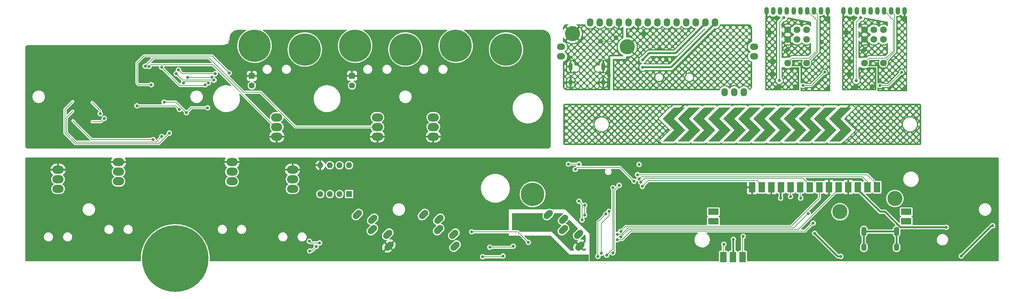
<source format=gbr>
%TF.GenerationSoftware,KiCad,Pcbnew,(6.0.5)*%
%TF.CreationDate,2022-07-01T10:57:45+02:00*%
%TF.ProjectId,clarinoid-bodytest,636c6172-696e-46f6-9964-2d626f647974,rev?*%
%TF.SameCoordinates,Original*%
%TF.FileFunction,Copper,L2,Bot*%
%TF.FilePolarity,Positive*%
%FSLAX46Y46*%
G04 Gerber Fmt 4.6, Leading zero omitted, Abs format (unit mm)*
G04 Created by KiCad (PCBNEW (6.0.5)) date 2022-07-01 10:57:45*
%MOMM*%
%LPD*%
G01*
G04 APERTURE LIST*
G04 Aperture macros list*
%AMHorizOval*
0 Thick line with rounded ends*
0 $1 width*
0 $2 $3 position (X,Y) of the first rounded end (center of the circle)*
0 $4 $5 position (X,Y) of the second rounded end (center of the circle)*
0 Add line between two ends*
20,1,$1,$2,$3,$4,$5,0*
0 Add two circle primitives to create the rounded ends*
1,1,$1,$2,$3*
1,1,$1,$4,$5*%
%AMFreePoly0*
4,1,9,-2.828427,1.414214,1.414214,1.414214,1.414214,-2.828427,-0.707107,-4.949747,-0.707107,-0.707107,-4.949747,-0.707107,-4.949747,3.535534,-2.828427,5.656854,-2.828427,1.414214,-2.828427,1.414214,$1*%
G04 Aperture macros list end*
%TA.AperFunction,NonConductor*%
%ADD10C,8.800000*%
%TD*%
%TA.AperFunction,ComponentPad*%
%ADD11C,1.800000*%
%TD*%
%TA.AperFunction,CastellatedPad*%
%ADD12O,1.200000X2.000000*%
%TD*%
%TA.AperFunction,ComponentPad*%
%ADD13O,3.000000X2.150000*%
%TD*%
%TA.AperFunction,ComponentPad*%
%ADD14R,1.600000X1.600000*%
%TD*%
%TA.AperFunction,ComponentPad*%
%ADD15C,1.600000*%
%TD*%
%TA.AperFunction,ComponentPad*%
%ADD16O,1.000000X2.100000*%
%TD*%
%TA.AperFunction,ComponentPad*%
%ADD17O,1.000000X1.600000*%
%TD*%
%TA.AperFunction,ComponentPad*%
%ADD18C,6.200000*%
%TD*%
%TA.AperFunction,CastellatedPad*%
%ADD19O,1.700000X2.200000*%
%TD*%
%TA.AperFunction,CastellatedPad*%
%ADD20O,2.200000X1.700000*%
%TD*%
%TA.AperFunction,ComponentPad*%
%ADD21C,4.000000*%
%TD*%
%TA.AperFunction,ComponentPad*%
%ADD22HorizOval,1.700000X0.388909X0.388909X-0.388909X-0.388909X0*%
%TD*%
%TA.AperFunction,SMDPad,CuDef*%
%ADD23FreePoly0,135.000000*%
%TD*%
%TA.AperFunction,ComponentPad*%
%ADD24C,8.500000*%
%TD*%
%TA.AperFunction,ComponentPad*%
%ADD25O,1.600000X1.600000*%
%TD*%
%TA.AperFunction,SMDPad,CuDef*%
%ADD26R,1.700000X2.800000*%
%TD*%
%TA.AperFunction,SMDPad,CuDef*%
%ADD27R,2.800000X1.700000*%
%TD*%
%TA.AperFunction,ComponentPad*%
%ADD28O,1.400000X2.500000*%
%TD*%
%TA.AperFunction,ComponentPad*%
%ADD29O,1.400000X2.000000*%
%TD*%
%TA.AperFunction,ViaPad*%
%ADD30C,0.800000*%
%TD*%
%TA.AperFunction,ViaPad*%
%ADD31C,0.600000*%
%TD*%
%TA.AperFunction,Conductor*%
%ADD32C,0.200000*%
%TD*%
%TA.AperFunction,Conductor*%
%ADD33C,0.500000*%
%TD*%
G04 APERTURE END LIST*
D10*
X-255994196Y-244197034D02*
G75*
G03*
X-255994196Y-244197034I-4400000J0D01*
G01*
D11*
%TO.P,R21,8,SW_2*%
%TO.N,/DAC/dac_sw1*%
X-93476207Y-192442523D03*
%TO.P,R21,7,SW_1*%
%TO.N,/DAC/dac_sw2*%
X-98476207Y-192442523D03*
%TO.P,R21,6,R2_3*%
%TO.N,Net-(C9-Pad1)*%
X-93476207Y-186192523D03*
%TO.P,R21,5,R2_2*%
%TO.N,/DAC/dac_audio_out_r*%
X-95976207Y-186192523D03*
%TO.P,R21,4,R2_1*%
%TO.N,/DAC/dac_gnd*%
X-98476207Y-186192523D03*
%TO.P,R21,3,R1_3*%
%TO.N,Net-(C6-Pad1)*%
X-93476207Y-183692523D03*
%TO.P,R21,2,R1_2*%
%TO.N,/DAC/dac_audio_out_L*%
X-95976207Y-183692523D03*
%TO.P,R21,1,R1_1*%
%TO.N,/DAC/dac_gnd*%
X-98476207Y-183692523D03*
%TD*%
D12*
%TO.P,J15,10,audio_out_S_gnd*%
%TO.N,/DAC/dac_gnd*%
X-104076207Y-178692523D03*
%TO.P,J15,9,audio_out_R*%
%TO.N,/DAC/dac_audio_out_r*%
X-102276207Y-178692523D03*
%TO.P,J15,8,audio_out_T_left*%
%TO.N,/DAC/dac_audio_out_L*%
X-100476207Y-178692523D03*
%TO.P,J15,7,i2s_bck*%
%TO.N,/DAC/dac_i2s_bck*%
X-98676207Y-178692523D03*
%TO.P,J15,6,i2s_lrck*%
%TO.N,/DAC/dac_i2s_lrck*%
X-96876207Y-178692523D03*
%TO.P,J15,5,i2s_din*%
%TO.N,/DAC/dac_i2s_din*%
X-95076207Y-178692523D03*
%TO.P,J15,4,SW2*%
%TO.N,/DAC/dac_sw2*%
X-93276207Y-178692523D03*
%TO.P,J15,3,SW1*%
%TO.N,/DAC/dac_sw1*%
X-91476207Y-178692523D03*
%TO.P,J15,2,3v3*%
%TO.N,/DAC/dac_3v3in*%
X-89676207Y-178692523D03*
%TO.P,J15,1,GND*%
%TO.N,/DAC/dac_gnd*%
X-87876207Y-178692523D03*
%TD*%
D13*
%TO.P,SW2,1,1*%
%TO.N,/MainBoard/main_gnd*%
X-291389196Y-220682034D03*
%TO.P,SW2,2,2*%
%TO.N,Net-(IC1-Pad4)*%
X-291389196Y-223222034D03*
%TO.P,SW2,3*%
%TO.N,N/C*%
X-291389196Y-225762034D03*
%TD*%
%TO.P,SW11,1,1*%
%TO.N,/LHBoard/lh_gnd*%
X-206951696Y-211912034D03*
%TO.P,SW11,2,2*%
%TO.N,Net-(IC3-Pad7)*%
X-206951696Y-209372034D03*
%TO.P,SW11,3*%
%TO.N,N/C*%
X-206951696Y-206832034D03*
%TD*%
D14*
%TO.P,SW7,1,1*%
%TO.N,/LHBoard/lh_gnd*%
X-213652477Y-195851545D03*
D15*
%TO.P,SW7,2,2*%
%TO.N,Net-(IC3-Pad4)*%
X-213652477Y-198391545D03*
%TD*%
D16*
%TO.P,J5,S1,SHIELD*%
%TO.N,/USBSocket/GND_USB*%
X-155826207Y-193412523D03*
D17*
X-147186207Y-197592523D03*
D16*
X-147186207Y-193412523D03*
D17*
X-155826207Y-197592523D03*
%TD*%
D13*
%TO.P,SW5,1,1*%
%TO.N,/MainBoard/main_gnd*%
X-229389196Y-220682034D03*
%TO.P,SW5,2,2*%
%TO.N,Net-(IC1-Pad7)*%
X-229389196Y-223222034D03*
%TO.P,SW5,3*%
%TO.N,N/C*%
X-229389196Y-225762034D03*
%TD*%
%TO.P,SW4,1,1*%
%TO.N,/MainBoard/main_gnd*%
X-245389196Y-218682034D03*
%TO.P,SW4,2,2*%
%TO.N,Net-(IC1-Pad6)*%
X-245389196Y-221222034D03*
%TO.P,SW4,3*%
%TO.N,N/C*%
X-245389196Y-223762034D03*
%TD*%
D18*
%TO.P,H1,1*%
%TO.N,N/C*%
X-165901696Y-227197034D03*
%TD*%
D19*
%TO.P,J13,1,USB_data_+*%
%TO.N,/USBSocket/USB data in +*%
X-150656207Y-181692523D03*
%TO.P,J13,2,USB_data_-*%
%TO.N,/USBSocket/USB data in -*%
X-148116207Y-181692523D03*
%TO.P,J13,3,USB_5v*%
%TO.N,/USBSocket/usb bus 5v in*%
X-145576207Y-181692523D03*
%TO.P,J13,4,USB_gnd*%
%TO.N,/USBSocket/GND_USB*%
X-143036207Y-181692523D03*
%TO.P,J13,5,SD_MISO*%
%TO.N,/microSD/sdio_miso*%
X-140496207Y-181692523D03*
%TO.P,J13,6,SD_GND*%
%TO.N,/microSD/gnd*%
X-137956207Y-181692523D03*
%TO.P,J13,7,SD_CLOCK*%
%TO.N,/microSD/sdio_clock*%
X-135416207Y-181692523D03*
%TO.P,J13,8,SD_3V3*%
%TO.N,/microSD/3v3*%
X-132876207Y-181692523D03*
%TO.P,J13,9,SD_MOSI*%
%TO.N,/microSD/sdio_mosi*%
X-130336207Y-181692523D03*
%TO.P,J13,10,SD_CS*%
%TO.N,/microSD/sdio_cs*%
X-127796207Y-181692523D03*
%TO.P,J13,11,sw_batt_1*%
%TO.N,Net-(J13-Pad11)*%
X-125256207Y-181692523D03*
%TO.P,J13,12,sw_batt_2*%
%TO.N,Net-(J13-Pad12)*%
X-122716207Y-181692523D03*
%TO.P,J13,13,sw_program_1*%
%TO.N,Net-(J13-Pad13)*%
X-120176207Y-181692523D03*
%TO.P,J13,14,sw_program_2*%
%TO.N,Net-(J13-Pad14)*%
X-117636207Y-181692523D03*
%TO.P,J13,15,sw_batt_led1*%
%TO.N,Net-(D2-Pad2)*%
X-115096207Y-200192523D03*
%TO.P,J13,16,sw_batt_led2*%
%TO.N,Net-(D4-Pad2)*%
X-112556207Y-200192523D03*
%TO.P,J13,17,sw_batt_led3*%
%TO.N,Net-(D2-Pad1)*%
X-110016207Y-200192523D03*
D20*
%TO.P,J13,18*%
%TO.N,unconnected-(J13-Pad18)*%
X-158376207Y-188192523D03*
%TO.P,J13,19*%
%TO.N,unconnected-(J13-Pad19)*%
X-158376207Y-190732523D03*
%TO.P,J13,20*%
%TO.N,unconnected-(J13-Pad20)*%
X-107376207Y-188192523D03*
%TO.P,J13,21*%
%TO.N,unconnected-(J13-Pad21)*%
X-107376207Y-190732523D03*
D21*
%TO.P,J13,SOTHER,Other_shield*%
%TO.N,/microSD/gnd*%
X-140876207Y-188192523D03*
%TO.P,J13,SUSB,USB-shield*%
%TO.N,/USBSocket/GND_USB*%
X-155376207Y-184692523D03*
%TD*%
D14*
%TO.P,SW9,1,1*%
%TO.N,/LHBoard/lh_gnd*%
X-240152477Y-195891545D03*
D15*
%TO.P,SW9,2,2*%
%TO.N,Net-(IC3-Pad5)*%
X-240152477Y-198431545D03*
%TD*%
D13*
%TO.P,SW12,1,1*%
%TO.N,/LHBoard/lh_gnd*%
X-192151696Y-211912034D03*
%TO.P,SW12,2,2*%
%TO.N,Net-(IC3-Pad9)*%
X-192151696Y-209372034D03*
%TO.P,SW12,3*%
%TO.N,N/C*%
X-192151696Y-206832034D03*
%TD*%
%TO.P,SW3,1,1*%
%TO.N,/MainBoard/main_gnd*%
X-275389196Y-218682034D03*
%TO.P,SW3,2,2*%
%TO.N,Net-(IC1-Pad5)*%
X-275389196Y-221222034D03*
%TO.P,SW3,3*%
%TO.N,N/C*%
X-275389196Y-223762034D03*
%TD*%
%TO.P,SW10,1,1*%
%TO.N,/LHBoard/lh_gnd*%
X-233551696Y-211912034D03*
%TO.P,SW10,2,2*%
%TO.N,Net-(IC3-Pad6)*%
X-233551696Y-209372034D03*
%TO.P,SW10,3*%
%TO.N,N/C*%
X-233551696Y-206832034D03*
%TD*%
D22*
%TO.P,J4,1,S-GND*%
%TO.N,/MainBoard/main_gnd*%
X-203907836Y-240884040D03*
%TO.P,J4,2,Tip*%
%TO.N,Net-(J4-Pad2)*%
X-204226034Y-237737415D03*
%TO.P,J4,3*%
%TO.N,unconnected-(J4-Pad3)*%
X-208256543Y-236535333D03*
%TO.P,J4,4,Ring*%
%TO.N,Net-(J4-Pad4)*%
X-208185832Y-233777617D03*
%TO.P,J4,5*%
%TO.N,unconnected-(J4-Pad5)*%
X-212251696Y-232540180D03*
%TD*%
%TO.P,J3,1,S-GND*%
%TO.N,unconnected-(J3-Pad1)*%
X-186407836Y-240884040D03*
%TO.P,J3,2,Tip*%
%TO.N,Net-(D1-Pad2)*%
X-186726034Y-237737415D03*
%TO.P,J3,3*%
%TO.N,unconnected-(J3-Pad3)*%
X-190756543Y-236535333D03*
%TO.P,J3,4,Ring*%
%TO.N,Net-(J3-Pad4)*%
X-190685832Y-233777617D03*
%TO.P,J3,5*%
%TO.N,unconnected-(J3-Pad5)*%
X-194751696Y-232540180D03*
%TD*%
D23*
%TO.P,J8,12,Pin_12*%
%TO.N,/Pitchboard/pitch_gnd*%
X-129540174Y-207197034D03*
%TO.P,J8,11,Pin_11*%
%TO.N,Net-(J8-Pad11)*%
X-125540174Y-207197034D03*
%TO.P,J8,10,Pin_10*%
%TO.N,Net-(J8-Pad10)*%
X-121540174Y-207197034D03*
%TO.P,J8,9,Pin_9*%
%TO.N,Net-(J8-Pad9)*%
X-117540174Y-207197034D03*
%TO.P,J8,8,Pin_8*%
%TO.N,Net-(J8-Pad8)*%
X-113540174Y-207197034D03*
%TO.P,J8,7,Pin_7*%
%TO.N,Net-(J8-Pad7)*%
X-109540174Y-207197034D03*
%TO.P,J8,6,Pin_6*%
%TO.N,Net-(J8-Pad6)*%
X-105540174Y-207197034D03*
%TO.P,J8,5,Pin_5*%
%TO.N,Net-(J8-Pad5)*%
X-101540174Y-207197034D03*
%TO.P,J8,4,Pin_4*%
%TO.N,Net-(J8-Pad4)*%
X-97540174Y-207197034D03*
%TO.P,J8,3,Pin_3*%
%TO.N,Net-(J8-Pad3)*%
X-93540174Y-207197034D03*
%TO.P,J8,2,Pin_2*%
%TO.N,Net-(J8-Pad2)*%
X-89540174Y-207197034D03*
%TO.P,J8,1,Pin_1*%
%TO.N,/Pitchboard/pitch_gnd*%
X-85540174Y-207197034D03*
%TD*%
D24*
%TO.P,U12,1*%
%TO.N,Net-(U10-Pad17)*%
X-239439196Y-187897034D03*
%TO.P,U12,2*%
%TO.N,Net-(U10-Pad16)*%
X-226139196Y-188897034D03*
%TO.P,U12,3*%
%TO.N,Net-(U10-Pad15)*%
X-212839196Y-187897034D03*
%TO.P,U12,4*%
%TO.N,Net-(U10-Pad14)*%
X-199539196Y-188897034D03*
%TO.P,U12,5*%
%TO.N,Net-(U10-Pad13)*%
X-186239196Y-187897034D03*
%TO.P,U12,6*%
%TO.N,Net-(U10-Pad12)*%
X-172939196Y-188897034D03*
%TD*%
D14*
%TO.P,U6,1,NC*%
%TO.N,unconnected-(U6-Pad1)*%
X-214414196Y-227122034D03*
D25*
%TO.P,U6,2,C1*%
%TO.N,Net-(D1-Pad1)*%
X-216954196Y-227122034D03*
%TO.P,U6,3,C2*%
%TO.N,Net-(D1-Pad2)*%
X-219494196Y-227122034D03*
%TO.P,U6,4,NC*%
%TO.N,unconnected-(U6-Pad4)*%
X-222034196Y-227122034D03*
%TO.P,U6,5,GND*%
%TO.N,/MainBoard/main_gnd*%
X-222034196Y-219502034D03*
%TO.P,U6,6,VO2*%
%TO.N,/MainBoard/RX1=MIDI IN*%
X-219494196Y-219502034D03*
%TO.P,U6,7,VO1*%
%TO.N,unconnected-(U6-Pad7)*%
X-216954196Y-219502034D03*
%TO.P,U6,8,VCC*%
%TO.N,/MainBoard/main_5v*%
X-214414196Y-219502034D03*
%TD*%
D22*
%TO.P,J16,1,S-GND*%
%TO.N,/MainBoard/audio_gnd*%
X-153407836Y-240884040D03*
%TO.P,J16,2,Tip*%
%TO.N,Net-(J16-Pad2)*%
X-153726034Y-237737415D03*
%TO.P,J16,3*%
%TO.N,unconnected-(J16-Pad3)*%
X-157756543Y-236535333D03*
%TO.P,J16,4,Ring*%
%TO.N,Net-(J16-Pad4)*%
X-157685832Y-233777617D03*
%TO.P,J16,5*%
%TO.N,unconnected-(J16-Pad5)*%
X-161751696Y-232540180D03*
%TD*%
D12*
%TO.P,J15,1,GND*%
%TO.N,/DAC/dac_gnd*%
X-67539196Y-178697034D03*
%TO.P,J15,2,3v3*%
%TO.N,/DAC/dac_3v3in*%
X-69339196Y-178697034D03*
%TO.P,J15,3,SW1*%
%TO.N,/DAC/dac_sw1*%
X-71139196Y-178697034D03*
%TO.P,J15,4,SW2*%
%TO.N,/DAC/dac_sw2*%
X-72939196Y-178697034D03*
%TO.P,J15,5,i2s_din*%
%TO.N,/DAC/dac_i2s_din*%
X-74739196Y-178697034D03*
%TO.P,J15,6,i2s_lrck*%
%TO.N,/DAC/dac_i2s_lrck*%
X-76539196Y-178697034D03*
%TO.P,J15,7,i2s_bck*%
%TO.N,/DAC/dac_i2s_bck*%
X-78339196Y-178697034D03*
%TO.P,J15,8,audio_out_T_left*%
%TO.N,/DAC/dac_audio_out_L*%
X-80139196Y-178697034D03*
%TO.P,J15,9,audio_out_R*%
%TO.N,/DAC/dac_audio_out_r*%
X-81939196Y-178697034D03*
%TO.P,J15,10,audio_out_S_gnd*%
%TO.N,/DAC/dac_gnd*%
X-83739196Y-178697034D03*
%TD*%
D11*
%TO.P,R21,1,R1_1*%
%TO.N,/DAC/dac_gnd*%
X-78139196Y-183697034D03*
%TO.P,R21,2,R1_2*%
%TO.N,/DAC/dac_audio_out_L*%
X-75639196Y-183697034D03*
%TO.P,R21,3,R1_3*%
%TO.N,Net-(C6-Pad1)*%
X-73139196Y-183697034D03*
%TO.P,R21,4,R2_1*%
%TO.N,/DAC/dac_gnd*%
X-78139196Y-186197034D03*
%TO.P,R21,5,R2_2*%
%TO.N,/DAC/dac_audio_out_r*%
X-75639196Y-186197034D03*
%TO.P,R21,6,R2_3*%
%TO.N,Net-(C9-Pad1)*%
X-73139196Y-186197034D03*
%TO.P,R21,7,SW_1*%
%TO.N,/DAC/dac_sw2*%
X-78139196Y-192447034D03*
%TO.P,R21,8,SW_2*%
%TO.N,/DAC/dac_sw1*%
X-73139196Y-192447034D03*
%TD*%
D26*
%TO.P,J17,1,USB_data_+*%
%TO.N,/MainBoard/USB data in +*%
X-74839196Y-225297034D03*
%TO.P,J17,2,USB_data_-*%
%TO.N,/MainBoard/USB data in -*%
X-77379196Y-225297034D03*
%TO.P,J17,3,USB_5v*%
%TO.N,/MainBoard/main usb 5v in*%
X-79919196Y-225297034D03*
%TO.P,J17,4,USB_gnd*%
%TO.N,/MainBoard/main_gnd*%
X-82459196Y-225297034D03*
%TO.P,J17,5,SD_MISO*%
%TO.N,/MainBoard/sdio_miso*%
X-84999196Y-225297034D03*
%TO.P,J17,6,SD_GND*%
%TO.N,/MainBoard/main_gnd*%
X-87539196Y-225297034D03*
%TO.P,J17,7,SD_CLOCK*%
%TO.N,/MainBoard/sdio_clock*%
X-90079196Y-225297034D03*
%TO.P,J17,8,SD_3V3*%
%TO.N,/MainBoard/main_3v3*%
X-92619196Y-225297034D03*
%TO.P,J17,9,SD_MOSI*%
%TO.N,/MainBoard/sdio_mosi*%
X-95159196Y-225297034D03*
%TO.P,J17,10,SD_CS*%
%TO.N,/MainBoard/sdio_cs*%
X-97699196Y-225297034D03*
%TO.P,J17,11,sw_batt_1*%
%TO.N,/MainBoard/main_batt_key_1*%
X-100239196Y-225297034D03*
%TO.P,J17,12,sw_batt_2*%
%TO.N,/MainBoard/main_gnd*%
X-102779196Y-225297034D03*
%TO.P,J17,13,sw_program_1*%
%TO.N,/MainBoard/main_program_switch_1*%
X-105319196Y-225297034D03*
%TO.P,J17,14,sw_program_2*%
%TO.N,/MainBoard/main_gnd*%
X-107859196Y-225297034D03*
%TO.P,J17,15,sw_batt_led1*%
%TO.N,/MainBoard/main_batt_led1*%
X-110399196Y-243797034D03*
%TO.P,J17,16,sw_batt_led2*%
%TO.N,/MainBoard/main_batt_led2*%
X-112939196Y-243797034D03*
%TO.P,J17,17,sw_batt_led3*%
%TO.N,/MainBoard/main_batt_led3*%
X-115479196Y-243797034D03*
D27*
%TO.P,J17,18*%
%TO.N,unconnected-(J17-Pad18)*%
X-67119196Y-231797034D03*
%TO.P,J17,19*%
%TO.N,unconnected-(J17-Pad19)*%
X-67119196Y-234337034D03*
%TO.P,J17,20*%
%TO.N,unconnected-(J17-Pad20)*%
X-118119196Y-231797034D03*
%TO.P,J17,21*%
%TO.N,unconnected-(J17-Pad21)*%
X-118119196Y-234337034D03*
D21*
%TO.P,J17,SOTHER,Other_shield*%
%TO.N,unconnected-(J17-PadSOTHER)*%
X-84619196Y-231797034D03*
D28*
%TO.P,J17,SUSB,USB-shield*%
%TO.N,unconnected-(J17-PadSUSB)*%
X-69669196Y-237017034D03*
X-78309196Y-237017034D03*
D29*
X-69669196Y-241197034D03*
X-78309196Y-241197034D03*
D21*
X-70119196Y-228297034D03*
%TD*%
D30*
%TO.N,/DAC/dac_gnd*%
X-88076207Y-180892523D03*
%TO.N,Net-(R4-Pad1)*%
X-99476207Y-180492523D03*
X-100676207Y-197092523D03*
%TO.N,/DAC/dac_gnd*%
X-94776207Y-181492523D03*
X-99776207Y-182392523D03*
X-98676207Y-189092523D03*
X-96476207Y-198692523D03*
X-101476207Y-180592523D03*
X-87976207Y-199292523D03*
X-103276207Y-184592523D03*
X-100976207Y-198892523D03*
X-102220194Y-192039016D03*
X-102576207Y-195592523D03*
%TO.N,Net-(R3-Pad2)*%
X-88676207Y-194892523D03*
X-94376707Y-198392523D03*
%TO.N,/DAC/dac_gnd*%
X-89620194Y-186939016D03*
%TO.N,/MainBoard/main_gnd*%
X-59589196Y-243097034D03*
X-140339196Y-228397034D03*
X-51439196Y-237997034D03*
X-135839196Y-228697034D03*
X-131739196Y-241897034D03*
X-99619196Y-234197034D03*
X-149439196Y-241297034D03*
X-47239196Y-228797034D03*
X-46489196Y-243397034D03*
X-65619196Y-240197034D03*
X-137439196Y-231997034D03*
X-136139196Y-219597034D03*
X-137439196Y-242197034D03*
X-96619196Y-228397034D03*
X-55789196Y-226697034D03*
X-92619196Y-228597034D03*
%TO.N,/MainBoard/main_3v3*%
X-223126696Y-240997034D03*
X-156426696Y-219197034D03*
X-224826696Y-242197034D03*
X-153626696Y-219197034D03*
X-137289196Y-223997034D03*
X-182026696Y-237097034D03*
X-167026696Y-239897034D03*
%TO.N,/LHBoard/lh_gnd*%
X-295139196Y-209297034D03*
X-289539196Y-212697034D03*
X-284739196Y-206797034D03*
X-205539196Y-191797034D03*
X-246939196Y-213397034D03*
X-226239196Y-203197034D03*
X-228139196Y-199597034D03*
X-279239196Y-202797034D03*
X-262539196Y-200397034D03*
X-298339196Y-214397034D03*
X-256039196Y-192097034D03*
X-256439196Y-193797034D03*
X-262739196Y-205697034D03*
X-278739196Y-205797034D03*
X-246139196Y-189397034D03*
X-292839196Y-214197034D03*
X-192939196Y-191697034D03*
X-272339196Y-207297034D03*
X-290839196Y-205697034D03*
X-232939196Y-191697034D03*
X-218939196Y-191497034D03*
X-182339196Y-198897034D03*
X-235239196Y-200697034D03*
X-238139196Y-202397034D03*
X-191339196Y-194697034D03*
X-244739196Y-185697034D03*
%TO.N,Net-(R3-Pad2)*%
X-74039696Y-198397034D03*
X-68339196Y-194897034D03*
%TO.N,Net-(R4-Pad1)*%
X-79139196Y-180497034D03*
X-80339196Y-197097034D03*
%TO.N,/DAC/dac_gnd*%
X-76139196Y-198697034D03*
X-74439196Y-181497034D03*
X-80639196Y-198897034D03*
X-67639196Y-199297034D03*
X-82239196Y-195597034D03*
X-81139196Y-180597034D03*
X-79439196Y-182397034D03*
X-81883183Y-192043527D03*
X-69283183Y-186943527D03*
X-82939196Y-184597034D03*
X-78339196Y-189097034D03*
X-67739196Y-180897034D03*
%TO.N,/MainBoard/main_5v*%
X-154626696Y-220597034D03*
X-139103592Y-223747534D03*
%TO.N,/MainBoard/power/5v reg out*%
X-137751696Y-219297034D03*
%TO.N,/LHBoard/lh_3v3*%
X-258247097Y-197696534D03*
X-279151696Y-207097034D03*
X-280251696Y-205883534D03*
X-263339196Y-202797034D03*
X-251839196Y-204297034D03*
X-251634656Y-197696534D03*
X-257439196Y-205597034D03*
D31*
%TO.N,/Pitchboard/pitch_gnd*%
X-128540174Y-205197034D03*
X-84540174Y-205197034D03*
D30*
%TO.N,/MainBoard/main usb 5v in*%
X-56519196Y-235897034D03*
%TO.N,/USBSocket/GND_USB*%
X-156376207Y-191192523D03*
X-145576207Y-195692523D03*
X-143839196Y-185797034D03*
X-147939196Y-186697034D03*
%TO.N,/MainBoard/i2c0_scl*%
X-224926696Y-239597034D03*
X-222225161Y-240032394D03*
X-177226696Y-241197034D03*
X-171026696Y-240897034D03*
X-146326696Y-243297034D03*
X-144655017Y-225436111D03*
%TO.N,/MainBoard/i2c0_sda*%
X-173726696Y-243497034D03*
X-144726696Y-242697034D03*
X-179126696Y-243697034D03*
X-143026696Y-224797034D03*
%TO.N,Net-(IC3-Pad4)*%
X-246139196Y-195097034D03*
X-266739196Y-198197034D03*
%TO.N,Net-(IC3-Pad5)*%
X-249839196Y-195297034D03*
X-259539196Y-194297034D03*
%TO.N,Net-(IC3-Pad6)*%
X-267343036Y-193378204D03*
%TO.N,Net-(IC3-Pad7)*%
X-268339196Y-193296534D03*
%TO.N,Net-(IC3-Pad9)*%
X-270539196Y-203797034D03*
X-259294178Y-204731295D03*
%TO.N,/LHBoard/lh_sck*%
X-257139196Y-196297034D03*
X-250726743Y-196188459D03*
%TO.N,/MainBoard/USB data in +*%
X-138189196Y-221997034D03*
%TO.N,/MainBoard/USB data in -*%
X-137767800Y-223100627D03*
D31*
%TO.N,Net-(J8-Pad2)*%
X-88540174Y-205197034D03*
%TO.N,Net-(J8-Pad3)*%
X-92540174Y-205197034D03*
%TO.N,Net-(J8-Pad4)*%
X-96540174Y-205197034D03*
%TO.N,Net-(J8-Pad5)*%
X-100540174Y-205197034D03*
%TO.N,Net-(J8-Pad6)*%
X-104540174Y-205197034D03*
%TO.N,Net-(J8-Pad7)*%
X-108540174Y-205197034D03*
%TO.N,Net-(J8-Pad8)*%
X-112540174Y-205197034D03*
%TO.N,Net-(J8-Pad9)*%
X-116540174Y-205197034D03*
%TO.N,Net-(J8-Pad10)*%
X-120540174Y-205197034D03*
%TO.N,Net-(J8-Pad11)*%
X-124540174Y-205197034D03*
D30*
%TO.N,/MainBoard/sdio_cs*%
X-97726696Y-227797034D03*
X-91726696Y-234797034D03*
X-143526696Y-239197034D03*
%TO.N,/MainBoard/sdio_mosi*%
X-143526696Y-237797034D03*
X-93026696Y-232297034D03*
X-95026696Y-228197034D03*
%TO.N,/MainBoard/sdio_clock*%
X-142603815Y-237019915D03*
%TO.N,/MainBoard/sdio_miso*%
X-142526696Y-238497034D03*
%TO.N,/MainBoard/i2s_lrck*%
X-152127196Y-232697034D03*
X-152127196Y-230110069D03*
%TO.N,/MainBoard/i2s_din*%
X-152826696Y-233997034D03*
X-153626696Y-228997034D03*
%TO.N,/LHBoard/encoder SW*%
X-250139196Y-196997034D03*
X-260139196Y-195297034D03*
%TO.N,/LHBoard/encoder B*%
X-252482720Y-198225488D03*
X-263995117Y-193597534D03*
%TO.N,/MainBoard/ENC_A*%
X-147726696Y-242797034D03*
X-145726696Y-231697034D03*
%TO.N,/MainBoard/ENC_B*%
X-148626696Y-243597034D03*
X-146526696Y-232397034D03*
%TO.N,Net-(J18-Pad2)*%
X-266252469Y-212697534D03*
%TO.N,Net-(J18-Pad3)*%
X-263951696Y-211897034D03*
%TO.N,Net-(J18-Pad4)*%
X-261951696Y-210997034D03*
%TO.N,/microSD/gnd*%
X-132376207Y-188692523D03*
X-136376207Y-184692523D03*
X-130539196Y-191597034D03*
%TO.N,/MainBoard/main_batt_key_1*%
X-91319196Y-237497034D03*
X-84419196Y-243597034D03*
X-100319196Y-228197034D03*
%TO.N,/MainBoard/main_program_switch_1*%
X-136889196Y-225097034D03*
%TO.N,/MainBoard/main_batt_led1*%
X-110219196Y-238297034D03*
%TO.N,/MainBoard/main_batt_led2*%
X-112819196Y-239097034D03*
%TO.N,/MainBoard/main_batt_led3*%
X-115330453Y-240397534D03*
%TO.N,Net-(J13-Pad13)*%
X-136776207Y-191592523D03*
%TO.N,Net-(J13-Pad14)*%
X-136776207Y-193592523D03*
%TO.N,Net-(C18-Pad1)*%
X-44251696Y-235497034D03*
X-52551696Y-243497034D03*
%TO.N,/MainBoard/audio_gnd*%
X-164926696Y-232797034D03*
X-159726696Y-233097034D03*
X-155926696Y-237197034D03*
X-159626696Y-235097034D03*
%TD*%
D32*
%TO.N,/DAC/dac_sw2*%
X-92791690Y-191243012D02*
X-90876207Y-189327529D01*
X-90876207Y-181092523D02*
X-93176187Y-178792543D01*
X-90876207Y-189327529D02*
X-90876207Y-181092523D01*
X-98476207Y-192442523D02*
X-97276696Y-191243012D01*
%TO.N,/DAC/dac_sw1*%
X-93476207Y-192442523D02*
X-93426207Y-192442523D01*
X-90476207Y-189492523D02*
X-90476207Y-179692523D01*
%TO.N,Net-(R3-Pad2)*%
X-88676207Y-194892523D02*
X-92176207Y-198392523D01*
%TO.N,/DAC/dac_sw1*%
X-90476207Y-179692523D02*
X-91376187Y-178792543D01*
%TO.N,/DAC/dac_sw2*%
X-97276696Y-191243012D02*
X-92791690Y-191243012D01*
%TO.N,Net-(R3-Pad2)*%
X-92176207Y-198392523D02*
X-94376707Y-198392523D01*
%TO.N,/DAC/dac_sw1*%
X-93426207Y-192442523D02*
X-90476207Y-189492523D01*
%TO.N,Net-(R4-Pad1)*%
X-100676207Y-181692523D02*
X-100676207Y-197092523D01*
X-99476207Y-180492523D02*
X-100676207Y-181692523D01*
%TO.N,/MainBoard/main_gnd*%
X-140339196Y-229097034D02*
X-140339196Y-228397034D01*
X-137439196Y-231997034D02*
X-140339196Y-229097034D01*
%TO.N,/MainBoard/main_3v3*%
X-224326696Y-242197034D02*
X-224826696Y-242197034D01*
X-94369196Y-222997034D02*
X-92619196Y-224747034D01*
X-92619196Y-224747034D02*
X-92619196Y-225297034D01*
X-137289196Y-223997034D02*
X-136289196Y-222997034D01*
X-167026696Y-239897034D02*
X-169826696Y-237097034D01*
X-169826696Y-237097034D02*
X-182026696Y-237097034D01*
X-136289196Y-222997034D02*
X-94369196Y-222997034D01*
X-223126696Y-240997034D02*
X-224326696Y-242197034D01*
X-156426696Y-219197034D02*
X-153626696Y-219197034D01*
%TO.N,Net-(R3-Pad2)*%
X-71839196Y-198397034D02*
X-74039696Y-198397034D01*
X-68339196Y-194897034D02*
X-71839196Y-198397034D01*
%TO.N,Net-(R4-Pad1)*%
X-80339196Y-181697034D02*
X-80339196Y-197097034D01*
X-79139196Y-180497034D02*
X-80339196Y-181697034D01*
%TO.N,/MainBoard/main_5v*%
X-154126696Y-220097034D02*
X-154626696Y-220597034D01*
X-139103592Y-223747534D02*
X-142754092Y-220097034D01*
X-142754092Y-220097034D02*
X-154126696Y-220097034D01*
%TO.N,/LHBoard/lh_3v3*%
X-282392915Y-202898034D02*
X-280251696Y-205039253D01*
X-282392915Y-207978034D02*
X-280032696Y-207978034D01*
X-257947597Y-197397034D02*
X-258247097Y-197696534D01*
X-251634656Y-197696534D02*
X-251934156Y-197397034D01*
X-280251696Y-205039253D02*
X-280251696Y-205883534D01*
X-257439196Y-205597034D02*
X-260239196Y-202797034D01*
X-280032696Y-207978034D02*
X-279151696Y-207097034D01*
X-260239196Y-202797034D02*
X-263339196Y-202797034D01*
X-256139196Y-204297034D02*
X-257439196Y-205597034D01*
X-251934156Y-197397034D02*
X-257947597Y-197397034D01*
X-251839196Y-204297034D02*
X-256139196Y-204297034D01*
D33*
%TO.N,/MainBoard/main usb 5v in*%
X-79919196Y-225297034D02*
X-79919196Y-225906056D01*
X-72713530Y-231797034D02*
X-68613530Y-235897034D01*
X-68613530Y-235897034D02*
X-56519196Y-235897034D01*
X-74028218Y-231797034D02*
X-72713530Y-231797034D01*
X-79919196Y-225906056D02*
X-74028218Y-231797034D01*
D32*
%TO.N,/USBSocket/GND_USB*%
X-143839196Y-185797034D02*
X-144739196Y-186697034D01*
X-144739196Y-186697034D02*
X-147939196Y-186697034D01*
%TO.N,/MainBoard/i2c0_scl*%
X-144726207Y-225507301D02*
X-144655017Y-225436111D01*
X-144726207Y-241696545D02*
X-144726207Y-225507301D01*
X-224491336Y-240032394D02*
X-224926696Y-239597034D01*
X-146326696Y-243297034D02*
X-144726207Y-241696545D01*
X-171026696Y-240897034D02*
X-171326696Y-241197034D01*
X-222225161Y-240032394D02*
X-224491336Y-240032394D01*
X-171326696Y-241197034D02*
X-177226696Y-241197034D01*
%TO.N,/MainBoard/i2c0_sda*%
X-144326696Y-242297034D02*
X-144726696Y-242697034D01*
X-143026696Y-224797034D02*
X-144326696Y-226097034D01*
X-144326696Y-226097034D02*
X-144326696Y-242297034D01*
X-173726696Y-243497034D02*
X-173926696Y-243697034D01*
X-173926696Y-243697034D02*
X-179126696Y-243697034D01*
%TO.N,Net-(IC3-Pad4)*%
X-250639196Y-190597034D02*
X-268739196Y-190597034D01*
X-270539196Y-197697034D02*
X-270039196Y-198197034D01*
X-268739196Y-190597034D02*
X-270539196Y-192397034D01*
X-270539196Y-192397034D02*
X-270539196Y-197697034D01*
X-246139196Y-195097034D02*
X-250639196Y-190597034D01*
X-270039196Y-198197034D02*
X-266739196Y-198197034D01*
%TO.N,Net-(IC3-Pad5)*%
X-258539196Y-195297034D02*
X-259539196Y-194297034D01*
X-249839196Y-195297034D02*
X-258539196Y-195297034D01*
%TO.N,Net-(IC3-Pad6)*%
X-233551696Y-209372034D02*
X-233976696Y-209372034D01*
X-266862865Y-192898033D02*
X-267343036Y-193378204D01*
X-250450697Y-192898033D02*
X-266862865Y-192898033D01*
X-233976696Y-209372034D02*
X-250450697Y-192898033D01*
%TO.N,Net-(IC3-Pad7)*%
X-206951696Y-209372034D02*
X-228642832Y-209372034D01*
X-237817832Y-200197034D02*
X-242339196Y-200197034D01*
X-242339196Y-200197034D02*
X-251439196Y-191097034D01*
X-266139696Y-191097034D02*
X-268339196Y-193296534D01*
X-251439196Y-191097034D02*
X-266139696Y-191097034D01*
X-228642832Y-209372034D02*
X-237817832Y-200197034D01*
%TO.N,Net-(IC3-Pad9)*%
X-270539196Y-203797034D02*
X-260228439Y-203797034D01*
X-260228439Y-203797034D02*
X-259294178Y-204731295D01*
%TO.N,/LHBoard/lh_sck*%
X-250835318Y-196297034D02*
X-250726743Y-196188459D01*
X-257139196Y-196297034D02*
X-250835318Y-196297034D01*
%TO.N,/MainBoard/USB data in +*%
X-74839196Y-224577034D02*
X-74839196Y-225297034D01*
X-77419196Y-221997034D02*
X-74839196Y-224577034D01*
X-77419196Y-221997034D02*
X-138189196Y-221997034D01*
%TO.N,/MainBoard/USB data in -*%
X-78718707Y-222496545D02*
X-137163718Y-222496545D01*
X-78718707Y-222496545D02*
X-77379196Y-223836056D01*
X-77379196Y-223836056D02*
X-77379196Y-225297034D01*
X-137163718Y-222496545D02*
X-137767800Y-223100627D01*
%TO.N,/MainBoard/sdio_cs*%
X-97726696Y-227797034D02*
X-97699196Y-227769534D01*
X-91726696Y-234797034D02*
X-93826696Y-236897034D01*
X-142226696Y-239197034D02*
X-143526696Y-239197034D01*
X-97699196Y-227769534D02*
X-97699196Y-225297034D01*
X-93826696Y-236897034D02*
X-139926696Y-236897034D01*
X-139926696Y-236897034D02*
X-142226696Y-239197034D01*
%TO.N,/MainBoard/sdio_mosi*%
X-142391690Y-237797034D02*
X-143526696Y-237797034D01*
X-140692670Y-236098014D02*
X-142391690Y-237797034D01*
X-96827676Y-236098014D02*
X-140692670Y-236098014D01*
X-95159196Y-228064534D02*
X-95159196Y-225297034D01*
X-93026696Y-232297034D02*
X-96827676Y-236098014D01*
X-95026696Y-228197034D02*
X-95159196Y-228064534D01*
%TO.N,/MainBoard/sdio_clock*%
X-141282404Y-235698504D02*
X-142603815Y-237019915D01*
X-90079196Y-225297034D02*
X-90079196Y-228249534D01*
X-90079196Y-228249534D02*
X-97528166Y-235698504D01*
X-97528166Y-235698504D02*
X-141282404Y-235698504D01*
%TO.N,/MainBoard/sdio_miso*%
X-95649686Y-236497524D02*
X-140527186Y-236497524D01*
X-84999196Y-225847034D02*
X-95649686Y-236497524D01*
X-140527186Y-236497524D02*
X-142526696Y-238497034D01*
X-84999196Y-225297034D02*
X-84999196Y-225847034D01*
%TO.N,/MainBoard/i2s_lrck*%
X-152127196Y-230110069D02*
X-152127196Y-232697034D01*
%TO.N,/MainBoard/i2s_din*%
X-152826696Y-229797034D02*
X-152826696Y-233997034D01*
X-153626696Y-228997034D02*
X-152826696Y-229797034D01*
%TO.N,/LHBoard/encoder SW*%
X-250139196Y-196997034D02*
X-258439196Y-196997034D01*
X-258439196Y-196997034D02*
X-260139196Y-195297034D01*
%TO.N,/LHBoard/encoder B*%
X-252653267Y-198396035D02*
X-259196616Y-198396035D01*
X-259196616Y-198396035D02*
X-263995117Y-193597534D01*
X-252482720Y-198225488D02*
X-252653267Y-198396035D01*
%TO.N,/MainBoard/ENC_A*%
X-147726696Y-234897034D02*
X-145726696Y-232897034D01*
X-145726696Y-232897034D02*
X-145726696Y-231697034D01*
X-147726696Y-242797034D02*
X-147726696Y-234897034D01*
%TO.N,/MainBoard/ENC_B*%
X-148626696Y-234497034D02*
X-146526696Y-232397034D01*
X-148626696Y-243597034D02*
X-148626696Y-234497034D01*
%TO.N,Net-(J18-Pad2)*%
X-287472915Y-207724034D02*
X-282499415Y-212697534D01*
X-282499415Y-212697534D02*
X-266252469Y-212697534D01*
%TO.N,Net-(J18-Pad3)*%
X-287472915Y-205184034D02*
X-289152185Y-206863304D01*
X-289152185Y-210883785D02*
X-286638936Y-213397034D01*
X-286638936Y-213397034D02*
X-265451696Y-213397034D01*
X-289152185Y-206863304D02*
X-289152185Y-210883785D01*
X-265451696Y-213397034D02*
X-263951696Y-211897034D01*
%TO.N,Net-(J18-Pad4)*%
X-286803930Y-213797034D02*
X-264751696Y-213797034D01*
X-287472915Y-202644034D02*
X-289551696Y-204722815D01*
X-289551696Y-204722815D02*
X-289551696Y-211049268D01*
X-264751696Y-213797034D02*
X-261951696Y-210997034D01*
X-289551696Y-211049268D02*
X-286803930Y-213797034D01*
D33*
%TO.N,/MainBoard/main_batt_key_1*%
X-100319196Y-225377034D02*
X-100239196Y-225297034D01*
X-91319196Y-237497034D02*
X-85219196Y-243597034D01*
X-100319196Y-228197034D02*
X-100319196Y-225377034D01*
X-85219196Y-243597034D02*
X-84419196Y-243597034D01*
D32*
%TO.N,/MainBoard/main_program_switch_1*%
X-105319196Y-224747034D02*
X-105319196Y-225297034D01*
X-136889196Y-225097034D02*
X-135379450Y-223587288D01*
X-135379450Y-223587288D02*
X-106478942Y-223587288D01*
X-106478942Y-223587288D02*
X-105319196Y-224747034D01*
%TO.N,/MainBoard/main_batt_led1*%
X-110399196Y-238477034D02*
X-110399196Y-243797034D01*
X-110219196Y-238297034D02*
X-110399196Y-238477034D01*
D33*
%TO.N,/MainBoard/main_batt_led2*%
X-112819196Y-243677034D02*
X-112939196Y-243797034D01*
X-112819196Y-239097034D02*
X-112819196Y-243677034D01*
D32*
%TO.N,/MainBoard/main_batt_led3*%
X-115479196Y-240546277D02*
X-115330453Y-240397534D01*
X-115479196Y-243797034D02*
X-115479196Y-240546277D01*
%TO.N,/DAC/dac_sw2*%
X-70539196Y-189332040D02*
X-70539196Y-181097034D01*
X-72454679Y-191247523D02*
X-70539196Y-189332040D01*
X-76939685Y-191247523D02*
X-72454679Y-191247523D01*
X-70539196Y-181097034D02*
X-72839176Y-178797054D01*
X-78139196Y-192447034D02*
X-76939685Y-191247523D01*
%TO.N,/DAC/dac_sw1*%
X-70139196Y-189497034D02*
X-70139196Y-179697034D01*
X-70139196Y-179697034D02*
X-71039176Y-178797054D01*
X-73139196Y-192447034D02*
X-73089196Y-192447034D01*
X-73089196Y-192447034D02*
X-70139196Y-189497034D01*
D33*
%TO.N,Net-(J13-Pad13)*%
X-128130698Y-189897034D02*
X-135080718Y-189897034D01*
X-120176207Y-181942543D02*
X-128130698Y-189897034D01*
X-135080718Y-189897034D02*
X-136776207Y-191592523D01*
%TO.N,Net-(J13-Pad14)*%
X-129286187Y-193592523D02*
X-136776207Y-193592523D01*
X-117636207Y-181942543D02*
X-129286187Y-193592523D01*
%TO.N,Net-(C18-Pad1)*%
X-52551696Y-243497034D02*
X-44551696Y-235497034D01*
X-44551696Y-235497034D02*
X-44251696Y-235497034D01*
%TO.N,unconnected-(J17-PadSUSB)*%
X-69669196Y-237017034D02*
X-69669196Y-241197034D01*
X-78309196Y-237017034D02*
X-69669196Y-237017034D01*
X-78309196Y-237017034D02*
X-78309196Y-241197034D01*
%TD*%
%TA.AperFunction,Conductor*%
%TO.N,/MainBoard/main_gnd*%
G36*
X-277089514Y-217517536D02*
G01*
X-277043021Y-217571192D01*
X-277032917Y-217641466D01*
X-277061824Y-217705365D01*
X-277095620Y-217744934D01*
X-277101412Y-217752907D01*
X-277226435Y-217956925D01*
X-277230916Y-217965719D01*
X-277322480Y-218186774D01*
X-277325529Y-218196159D01*
X-277376968Y-218410418D01*
X-277376263Y-218424504D01*
X-277367384Y-218428034D01*
X-273415310Y-218428034D01*
X-273401779Y-218424061D01*
X-273400419Y-218414603D01*
X-273452863Y-218196159D01*
X-273455912Y-218186774D01*
X-273547476Y-217965719D01*
X-273551957Y-217956925D01*
X-273676980Y-217752907D01*
X-273682772Y-217744934D01*
X-273716568Y-217705365D01*
X-273745599Y-217640575D01*
X-273734994Y-217570375D01*
X-273688120Y-217517053D01*
X-273620757Y-217497534D01*
X-247157635Y-217497534D01*
X-247089514Y-217517536D01*
X-247043021Y-217571192D01*
X-247032917Y-217641466D01*
X-247061824Y-217705365D01*
X-247095620Y-217744934D01*
X-247101412Y-217752907D01*
X-247226435Y-217956925D01*
X-247230916Y-217965719D01*
X-247322480Y-218186774D01*
X-247325529Y-218196159D01*
X-247376968Y-218410418D01*
X-247376263Y-218424504D01*
X-247367384Y-218428034D01*
X-243415310Y-218428034D01*
X-243401779Y-218424061D01*
X-243400419Y-218414603D01*
X-243452863Y-218196159D01*
X-243455912Y-218186774D01*
X-243547476Y-217965719D01*
X-243551957Y-217956925D01*
X-243676980Y-217752907D01*
X-243682772Y-217744934D01*
X-243716568Y-217705365D01*
X-243745599Y-217640575D01*
X-243734994Y-217570375D01*
X-243688120Y-217517053D01*
X-243620757Y-217497534D01*
X-42765696Y-217497534D01*
X-42697575Y-217517536D01*
X-42651082Y-217571192D01*
X-42639696Y-217623534D01*
X-42639696Y-244770534D01*
X-42659698Y-244838655D01*
X-42713354Y-244885148D01*
X-42765696Y-244896534D01*
X-109122696Y-244896534D01*
X-109190817Y-244876532D01*
X-109237310Y-244822876D01*
X-109248696Y-244770534D01*
X-109248696Y-242352388D01*
X-109251814Y-242326188D01*
X-109255652Y-242317546D01*
X-109292533Y-242234516D01*
X-109297257Y-242223881D01*
X-109323989Y-242197195D01*
X-109362710Y-242158542D01*
X-109376483Y-242144793D01*
X-109387120Y-242140090D01*
X-109387122Y-242140089D01*
X-109446658Y-242113769D01*
X-109478869Y-242099528D01*
X-109504550Y-242096534D01*
X-109872696Y-242096534D01*
X-109940817Y-242076532D01*
X-109987310Y-242022876D01*
X-109998696Y-241970534D01*
X-109998696Y-239047949D01*
X-109978694Y-238979828D01*
X-109929311Y-238935384D01*
X-109916049Y-238928714D01*
X-109828698Y-238884781D01*
X-109699773Y-238774668D01*
X-109600835Y-238636981D01*
X-109590361Y-238610927D01*
X-109540430Y-238486721D01*
X-109540429Y-238486719D01*
X-109537595Y-238479668D01*
X-109513706Y-238311812D01*
X-109513551Y-238297034D01*
X-109514346Y-238290460D01*
X-109519265Y-238249817D01*
X-109533920Y-238128714D01*
X-109593851Y-237970111D01*
X-109608768Y-237948407D01*
X-109685582Y-237836642D01*
X-109685583Y-237836641D01*
X-109689884Y-237830383D01*
X-109696077Y-237824865D01*
X-109810804Y-237722646D01*
X-109810808Y-237722644D01*
X-109816475Y-237717594D01*
X-109846134Y-237701890D01*
X-109897548Y-237674668D01*
X-109966315Y-237638258D01*
X-110130755Y-237596953D01*
X-110138353Y-237596913D01*
X-110138355Y-237596913D01*
X-110215528Y-237596509D01*
X-110300301Y-237596065D01*
X-110307688Y-237597839D01*
X-110307692Y-237597839D01*
X-110451034Y-237632254D01*
X-110465164Y-237635646D01*
X-110471908Y-237639127D01*
X-110471911Y-237639128D01*
X-110609079Y-237709926D01*
X-110615827Y-237713409D01*
X-110621549Y-237718401D01*
X-110621551Y-237718402D01*
X-110657200Y-237749501D01*
X-110743592Y-237824865D01*
X-110841083Y-237963581D01*
X-110902672Y-238121547D01*
X-110903664Y-238129080D01*
X-110903664Y-238129081D01*
X-110923155Y-238277137D01*
X-110924802Y-238289645D01*
X-110906197Y-238458169D01*
X-110877844Y-238535646D01*
X-110862579Y-238577359D01*
X-110847930Y-238617390D01*
X-110843697Y-238623690D01*
X-110843692Y-238623699D01*
X-110821114Y-238657298D01*
X-110799696Y-238727573D01*
X-110799696Y-241970534D01*
X-110819698Y-242038655D01*
X-110873354Y-242085148D01*
X-110925696Y-242096534D01*
X-111293842Y-242096534D01*
X-111297546Y-242096975D01*
X-111297549Y-242096975D01*
X-111304942Y-242097855D01*
X-111320042Y-242099652D01*
X-111328682Y-242103490D01*
X-111328683Y-242103490D01*
X-111399496Y-242134944D01*
X-111422349Y-242145095D01*
X-111430568Y-242153328D01*
X-111430569Y-242153329D01*
X-111432113Y-242154876D01*
X-111501437Y-242224321D01*
X-111506140Y-242234958D01*
X-111506141Y-242234960D01*
X-111542871Y-242318041D01*
X-111546702Y-242326707D01*
X-111547744Y-242335644D01*
X-111584826Y-242395889D01*
X-111648821Y-242426631D01*
X-111719278Y-242417895D01*
X-111773828Y-242372454D01*
X-111790668Y-242335681D01*
X-111790697Y-242335575D01*
X-111791814Y-242326188D01*
X-111837257Y-242223881D01*
X-111863989Y-242197195D01*
X-111902710Y-242158542D01*
X-111916483Y-242144793D01*
X-111927120Y-242140090D01*
X-111927122Y-242140089D01*
X-111986658Y-242113769D01*
X-112018869Y-242099528D01*
X-112044550Y-242096534D01*
X-112142696Y-242096534D01*
X-112210817Y-242076532D01*
X-112257310Y-242022876D01*
X-112268696Y-241970534D01*
X-112268696Y-239571996D01*
X-112245019Y-239498470D01*
X-112225811Y-239471739D01*
X-112200835Y-239436981D01*
X-112197085Y-239427653D01*
X-112140430Y-239286721D01*
X-112140429Y-239286719D01*
X-112137595Y-239279668D01*
X-112126561Y-239202138D01*
X-112114287Y-239115896D01*
X-112114287Y-239115893D01*
X-112113706Y-239111812D01*
X-112113551Y-239097034D01*
X-112114187Y-239091774D01*
X-112126429Y-238990616D01*
X-112133920Y-238928714D01*
X-112179220Y-238808831D01*
X-112191167Y-238777214D01*
X-112193851Y-238770111D01*
X-112240905Y-238701647D01*
X-112285582Y-238636642D01*
X-112285583Y-238636641D01*
X-112289884Y-238630383D01*
X-112304467Y-238617390D01*
X-112410804Y-238522646D01*
X-112410808Y-238522644D01*
X-112416475Y-238517594D01*
X-112469261Y-238489645D01*
X-112510195Y-238467972D01*
X-112566315Y-238438258D01*
X-112730755Y-238396953D01*
X-112738353Y-238396913D01*
X-112738355Y-238396913D01*
X-112815528Y-238396509D01*
X-112900301Y-238396065D01*
X-112907688Y-238397839D01*
X-112907692Y-238397839D01*
X-113037932Y-238429108D01*
X-113065164Y-238435646D01*
X-113071908Y-238439127D01*
X-113071911Y-238439128D01*
X-113183944Y-238496953D01*
X-113215827Y-238513409D01*
X-113343592Y-238624865D01*
X-113441083Y-238763581D01*
X-113502672Y-238921547D01*
X-113503664Y-238929080D01*
X-113503664Y-238929081D01*
X-113513103Y-239000783D01*
X-113524802Y-239089645D01*
X-113506197Y-239258169D01*
X-113479389Y-239331425D01*
X-113450900Y-239409273D01*
X-113447930Y-239417390D01*
X-113443694Y-239423693D01*
X-113443692Y-239423698D01*
X-113391114Y-239501943D01*
X-113369696Y-239572218D01*
X-113369696Y-241970534D01*
X-113389698Y-242038655D01*
X-113443354Y-242085148D01*
X-113495696Y-242096534D01*
X-113833842Y-242096534D01*
X-113837546Y-242096975D01*
X-113837549Y-242096975D01*
X-113844942Y-242097855D01*
X-113860042Y-242099652D01*
X-113868682Y-242103490D01*
X-113868683Y-242103490D01*
X-113939496Y-242134944D01*
X-113962349Y-242145095D01*
X-113970568Y-242153328D01*
X-113970569Y-242153329D01*
X-113972113Y-242154876D01*
X-114041437Y-242224321D01*
X-114046140Y-242234958D01*
X-114046141Y-242234960D01*
X-114082871Y-242318041D01*
X-114086702Y-242326707D01*
X-114087744Y-242335644D01*
X-114124826Y-242395889D01*
X-114188821Y-242426631D01*
X-114259278Y-242417895D01*
X-114313828Y-242372454D01*
X-114330668Y-242335681D01*
X-114330697Y-242335575D01*
X-114331814Y-242326188D01*
X-114377257Y-242223881D01*
X-114403989Y-242197195D01*
X-114442710Y-242158542D01*
X-114456483Y-242144793D01*
X-114467120Y-242140090D01*
X-114467122Y-242140089D01*
X-114526658Y-242113769D01*
X-114558869Y-242099528D01*
X-114584550Y-242096534D01*
X-114952696Y-242096534D01*
X-115020817Y-242076532D01*
X-115067310Y-242022876D01*
X-115078696Y-241970534D01*
X-115078696Y-241132728D01*
X-115058694Y-241064607D01*
X-115009310Y-241020163D01*
X-114946739Y-240988693D01*
X-114939955Y-240985281D01*
X-114836632Y-240897034D01*
X-114816802Y-240880098D01*
X-114816801Y-240880097D01*
X-114811030Y-240875168D01*
X-114712092Y-240737481D01*
X-114709259Y-240730434D01*
X-114651687Y-240587221D01*
X-114651686Y-240587219D01*
X-114648852Y-240580168D01*
X-114640237Y-240519632D01*
X-114625544Y-240416396D01*
X-114625544Y-240416393D01*
X-114624963Y-240412312D01*
X-114624808Y-240397534D01*
X-114626613Y-240382614D01*
X-114632422Y-240334618D01*
X-114645177Y-240229214D01*
X-114705108Y-240070611D01*
X-114718410Y-240051256D01*
X-114796839Y-239937142D01*
X-114796840Y-239937141D01*
X-114801141Y-239930883D01*
X-114807334Y-239925365D01*
X-114922061Y-239823146D01*
X-114922065Y-239823144D01*
X-114927732Y-239818094D01*
X-115077572Y-239738758D01*
X-115242012Y-239697453D01*
X-115249610Y-239697413D01*
X-115249612Y-239697413D01*
X-115326785Y-239697009D01*
X-115411558Y-239696565D01*
X-115418945Y-239698339D01*
X-115418949Y-239698339D01*
X-115515880Y-239721611D01*
X-115576421Y-239736146D01*
X-115583165Y-239739627D01*
X-115583168Y-239739628D01*
X-115720336Y-239810426D01*
X-115727084Y-239813909D01*
X-115732806Y-239818901D01*
X-115732808Y-239818902D01*
X-115785849Y-239865173D01*
X-115854849Y-239925365D01*
X-115893097Y-239979787D01*
X-115943326Y-240051256D01*
X-115952340Y-240064081D01*
X-116013929Y-240222047D01*
X-116014921Y-240229580D01*
X-116014921Y-240229581D01*
X-116034833Y-240380833D01*
X-116036059Y-240390145D01*
X-116017454Y-240558669D01*
X-115993710Y-240623553D01*
X-115968328Y-240692910D01*
X-115959187Y-240717890D01*
X-115954951Y-240724194D01*
X-115943052Y-240741902D01*
X-115904970Y-240798573D01*
X-115901114Y-240804312D01*
X-115879696Y-240874588D01*
X-115879696Y-241970534D01*
X-115899698Y-242038655D01*
X-115953354Y-242085148D01*
X-116005696Y-242096534D01*
X-116373842Y-242096534D01*
X-116377546Y-242096975D01*
X-116377549Y-242096975D01*
X-116384942Y-242097855D01*
X-116400042Y-242099652D01*
X-116408682Y-242103490D01*
X-116408683Y-242103490D01*
X-116479496Y-242134944D01*
X-116502349Y-242145095D01*
X-116510568Y-242153328D01*
X-116510569Y-242153329D01*
X-116512113Y-242154876D01*
X-116581437Y-242224321D01*
X-116586140Y-242234958D01*
X-116586141Y-242234960D01*
X-116605545Y-242278851D01*
X-116626702Y-242326707D01*
X-116629696Y-242352388D01*
X-116629696Y-244770534D01*
X-116649698Y-244838655D01*
X-116703354Y-244885148D01*
X-116755696Y-244896534D01*
X-150713196Y-244896534D01*
X-150781317Y-244876532D01*
X-150827810Y-244822876D01*
X-150839196Y-244770534D01*
X-150839196Y-237697034D01*
X-150855397Y-237680801D01*
X-154871097Y-233657364D01*
X-157326696Y-231197034D01*
X-160679396Y-231197034D01*
X-160752116Y-231173931D01*
X-160780356Y-231153973D01*
X-160785072Y-231150640D01*
X-160930075Y-231083793D01*
X-160971854Y-231064533D01*
X-160977097Y-231062116D01*
X-160982692Y-231060695D01*
X-161176437Y-231011489D01*
X-161176442Y-231011488D01*
X-161182038Y-231010067D01*
X-161393033Y-230996237D01*
X-161603014Y-231021091D01*
X-161804950Y-231083793D01*
X-161992079Y-231182247D01*
X-161993323Y-231179882D01*
X-162051201Y-231197034D01*
X-172239196Y-231197034D01*
X-172239196Y-236570534D01*
X-172259198Y-236638655D01*
X-172312854Y-236685148D01*
X-172365196Y-236696534D01*
X-181385628Y-236696534D01*
X-181453749Y-236676532D01*
X-181489467Y-236641902D01*
X-181493078Y-236636648D01*
X-181493079Y-236636647D01*
X-181497384Y-236630383D01*
X-181534721Y-236597117D01*
X-181618304Y-236522646D01*
X-181618308Y-236522644D01*
X-181623975Y-236517594D01*
X-181663750Y-236496534D01*
X-181733452Y-236459629D01*
X-181773815Y-236438258D01*
X-181938255Y-236396953D01*
X-181945853Y-236396913D01*
X-181945855Y-236396913D01*
X-182023028Y-236396509D01*
X-182107801Y-236396065D01*
X-182115188Y-236397839D01*
X-182115192Y-236397839D01*
X-182258534Y-236432254D01*
X-182272664Y-236435646D01*
X-182279408Y-236439127D01*
X-182279411Y-236439128D01*
X-182391444Y-236496953D01*
X-182423327Y-236513409D01*
X-182429049Y-236518401D01*
X-182429051Y-236518402D01*
X-182464700Y-236549501D01*
X-182551092Y-236624865D01*
X-182555459Y-236631079D01*
X-182593459Y-236685148D01*
X-182648583Y-236763581D01*
X-182710172Y-236921547D01*
X-182711164Y-236929080D01*
X-182711164Y-236929081D01*
X-182730381Y-237075055D01*
X-182732302Y-237089645D01*
X-182713697Y-237258169D01*
X-182690504Y-237321547D01*
X-182669234Y-237379668D01*
X-182655430Y-237417390D01*
X-182560866Y-237558117D01*
X-182555254Y-237563224D01*
X-182555251Y-237563227D01*
X-182441084Y-237667111D01*
X-182441080Y-237667114D01*
X-182435463Y-237672225D01*
X-182428790Y-237675848D01*
X-182428786Y-237675851D01*
X-182293138Y-237749501D01*
X-182293136Y-237749502D01*
X-182286461Y-237753126D01*
X-182279112Y-237755054D01*
X-182129813Y-237794222D01*
X-182129811Y-237794222D01*
X-182122463Y-237796150D01*
X-182036087Y-237797507D01*
X-181960535Y-237798694D01*
X-181960532Y-237798694D01*
X-181952936Y-237798813D01*
X-181945531Y-237797117D01*
X-181945530Y-237797117D01*
X-181855371Y-237776468D01*
X-181787667Y-237760962D01*
X-181636198Y-237684781D01*
X-181535532Y-237598804D01*
X-181513045Y-237579598D01*
X-181513044Y-237579597D01*
X-181507273Y-237574668D01*
X-181489553Y-237550008D01*
X-181433558Y-237506360D01*
X-181387230Y-237497534D01*
X-172365196Y-237497534D01*
X-172297075Y-237517536D01*
X-172250582Y-237571192D01*
X-172239196Y-237623534D01*
X-172239196Y-238097034D01*
X-169445279Y-238097034D01*
X-169377158Y-238117036D01*
X-169356184Y-238133939D01*
X-167760903Y-239729220D01*
X-167726877Y-239791532D01*
X-167725076Y-239834759D01*
X-167728124Y-239857911D01*
X-167731308Y-239882098D01*
X-167732302Y-239889645D01*
X-167713697Y-240058169D01*
X-167695197Y-240108723D01*
X-167664263Y-240193252D01*
X-167655430Y-240217390D01*
X-167651194Y-240223693D01*
X-167651194Y-240223694D01*
X-167641407Y-240238258D01*
X-167560866Y-240358117D01*
X-167555254Y-240363224D01*
X-167555251Y-240363227D01*
X-167441084Y-240467111D01*
X-167441080Y-240467114D01*
X-167435463Y-240472225D01*
X-167428790Y-240475848D01*
X-167428786Y-240475851D01*
X-167293138Y-240549501D01*
X-167293136Y-240549502D01*
X-167286461Y-240553126D01*
X-167279112Y-240555054D01*
X-167129813Y-240594222D01*
X-167129811Y-240594222D01*
X-167122463Y-240596150D01*
X-167036087Y-240597507D01*
X-166960535Y-240598694D01*
X-166960532Y-240598694D01*
X-166952936Y-240598813D01*
X-166945531Y-240597117D01*
X-166945530Y-240597117D01*
X-166871526Y-240580168D01*
X-166787667Y-240560962D01*
X-166636198Y-240484781D01*
X-166525394Y-240390145D01*
X-166513045Y-240379598D01*
X-166513044Y-240379597D01*
X-166507273Y-240374668D01*
X-166408335Y-240236981D01*
X-166402345Y-240222081D01*
X-166347930Y-240086721D01*
X-166347929Y-240086719D01*
X-166345095Y-240079668D01*
X-166328293Y-239961610D01*
X-166321787Y-239915896D01*
X-166321787Y-239915893D01*
X-166321206Y-239911812D01*
X-166321051Y-239897034D01*
X-166341420Y-239728714D01*
X-166401351Y-239570111D01*
X-166407826Y-239560690D01*
X-166493082Y-239436642D01*
X-166493083Y-239436641D01*
X-166497384Y-239430383D01*
X-166511967Y-239417390D01*
X-166618304Y-239322646D01*
X-166618308Y-239322644D01*
X-166623975Y-239317594D01*
X-166660913Y-239298036D01*
X-166700240Y-239277214D01*
X-166773815Y-239238258D01*
X-166938255Y-239196953D01*
X-166945853Y-239196913D01*
X-166945855Y-239196913D01*
X-167107801Y-239196065D01*
X-167107786Y-239193131D01*
X-167164371Y-239183390D01*
X-167197974Y-239159363D01*
X-168045208Y-238312129D01*
X-168079234Y-238249817D01*
X-168074169Y-238179002D01*
X-168031622Y-238122166D01*
X-167965102Y-238097355D01*
X-167956113Y-238097034D01*
X-161203996Y-238097034D01*
X-161135875Y-238117036D01*
X-161114770Y-238134069D01*
X-156151696Y-243111821D01*
X-151178060Y-243097400D01*
X-151109883Y-243117204D01*
X-151063235Y-243170725D01*
X-151051696Y-243223399D01*
X-151051696Y-244770534D01*
X-151071698Y-244838655D01*
X-151125354Y-244885148D01*
X-151177696Y-244896534D01*
X-251184878Y-244896534D01*
X-251252999Y-244876532D01*
X-251299492Y-244822876D01*
X-251310711Y-244764049D01*
X-251290566Y-244373137D01*
X-251290566Y-244373130D01*
X-251290499Y-244371834D01*
X-251290394Y-244360962D01*
X-251288834Y-244198371D01*
X-251288821Y-244197034D01*
X-251288912Y-244194222D01*
X-251305209Y-243689645D01*
X-179832302Y-243689645D01*
X-179813697Y-243858169D01*
X-179784856Y-243936981D01*
X-179762228Y-243998813D01*
X-179755430Y-244017390D01*
X-179660866Y-244158117D01*
X-179655254Y-244163224D01*
X-179655251Y-244163227D01*
X-179541084Y-244267111D01*
X-179541080Y-244267114D01*
X-179535463Y-244272225D01*
X-179528790Y-244275848D01*
X-179528786Y-244275851D01*
X-179393138Y-244349501D01*
X-179393136Y-244349502D01*
X-179386461Y-244353126D01*
X-179379112Y-244355054D01*
X-179229813Y-244394222D01*
X-179229811Y-244394222D01*
X-179222463Y-244396150D01*
X-179136087Y-244397507D01*
X-179060535Y-244398694D01*
X-179060532Y-244398694D01*
X-179052936Y-244398813D01*
X-179045531Y-244397117D01*
X-179045530Y-244397117D01*
X-178940827Y-244373137D01*
X-178887667Y-244360962D01*
X-178736198Y-244284781D01*
X-178630168Y-244194222D01*
X-178613045Y-244179598D01*
X-178613044Y-244179597D01*
X-178607273Y-244174668D01*
X-178589553Y-244150008D01*
X-178533558Y-244106360D01*
X-178487230Y-244097534D01*
X-174120849Y-244097534D01*
X-174060727Y-244112803D01*
X-173993138Y-244149501D01*
X-173993136Y-244149502D01*
X-173986461Y-244153126D01*
X-173979112Y-244155054D01*
X-173829813Y-244194222D01*
X-173829811Y-244194222D01*
X-173822463Y-244196150D01*
X-173736087Y-244197507D01*
X-173660535Y-244198694D01*
X-173660532Y-244198694D01*
X-173652936Y-244198813D01*
X-173645531Y-244197117D01*
X-173645530Y-244197117D01*
X-173570138Y-244179850D01*
X-173487667Y-244160962D01*
X-173336198Y-244084781D01*
X-173207273Y-243974668D01*
X-173108335Y-243836981D01*
X-173098984Y-243813719D01*
X-173047930Y-243686721D01*
X-173047929Y-243686719D01*
X-173045095Y-243679668D01*
X-173026160Y-243546620D01*
X-173021787Y-243515896D01*
X-173021787Y-243515893D01*
X-173021206Y-243511812D01*
X-173021134Y-243504966D01*
X-173021094Y-243501169D01*
X-173021094Y-243501163D01*
X-173021051Y-243497034D01*
X-173022856Y-243482114D01*
X-173032937Y-243398813D01*
X-173041420Y-243328714D01*
X-173101351Y-243170111D01*
X-173128655Y-243130383D01*
X-173193082Y-243036642D01*
X-173193083Y-243036641D01*
X-173197384Y-243030383D01*
X-173204209Y-243024302D01*
X-173318304Y-242922646D01*
X-173318308Y-242922644D01*
X-173323975Y-242917594D01*
X-173363034Y-242896913D01*
X-173427733Y-242862657D01*
X-173473815Y-242838258D01*
X-173638255Y-242796953D01*
X-173645853Y-242796913D01*
X-173645855Y-242796913D01*
X-173723028Y-242796509D01*
X-173807801Y-242796065D01*
X-173815188Y-242797839D01*
X-173815192Y-242797839D01*
X-173927759Y-242824865D01*
X-173972664Y-242835646D01*
X-173979408Y-242839127D01*
X-173979411Y-242839128D01*
X-174095048Y-242898813D01*
X-174123327Y-242913409D01*
X-174129049Y-242918401D01*
X-174129051Y-242918402D01*
X-174155884Y-242941810D01*
X-174251092Y-243024865D01*
X-174255459Y-243031079D01*
X-174329888Y-243136981D01*
X-174348583Y-243163581D01*
X-174369139Y-243216304D01*
X-174412520Y-243272506D01*
X-174486532Y-243296534D01*
X-178485628Y-243296534D01*
X-178553749Y-243276532D01*
X-178589467Y-243241902D01*
X-178593078Y-243236648D01*
X-178593079Y-243236647D01*
X-178597384Y-243230383D01*
X-178623986Y-243206681D01*
X-178718304Y-243122646D01*
X-178718308Y-243122644D01*
X-178723975Y-243117594D01*
X-178873815Y-243038258D01*
X-179038255Y-242996953D01*
X-179045853Y-242996913D01*
X-179045855Y-242996913D01*
X-179123028Y-242996509D01*
X-179207801Y-242996065D01*
X-179215188Y-242997839D01*
X-179215192Y-242997839D01*
X-179348872Y-243029934D01*
X-179372664Y-243035646D01*
X-179379408Y-243039127D01*
X-179379411Y-243039128D01*
X-179438420Y-243069585D01*
X-179523327Y-243113409D01*
X-179529049Y-243118401D01*
X-179529051Y-243118402D01*
X-179541722Y-243129456D01*
X-179651092Y-243224865D01*
X-179678302Y-243263581D01*
X-179738687Y-243349501D01*
X-179748583Y-243363581D01*
X-179810172Y-243521547D01*
X-179811164Y-243529080D01*
X-179811164Y-243529081D01*
X-179828158Y-243658169D01*
X-179832302Y-243689645D01*
X-251305209Y-243689645D01*
X-251307734Y-243611476D01*
X-251307735Y-243611466D01*
X-251307800Y-243609443D01*
X-251364658Y-243024302D01*
X-251369112Y-242996953D01*
X-251458830Y-242446062D01*
X-251458831Y-242446057D01*
X-251459158Y-242444049D01*
X-251527972Y-242144793D01*
X-251590447Y-241873100D01*
X-251590449Y-241873093D01*
X-251590906Y-241871105D01*
X-251759353Y-241307856D01*
X-251911796Y-240896852D01*
X-251963095Y-240758544D01*
X-251963098Y-240758537D01*
X-251963797Y-240756652D01*
X-252117485Y-240412272D01*
X-252202552Y-240221656D01*
X-252202555Y-240221650D01*
X-252203385Y-240219790D01*
X-252204647Y-240217390D01*
X-252373598Y-239896269D01*
X-252477119Y-239699508D01*
X-252547126Y-239585043D01*
X-252782795Y-239199711D01*
X-252782799Y-239199705D01*
X-252783857Y-239197975D01*
X-253122320Y-238717283D01*
X-253251721Y-238556628D01*
X-233131122Y-238556628D01*
X-233130143Y-238562325D01*
X-233130143Y-238562326D01*
X-233108347Y-238689170D01*
X-233093758Y-238774077D01*
X-233017392Y-238981077D01*
X-233014440Y-238986038D01*
X-233014440Y-238986039D01*
X-232927078Y-239132880D01*
X-232904582Y-239170693D01*
X-232759106Y-239336577D01*
X-232585836Y-239473171D01*
X-232390576Y-239575903D01*
X-232179863Y-239641331D01*
X-232174126Y-239642010D01*
X-232004407Y-239662098D01*
X-232004401Y-239662098D01*
X-232000720Y-239662534D01*
X-231873226Y-239662534D01*
X-231709485Y-239647488D01*
X-231703923Y-239645919D01*
X-231703921Y-239645919D01*
X-231582986Y-239611812D01*
X-231497132Y-239587599D01*
X-231299249Y-239490014D01*
X-231276693Y-239473171D01*
X-231127087Y-239361454D01*
X-231127086Y-239361454D01*
X-231122463Y-239358001D01*
X-231028640Y-239256504D01*
X-230976614Y-239200223D01*
X-230976612Y-239200220D01*
X-230972695Y-239195983D01*
X-230854960Y-239009384D01*
X-230773202Y-238804455D01*
X-230768257Y-238779598D01*
X-230731285Y-238593725D01*
X-230731285Y-238593722D01*
X-230730158Y-238588058D01*
X-230729746Y-238556628D01*
X-228051122Y-238556628D01*
X-228050143Y-238562325D01*
X-228050143Y-238562326D01*
X-228028347Y-238689170D01*
X-228013758Y-238774077D01*
X-227937392Y-238981077D01*
X-227934440Y-238986038D01*
X-227934440Y-238986039D01*
X-227847078Y-239132880D01*
X-227824582Y-239170693D01*
X-227679106Y-239336577D01*
X-227505836Y-239473171D01*
X-227310576Y-239575903D01*
X-227099863Y-239641331D01*
X-227094126Y-239642010D01*
X-226924407Y-239662098D01*
X-226924401Y-239662098D01*
X-226920720Y-239662534D01*
X-226793226Y-239662534D01*
X-226629485Y-239647488D01*
X-226623923Y-239645919D01*
X-226623921Y-239645919D01*
X-226502986Y-239611812D01*
X-226424387Y-239589645D01*
X-225632302Y-239589645D01*
X-225613697Y-239758169D01*
X-225592274Y-239816709D01*
X-225562228Y-239898813D01*
X-225555430Y-239917390D01*
X-225551194Y-239923693D01*
X-225551194Y-239923694D01*
X-225542157Y-239937142D01*
X-225460866Y-240058117D01*
X-225455254Y-240063224D01*
X-225455251Y-240063227D01*
X-225341084Y-240167111D01*
X-225341080Y-240167114D01*
X-225335463Y-240172225D01*
X-225328790Y-240175848D01*
X-225328786Y-240175851D01*
X-225193138Y-240249501D01*
X-225193136Y-240249502D01*
X-225186461Y-240253126D01*
X-225179112Y-240255054D01*
X-225029813Y-240294222D01*
X-225029811Y-240294222D01*
X-225022463Y-240296150D01*
X-224936087Y-240297507D01*
X-224860535Y-240298694D01*
X-224860532Y-240298694D01*
X-224852936Y-240298813D01*
X-224852943Y-240299286D01*
X-224787931Y-240311176D01*
X-224758583Y-240332393D01*
X-224758368Y-240332148D01*
X-224758360Y-240332155D01*
X-224756486Y-240333909D01*
X-224755505Y-240334618D01*
X-224752245Y-240337878D01*
X-224752241Y-240337881D01*
X-224729678Y-240360444D01*
X-224720838Y-240364948D01*
X-224710081Y-240370429D01*
X-224693229Y-240380755D01*
X-224675426Y-240393690D01*
X-224654502Y-240400489D01*
X-224636242Y-240408053D01*
X-224625477Y-240413538D01*
X-224625473Y-240413539D01*
X-224616640Y-240418040D01*
X-224606849Y-240419591D01*
X-224606848Y-240419591D01*
X-224594914Y-240421481D01*
X-224575689Y-240426097D01*
X-224564204Y-240429829D01*
X-224564200Y-240429830D01*
X-224554769Y-240432894D01*
X-223829014Y-240432894D01*
X-223760893Y-240452896D01*
X-223714400Y-240506552D01*
X-223704296Y-240576826D01*
X-223725927Y-240631344D01*
X-223748583Y-240663581D01*
X-223810172Y-240821547D01*
X-223811164Y-240829080D01*
X-223811164Y-240829081D01*
X-223831078Y-240980350D01*
X-223832302Y-240989645D01*
X-223825258Y-241053448D01*
X-223824365Y-241061533D01*
X-223836771Y-241131437D01*
X-223860509Y-241164455D01*
X-224286034Y-241589980D01*
X-224348346Y-241624006D01*
X-224419161Y-241618941D01*
X-224434088Y-241612239D01*
X-224567100Y-241541812D01*
X-224567110Y-241541808D01*
X-224573815Y-241538258D01*
X-224738255Y-241496953D01*
X-224745853Y-241496913D01*
X-224745855Y-241496913D01*
X-224823028Y-241496509D01*
X-224907801Y-241496065D01*
X-224915188Y-241497839D01*
X-224915192Y-241497839D01*
X-225058534Y-241532254D01*
X-225072664Y-241535646D01*
X-225079408Y-241539127D01*
X-225079411Y-241539128D01*
X-225190119Y-241596269D01*
X-225223327Y-241613409D01*
X-225229049Y-241618401D01*
X-225229051Y-241618402D01*
X-225276149Y-241659488D01*
X-225351092Y-241724865D01*
X-225372397Y-241755179D01*
X-225438687Y-241849501D01*
X-225448583Y-241863581D01*
X-225510172Y-242021547D01*
X-225511164Y-242029080D01*
X-225511164Y-242029081D01*
X-225528207Y-242158542D01*
X-225532302Y-242189645D01*
X-225513697Y-242358169D01*
X-225493071Y-242414531D01*
X-225459253Y-242506942D01*
X-225455430Y-242517390D01*
X-225360866Y-242658117D01*
X-225355254Y-242663224D01*
X-225355251Y-242663227D01*
X-225241084Y-242767111D01*
X-225241080Y-242767114D01*
X-225235463Y-242772225D01*
X-225228790Y-242775848D01*
X-225228786Y-242775851D01*
X-225093138Y-242849501D01*
X-225093136Y-242849502D01*
X-225086461Y-242853126D01*
X-225079112Y-242855054D01*
X-224929813Y-242894222D01*
X-224929811Y-242894222D01*
X-224922463Y-242896150D01*
X-224836087Y-242897507D01*
X-224760535Y-242898694D01*
X-224760532Y-242898694D01*
X-224752936Y-242898813D01*
X-224745531Y-242897117D01*
X-224745530Y-242897117D01*
X-224669343Y-242879668D01*
X-224587667Y-242860962D01*
X-224436198Y-242784781D01*
X-224307273Y-242674668D01*
X-224299051Y-242663227D01*
X-224275863Y-242630957D01*
X-224219868Y-242587310D01*
X-224212477Y-242584651D01*
X-224211184Y-242584231D01*
X-224201392Y-242582680D01*
X-224192559Y-242578179D01*
X-224192555Y-242578178D01*
X-224181790Y-242572693D01*
X-224163530Y-242565129D01*
X-224142606Y-242558330D01*
X-224124803Y-242545395D01*
X-224107951Y-242535069D01*
X-224097194Y-242529588D01*
X-224088354Y-242525084D01*
X-224065791Y-242502521D01*
X-224065787Y-242502518D01*
X-223958889Y-242395620D01*
X-205054586Y-242395620D01*
X-205048163Y-242404200D01*
X-204947350Y-242470044D01*
X-204937987Y-242475085D01*
X-204736358Y-242562548D01*
X-204726270Y-242565942D01*
X-204512785Y-242618181D01*
X-204502277Y-242619826D01*
X-204283043Y-242635349D01*
X-204272402Y-242635200D01*
X-204053687Y-242613563D01*
X-204043224Y-242611623D01*
X-203831278Y-242553442D01*
X-203821302Y-242549772D01*
X-203622185Y-242456710D01*
X-203612966Y-242451409D01*
X-203431406Y-242325456D01*
X-203424923Y-242320294D01*
X-203411218Y-242307824D01*
X-203409044Y-242305750D01*
X-203140002Y-242036708D01*
X-203132388Y-242022764D01*
X-203132519Y-242020931D01*
X-203136770Y-242014316D01*
X-203895024Y-241256062D01*
X-203908968Y-241248448D01*
X-203910801Y-241248579D01*
X-203917416Y-241252830D01*
X-205047826Y-242383240D01*
X-205054586Y-242395620D01*
X-223958889Y-242395620D01*
X-223296574Y-241733305D01*
X-223234262Y-241699279D01*
X-223205504Y-241696416D01*
X-223123290Y-241697708D01*
X-223060534Y-241698694D01*
X-223060531Y-241698694D01*
X-223052936Y-241698813D01*
X-223045531Y-241697117D01*
X-223045530Y-241697117D01*
X-222985110Y-241683279D01*
X-222887667Y-241660962D01*
X-222736198Y-241584781D01*
X-222635532Y-241498804D01*
X-222613045Y-241479598D01*
X-222613044Y-241479597D01*
X-222607273Y-241474668D01*
X-222518276Y-241350815D01*
X-205656986Y-241350815D01*
X-205656336Y-241361437D01*
X-205624420Y-241578889D01*
X-205621991Y-241589246D01*
X-205553894Y-241798210D01*
X-205549749Y-241808020D01*
X-205447418Y-242002521D01*
X-205441688Y-242011481D01*
X-205432231Y-242023827D01*
X-205420661Y-242032290D01*
X-205408653Y-242025647D01*
X-204279858Y-240896852D01*
X-204273480Y-240885172D01*
X-203543428Y-240885172D01*
X-203543297Y-240887005D01*
X-203539046Y-240893620D01*
X-202780792Y-241651874D01*
X-202766848Y-241659488D01*
X-202765015Y-241659357D01*
X-202758400Y-241655106D01*
X-202519654Y-241416360D01*
X-202516035Y-241412421D01*
X-202410050Y-241286782D01*
X-202403897Y-241278093D01*
X-202365325Y-241212479D01*
X-187950591Y-241212479D01*
X-187942289Y-241423762D01*
X-187895624Y-241629996D01*
X-187863253Y-241705341D01*
X-187819138Y-241808020D01*
X-187812156Y-241824272D01*
X-187808946Y-241829076D01*
X-187699492Y-241992885D01*
X-187694682Y-242000084D01*
X-187690656Y-242004217D01*
X-187690655Y-242004218D01*
X-187657108Y-242038655D01*
X-187547136Y-242151544D01*
X-187542425Y-242154873D01*
X-187542422Y-242154876D01*
X-187379175Y-242270248D01*
X-187374460Y-242273580D01*
X-187182435Y-242362104D01*
X-187176840Y-242363525D01*
X-186983095Y-242412731D01*
X-186983090Y-242412732D01*
X-186977494Y-242414153D01*
X-186766499Y-242427982D01*
X-186556518Y-242403129D01*
X-186551008Y-242401418D01*
X-186551003Y-242401417D01*
X-186428973Y-242363525D01*
X-186354582Y-242340426D01*
X-186349475Y-242337739D01*
X-186349470Y-242337737D01*
X-186172562Y-242244661D01*
X-186167453Y-242241973D01*
X-186157993Y-242234516D01*
X-186086078Y-242177822D01*
X-186031687Y-242134944D01*
X-185167471Y-241270727D01*
X-185100036Y-241189645D01*
X-177932302Y-241189645D01*
X-177913697Y-241358169D01*
X-177855430Y-241517390D01*
X-177760866Y-241658117D01*
X-177755254Y-241663224D01*
X-177755251Y-241663227D01*
X-177641084Y-241767111D01*
X-177641080Y-241767114D01*
X-177635463Y-241772225D01*
X-177628790Y-241775848D01*
X-177628786Y-241775851D01*
X-177493138Y-241849501D01*
X-177493136Y-241849502D01*
X-177486461Y-241853126D01*
X-177479112Y-241855054D01*
X-177329813Y-241894222D01*
X-177329811Y-241894222D01*
X-177322463Y-241896150D01*
X-177236087Y-241897507D01*
X-177160535Y-241898694D01*
X-177160532Y-241898694D01*
X-177152936Y-241898813D01*
X-177145531Y-241897117D01*
X-177145530Y-241897117D01*
X-177085110Y-241883279D01*
X-176987667Y-241860962D01*
X-176836198Y-241784781D01*
X-176743186Y-241705341D01*
X-176713045Y-241679598D01*
X-176713044Y-241679597D01*
X-176707273Y-241674668D01*
X-176689553Y-241650008D01*
X-176633558Y-241606360D01*
X-176587230Y-241597534D01*
X-171263263Y-241597534D01*
X-171253832Y-241594470D01*
X-171253828Y-241594469D01*
X-171242343Y-241590737D01*
X-171223122Y-241586122D01*
X-171210308Y-241584092D01*
X-171158618Y-241586665D01*
X-171152794Y-241588193D01*
X-171122463Y-241596150D01*
X-171036087Y-241597507D01*
X-170960535Y-241598694D01*
X-170960532Y-241598694D01*
X-170952936Y-241598813D01*
X-170945531Y-241597117D01*
X-170945530Y-241597117D01*
X-170829706Y-241570590D01*
X-170787667Y-241560962D01*
X-170636198Y-241484781D01*
X-170507273Y-241374668D01*
X-170408335Y-241236981D01*
X-170396205Y-241206807D01*
X-170347930Y-241086721D01*
X-170347929Y-241086719D01*
X-170345095Y-241079668D01*
X-170332148Y-240988693D01*
X-170321787Y-240915896D01*
X-170321787Y-240915893D01*
X-170321206Y-240911812D01*
X-170321051Y-240897034D01*
X-170341420Y-240728714D01*
X-170401351Y-240570111D01*
X-170411277Y-240555668D01*
X-170493082Y-240436642D01*
X-170493083Y-240436641D01*
X-170497384Y-240430383D01*
X-170503577Y-240424865D01*
X-170618304Y-240322646D01*
X-170618308Y-240322644D01*
X-170623975Y-240317594D01*
X-170636096Y-240311176D01*
X-170742093Y-240255054D01*
X-170773815Y-240238258D01*
X-170938255Y-240196953D01*
X-170945853Y-240196913D01*
X-170945855Y-240196913D01*
X-171023219Y-240196508D01*
X-171107801Y-240196065D01*
X-171115188Y-240197839D01*
X-171115192Y-240197839D01*
X-171247402Y-240229581D01*
X-171272664Y-240235646D01*
X-171279408Y-240239127D01*
X-171279411Y-240239128D01*
X-171394817Y-240298694D01*
X-171423327Y-240313409D01*
X-171429049Y-240318401D01*
X-171429051Y-240318402D01*
X-171482408Y-240364948D01*
X-171551092Y-240424865D01*
X-171570792Y-240452896D01*
X-171640584Y-240552200D01*
X-171648583Y-240563581D01*
X-171651342Y-240570657D01*
X-171651344Y-240570661D01*
X-171708128Y-240716304D01*
X-171751509Y-240772506D01*
X-171825521Y-240796534D01*
X-176585628Y-240796534D01*
X-176653749Y-240776532D01*
X-176689467Y-240741902D01*
X-176693078Y-240736648D01*
X-176693079Y-240736647D01*
X-176697384Y-240730383D01*
X-176737301Y-240694818D01*
X-176818304Y-240622646D01*
X-176818308Y-240622644D01*
X-176823975Y-240617594D01*
X-176881581Y-240587093D01*
X-176921797Y-240565800D01*
X-176973815Y-240538258D01*
X-177138255Y-240496953D01*
X-177145853Y-240496913D01*
X-177145855Y-240496913D01*
X-177223028Y-240496509D01*
X-177307801Y-240496065D01*
X-177315188Y-240497839D01*
X-177315192Y-240497839D01*
X-177427759Y-240524865D01*
X-177472664Y-240535646D01*
X-177479408Y-240539127D01*
X-177479411Y-240539128D01*
X-177610414Y-240606744D01*
X-177623327Y-240613409D01*
X-177629049Y-240618401D01*
X-177629051Y-240618402D01*
X-177688957Y-240670661D01*
X-177751092Y-240724865D01*
X-177763066Y-240741902D01*
X-177836391Y-240846234D01*
X-177848583Y-240863581D01*
X-177910172Y-241021547D01*
X-177911164Y-241029080D01*
X-177911164Y-241029081D01*
X-177931282Y-241181898D01*
X-177932302Y-241189645D01*
X-185100036Y-241189645D01*
X-185066708Y-241149573D01*
X-185063884Y-241144530D01*
X-185063881Y-241144526D01*
X-184966214Y-240970129D01*
X-184966213Y-240970127D01*
X-184963390Y-240965086D01*
X-184961534Y-240959619D01*
X-184961532Y-240959614D01*
X-184897280Y-240770331D01*
X-184897280Y-240770330D01*
X-184895423Y-240764860D01*
X-184893295Y-240750186D01*
X-184865909Y-240561314D01*
X-184865909Y-240561310D01*
X-184865081Y-240555601D01*
X-184872572Y-240364948D01*
X-184873156Y-240350093D01*
X-184873156Y-240350092D01*
X-184873383Y-240344318D01*
X-184920048Y-240138084D01*
X-184992319Y-239969870D01*
X-185001236Y-239949114D01*
X-185001238Y-239949111D01*
X-185003516Y-239943808D01*
X-185027651Y-239907687D01*
X-185117783Y-239772795D01*
X-185117785Y-239772792D01*
X-185120990Y-239767996D01*
X-185156667Y-239731372D01*
X-185244382Y-239641331D01*
X-185268536Y-239616536D01*
X-185273247Y-239613207D01*
X-185273250Y-239613204D01*
X-185436497Y-239497832D01*
X-185436499Y-239497831D01*
X-185441212Y-239494500D01*
X-185633237Y-239405976D01*
X-185640470Y-239404139D01*
X-185832577Y-239355349D01*
X-185832582Y-239355348D01*
X-185838178Y-239353927D01*
X-186049173Y-239340097D01*
X-186259154Y-239364951D01*
X-186264670Y-239366664D01*
X-186264671Y-239366664D01*
X-186276197Y-239370243D01*
X-186461090Y-239427653D01*
X-186518781Y-239458006D01*
X-186643105Y-239523416D01*
X-186643108Y-239523418D01*
X-186648219Y-239526107D01*
X-186783985Y-239633136D01*
X-186786609Y-239635760D01*
X-187221459Y-240070611D01*
X-187648201Y-240497353D01*
X-187748964Y-240618507D01*
X-187751788Y-240623550D01*
X-187751791Y-240623554D01*
X-187848872Y-240796905D01*
X-187852282Y-240802994D01*
X-187854138Y-240808461D01*
X-187854140Y-240808466D01*
X-187915318Y-240988693D01*
X-187920249Y-241003220D01*
X-187921077Y-241008931D01*
X-187921078Y-241008935D01*
X-187946856Y-241186721D01*
X-187950591Y-241212479D01*
X-202365325Y-241212479D01*
X-202292513Y-241088622D01*
X-202287921Y-241079039D01*
X-202210049Y-240873499D01*
X-202207138Y-240863280D01*
X-202165010Y-240647560D01*
X-202163862Y-240636990D01*
X-202158685Y-240417264D01*
X-202159335Y-240406641D01*
X-202191252Y-240189192D01*
X-202193681Y-240178832D01*
X-202261778Y-239969870D01*
X-202265923Y-239960060D01*
X-202368254Y-239765559D01*
X-202373984Y-239756599D01*
X-202383441Y-239744253D01*
X-202395011Y-239735790D01*
X-202407019Y-239742433D01*
X-203535814Y-240871228D01*
X-203543428Y-240885172D01*
X-204273480Y-240885172D01*
X-204272244Y-240882908D01*
X-204272375Y-240881075D01*
X-204276626Y-240874460D01*
X-205034880Y-240116206D01*
X-205048824Y-240108592D01*
X-205050657Y-240108723D01*
X-205057272Y-240112974D01*
X-205296017Y-240351719D01*
X-205299636Y-240355658D01*
X-205405622Y-240481298D01*
X-205411775Y-240489987D01*
X-205523159Y-240679458D01*
X-205527751Y-240689041D01*
X-205605623Y-240894581D01*
X-205608534Y-240904800D01*
X-205650662Y-241120520D01*
X-205651810Y-241131089D01*
X-205656986Y-241350815D01*
X-222518276Y-241350815D01*
X-222508335Y-241336981D01*
X-222472797Y-241248579D01*
X-222447930Y-241186721D01*
X-222447929Y-241186719D01*
X-222445095Y-241179668D01*
X-222427361Y-241055060D01*
X-222421787Y-241015896D01*
X-222421787Y-241015893D01*
X-222421206Y-241011812D01*
X-222421051Y-240997034D01*
X-222422856Y-240982114D01*
X-222433449Y-240894581D01*
X-222436083Y-240872817D01*
X-222424410Y-240802788D01*
X-222376729Y-240750186D01*
X-222309017Y-240731697D01*
X-222275121Y-240732230D01*
X-222158999Y-240734054D01*
X-222158996Y-240734054D01*
X-222151401Y-240734173D01*
X-222143996Y-240732477D01*
X-222143995Y-240732477D01*
X-222083575Y-240718639D01*
X-221986132Y-240696322D01*
X-221834663Y-240620141D01*
X-221742950Y-240541810D01*
X-221711510Y-240514958D01*
X-221711509Y-240514957D01*
X-221705738Y-240510028D01*
X-221606800Y-240372341D01*
X-221600093Y-240355658D01*
X-221546395Y-240222081D01*
X-221546394Y-240222079D01*
X-221543560Y-240215028D01*
X-221528412Y-240108592D01*
X-221520252Y-240051256D01*
X-221520252Y-240051253D01*
X-221519671Y-240047172D01*
X-221519516Y-240032394D01*
X-221539885Y-239864074D01*
X-221599816Y-239705471D01*
X-221651109Y-239630839D01*
X-221691547Y-239572002D01*
X-221691548Y-239572001D01*
X-221695849Y-239565743D01*
X-221704169Y-239558330D01*
X-221816769Y-239458006D01*
X-221816773Y-239458004D01*
X-221822440Y-239452954D01*
X-221868221Y-239428714D01*
X-221914636Y-239404139D01*
X-221972280Y-239373618D01*
X-222136720Y-239332313D01*
X-222144318Y-239332273D01*
X-222144320Y-239332273D01*
X-222221493Y-239331869D01*
X-222306266Y-239331425D01*
X-222313653Y-239333199D01*
X-222313657Y-239333199D01*
X-222416961Y-239358001D01*
X-222471129Y-239371006D01*
X-222477873Y-239374487D01*
X-222477876Y-239374488D01*
X-222598953Y-239436981D01*
X-222621792Y-239448769D01*
X-222627514Y-239453761D01*
X-222627516Y-239453762D01*
X-222648123Y-239471739D01*
X-222749557Y-239560225D01*
X-222753924Y-239566439D01*
X-222762292Y-239578345D01*
X-222817827Y-239622576D01*
X-222865379Y-239631894D01*
X-224105161Y-239631894D01*
X-224173282Y-239611892D01*
X-224219775Y-239558236D01*
X-224230248Y-239521032D01*
X-224239415Y-239445286D01*
X-224241420Y-239428714D01*
X-224301351Y-239270111D01*
X-224310703Y-239256504D01*
X-224393082Y-239136642D01*
X-224393083Y-239136641D01*
X-224397384Y-239130383D01*
X-224409182Y-239119871D01*
X-224518304Y-239022646D01*
X-224518308Y-239022644D01*
X-224523975Y-239017594D01*
X-224555725Y-239000783D01*
X-224622919Y-238965206D01*
X-224673815Y-238938258D01*
X-224838255Y-238896953D01*
X-224845853Y-238896913D01*
X-224845855Y-238896913D01*
X-224923028Y-238896509D01*
X-225007801Y-238896065D01*
X-225015188Y-238897839D01*
X-225015192Y-238897839D01*
X-225158534Y-238932254D01*
X-225172664Y-238935646D01*
X-225179408Y-238939127D01*
X-225179411Y-238939128D01*
X-225298865Y-239000783D01*
X-225323327Y-239013409D01*
X-225329049Y-239018401D01*
X-225329051Y-239018402D01*
X-225400627Y-239080842D01*
X-225451092Y-239124865D01*
X-225479811Y-239165728D01*
X-225543609Y-239256504D01*
X-225548583Y-239263581D01*
X-225610172Y-239421547D01*
X-225611164Y-239429080D01*
X-225611164Y-239429081D01*
X-225630814Y-239578345D01*
X-225632302Y-239589645D01*
X-226424387Y-239589645D01*
X-226417132Y-239587599D01*
X-226219249Y-239490014D01*
X-226196693Y-239473171D01*
X-226047087Y-239361454D01*
X-226047086Y-239361454D01*
X-226042463Y-239358001D01*
X-225948640Y-239256504D01*
X-225896614Y-239200223D01*
X-225896612Y-239200220D01*
X-225892695Y-239195983D01*
X-225774960Y-239009384D01*
X-225693202Y-238804455D01*
X-225688257Y-238779598D01*
X-225651285Y-238593725D01*
X-225651285Y-238593722D01*
X-225650158Y-238588058D01*
X-225649746Y-238556628D01*
X-225648228Y-238440605D01*
X-225647270Y-238367440D01*
X-225648648Y-238359422D01*
X-225683655Y-238155688D01*
X-225683655Y-238155687D01*
X-225684634Y-238149991D01*
X-225761000Y-237942991D01*
X-225763952Y-237938029D01*
X-225870856Y-237758340D01*
X-225870857Y-237758339D01*
X-225873810Y-237753375D01*
X-226019286Y-237587491D01*
X-226192556Y-237450897D01*
X-226387816Y-237348165D01*
X-226598529Y-237282737D01*
X-226612478Y-237281086D01*
X-226773985Y-237261970D01*
X-226773991Y-237261970D01*
X-226777672Y-237261534D01*
X-226905166Y-237261534D01*
X-227068907Y-237276580D01*
X-227074469Y-237278149D01*
X-227074471Y-237278149D01*
X-227143205Y-237297534D01*
X-227281260Y-237336469D01*
X-227479143Y-237434054D01*
X-227483769Y-237437508D01*
X-227483770Y-237437509D01*
X-227636846Y-237551817D01*
X-227655929Y-237566067D01*
X-227722662Y-237638258D01*
X-227800986Y-237722989D01*
X-227805697Y-237728085D01*
X-227923432Y-237914684D01*
X-228005190Y-238119613D01*
X-228006316Y-238125273D01*
X-228006317Y-238125277D01*
X-228040481Y-238297034D01*
X-228048234Y-238336010D01*
X-228048310Y-238341785D01*
X-228048310Y-238341789D01*
X-228049584Y-238439128D01*
X-228051122Y-238556628D01*
X-230729746Y-238556628D01*
X-230728228Y-238440605D01*
X-230727270Y-238367440D01*
X-230728648Y-238359422D01*
X-230763655Y-238155688D01*
X-230763655Y-238155687D01*
X-230764634Y-238149991D01*
X-230841000Y-237942991D01*
X-230843952Y-237938029D01*
X-230950856Y-237758340D01*
X-230950857Y-237758339D01*
X-230953810Y-237753375D01*
X-231099286Y-237587491D01*
X-231272556Y-237450897D01*
X-231467816Y-237348165D01*
X-231678529Y-237282737D01*
X-231692478Y-237281086D01*
X-231853985Y-237261970D01*
X-231853991Y-237261970D01*
X-231857672Y-237261534D01*
X-231985166Y-237261534D01*
X-232148907Y-237276580D01*
X-232154469Y-237278149D01*
X-232154471Y-237278149D01*
X-232223205Y-237297534D01*
X-232361260Y-237336469D01*
X-232559143Y-237434054D01*
X-232563769Y-237437508D01*
X-232563770Y-237437509D01*
X-232716846Y-237551817D01*
X-232735929Y-237566067D01*
X-232802662Y-237638258D01*
X-232880986Y-237722989D01*
X-232885697Y-237728085D01*
X-233003432Y-237914684D01*
X-233085190Y-238119613D01*
X-233086316Y-238125273D01*
X-233086317Y-238125277D01*
X-233120481Y-238297034D01*
X-233128234Y-238336010D01*
X-233128310Y-238341785D01*
X-233128310Y-238341789D01*
X-233129584Y-238439128D01*
X-233131122Y-238556628D01*
X-253251721Y-238556628D01*
X-253491099Y-238259433D01*
X-253865901Y-237851124D01*
X-253887266Y-237827849D01*
X-253887267Y-237827848D01*
X-253888654Y-237826337D01*
X-253890191Y-237824865D01*
X-253995169Y-237724371D01*
X-254313330Y-237419798D01*
X-254478107Y-237281289D01*
X-254761809Y-237042812D01*
X-254761816Y-237042806D01*
X-254763356Y-237041512D01*
X-254764981Y-237040316D01*
X-255235210Y-236694266D01*
X-255235222Y-236694258D01*
X-255236855Y-236693056D01*
X-255449772Y-236556628D01*
X-249131122Y-236556628D01*
X-249130143Y-236562325D01*
X-249130143Y-236562326D01*
X-249116469Y-236641902D01*
X-249093758Y-236774077D01*
X-249017392Y-236981077D01*
X-249014440Y-236986038D01*
X-249014440Y-236986039D01*
X-248908651Y-237163853D01*
X-248904582Y-237170693D01*
X-248759106Y-237336577D01*
X-248585836Y-237473171D01*
X-248390576Y-237575903D01*
X-248255536Y-237617834D01*
X-248195714Y-237636409D01*
X-248179863Y-237641331D01*
X-248174126Y-237642010D01*
X-248004407Y-237662098D01*
X-248004401Y-237662098D01*
X-248000720Y-237662534D01*
X-247873226Y-237662534D01*
X-247709485Y-237647488D01*
X-247703923Y-237645919D01*
X-247703921Y-237645919D01*
X-247584791Y-237612321D01*
X-247497132Y-237587599D01*
X-247299249Y-237490014D01*
X-247288669Y-237482114D01*
X-247127087Y-237361454D01*
X-247127086Y-237361454D01*
X-247122463Y-237358001D01*
X-247003759Y-237229588D01*
X-246976614Y-237200223D01*
X-246976612Y-237200220D01*
X-246972695Y-237195983D01*
X-246854960Y-237009384D01*
X-246773202Y-236804455D01*
X-246771755Y-236797183D01*
X-246731285Y-236593725D01*
X-246731285Y-236593722D01*
X-246730158Y-236588058D01*
X-246729928Y-236570534D01*
X-246729746Y-236556628D01*
X-244051122Y-236556628D01*
X-244050143Y-236562325D01*
X-244050143Y-236562326D01*
X-244036469Y-236641902D01*
X-244013758Y-236774077D01*
X-243937392Y-236981077D01*
X-243934440Y-236986038D01*
X-243934440Y-236986039D01*
X-243828651Y-237163853D01*
X-243824582Y-237170693D01*
X-243679106Y-237336577D01*
X-243505836Y-237473171D01*
X-243310576Y-237575903D01*
X-243175536Y-237617834D01*
X-243115714Y-237636409D01*
X-243099863Y-237641331D01*
X-243094126Y-237642010D01*
X-242924407Y-237662098D01*
X-242924401Y-237662098D01*
X-242920720Y-237662534D01*
X-242793226Y-237662534D01*
X-242629485Y-237647488D01*
X-242623923Y-237645919D01*
X-242623921Y-237645919D01*
X-242504791Y-237612321D01*
X-242417132Y-237587599D01*
X-242219249Y-237490014D01*
X-242208669Y-237482114D01*
X-242047087Y-237361454D01*
X-242047086Y-237361454D01*
X-242042463Y-237358001D01*
X-241923759Y-237229588D01*
X-241896614Y-237200223D01*
X-241896612Y-237200220D01*
X-241892695Y-237195983D01*
X-241774960Y-237009384D01*
X-241716867Y-236863772D01*
X-209799298Y-236863772D01*
X-209790996Y-237075055D01*
X-209744331Y-237281289D01*
X-209709889Y-237361454D01*
X-209671461Y-237450897D01*
X-209660863Y-237475565D01*
X-209657653Y-237480369D01*
X-209549781Y-237641810D01*
X-209543389Y-237651377D01*
X-209539363Y-237655510D01*
X-209539362Y-237655511D01*
X-209479891Y-237716559D01*
X-209395843Y-237802837D01*
X-209391132Y-237806166D01*
X-209391129Y-237806169D01*
X-209227882Y-237921541D01*
X-209223167Y-237924873D01*
X-209031142Y-238013397D01*
X-209025547Y-238014818D01*
X-208831802Y-238064024D01*
X-208831797Y-238064025D01*
X-208826201Y-238065446D01*
X-208820434Y-238065824D01*
X-208782375Y-238068318D01*
X-208615206Y-238079275D01*
X-208501813Y-238065854D01*
X-205768789Y-238065854D01*
X-205764376Y-238178168D01*
X-205761560Y-238249817D01*
X-205760487Y-238277137D01*
X-205713822Y-238483371D01*
X-205669398Y-238586771D01*
X-205645176Y-238643147D01*
X-205630354Y-238677647D01*
X-205627144Y-238682451D01*
X-205518965Y-238844352D01*
X-205512880Y-238853459D01*
X-205508854Y-238857592D01*
X-205508853Y-238857593D01*
X-205481806Y-238885357D01*
X-205365334Y-239004919D01*
X-205360623Y-239008248D01*
X-205360620Y-239008251D01*
X-205214085Y-239111812D01*
X-205192658Y-239126955D01*
X-205000633Y-239215479D01*
X-204995038Y-239216900D01*
X-204801293Y-239266106D01*
X-204801288Y-239266107D01*
X-204795692Y-239267528D01*
X-204584697Y-239281357D01*
X-204538288Y-239275864D01*
X-204468290Y-239287721D01*
X-204415812Y-239335540D01*
X-204397518Y-239404139D01*
X-204419216Y-239471739D01*
X-204434384Y-239490086D01*
X-204675670Y-239731372D01*
X-204683284Y-239745316D01*
X-204683153Y-239747149D01*
X-204678902Y-239753764D01*
X-203920648Y-240512018D01*
X-203906704Y-240519632D01*
X-203904871Y-240519501D01*
X-203898256Y-240515250D01*
X-202767846Y-239384840D01*
X-202761086Y-239372460D01*
X-202767509Y-239363880D01*
X-202868322Y-239298036D01*
X-202877685Y-239292995D01*
X-203079314Y-239205532D01*
X-203089402Y-239202138D01*
X-203302887Y-239149899D01*
X-203313395Y-239148254D01*
X-203532628Y-239132731D01*
X-203543269Y-239132880D01*
X-203693305Y-239147723D01*
X-203763064Y-239134525D01*
X-203814614Y-239085707D01*
X-203831587Y-239016769D01*
X-203808595Y-238949598D01*
X-203794806Y-238933240D01*
X-202987714Y-238126147D01*
X-202985669Y-238124102D01*
X-202884906Y-238002948D01*
X-202882082Y-237997905D01*
X-202882079Y-237997901D01*
X-202784412Y-237823504D01*
X-202784411Y-237823502D01*
X-202781588Y-237818461D01*
X-202779732Y-237812994D01*
X-202779730Y-237812989D01*
X-202715478Y-237623706D01*
X-202715478Y-237623705D01*
X-202713621Y-237618235D01*
X-202712763Y-237612321D01*
X-202684107Y-237414689D01*
X-202684107Y-237414685D01*
X-202683279Y-237408976D01*
X-202691581Y-237197693D01*
X-202738246Y-236991459D01*
X-202793105Y-236863772D01*
X-192299298Y-236863772D01*
X-192290996Y-237075055D01*
X-192244331Y-237281289D01*
X-192209889Y-237361454D01*
X-192171461Y-237450897D01*
X-192160863Y-237475565D01*
X-192157653Y-237480369D01*
X-192049781Y-237641810D01*
X-192043389Y-237651377D01*
X-192039363Y-237655510D01*
X-192039362Y-237655511D01*
X-191979891Y-237716559D01*
X-191895843Y-237802837D01*
X-191891132Y-237806166D01*
X-191891129Y-237806169D01*
X-191727882Y-237921541D01*
X-191723167Y-237924873D01*
X-191531142Y-238013397D01*
X-191525547Y-238014818D01*
X-191331802Y-238064024D01*
X-191331797Y-238064025D01*
X-191326201Y-238065446D01*
X-191320434Y-238065824D01*
X-191282375Y-238068318D01*
X-191115206Y-238079275D01*
X-191001813Y-238065854D01*
X-188268789Y-238065854D01*
X-188264376Y-238178168D01*
X-188261560Y-238249817D01*
X-188260487Y-238277137D01*
X-188213822Y-238483371D01*
X-188169398Y-238586771D01*
X-188145176Y-238643147D01*
X-188130354Y-238677647D01*
X-188127144Y-238682451D01*
X-188018965Y-238844352D01*
X-188012880Y-238853459D01*
X-188008854Y-238857592D01*
X-188008853Y-238857593D01*
X-187981806Y-238885357D01*
X-187865334Y-239004919D01*
X-187860623Y-239008248D01*
X-187860620Y-239008251D01*
X-187714085Y-239111812D01*
X-187692658Y-239126955D01*
X-187500633Y-239215479D01*
X-187495038Y-239216900D01*
X-187301293Y-239266106D01*
X-187301288Y-239266107D01*
X-187295692Y-239267528D01*
X-187084697Y-239281357D01*
X-186874716Y-239256504D01*
X-186869206Y-239254793D01*
X-186869201Y-239254792D01*
X-186747171Y-239216900D01*
X-186672780Y-239193801D01*
X-186667673Y-239191114D01*
X-186667668Y-239191112D01*
X-186490760Y-239098036D01*
X-186485651Y-239095348D01*
X-186478416Y-239089645D01*
X-186381712Y-239013409D01*
X-186349885Y-238988319D01*
X-185485669Y-238124102D01*
X-185384906Y-238002948D01*
X-185382082Y-237997905D01*
X-185382079Y-237997901D01*
X-185284412Y-237823504D01*
X-185284411Y-237823502D01*
X-185281588Y-237818461D01*
X-185279732Y-237812994D01*
X-185279730Y-237812989D01*
X-185215478Y-237623706D01*
X-185215478Y-237623705D01*
X-185213621Y-237618235D01*
X-185212763Y-237612321D01*
X-185184107Y-237414689D01*
X-185184107Y-237414685D01*
X-185183279Y-237408976D01*
X-185191581Y-237197693D01*
X-185238246Y-236991459D01*
X-185301416Y-236844428D01*
X-185319434Y-236802489D01*
X-185319436Y-236802486D01*
X-185321714Y-236797183D01*
X-185382376Y-236706396D01*
X-185435981Y-236626170D01*
X-185435983Y-236626167D01*
X-185439188Y-236621371D01*
X-185449381Y-236610907D01*
X-185568007Y-236489135D01*
X-185586734Y-236469911D01*
X-185591445Y-236466582D01*
X-185591448Y-236466579D01*
X-185754695Y-236351207D01*
X-185754697Y-236351206D01*
X-185759410Y-236347875D01*
X-185951435Y-236259351D01*
X-185957030Y-236257930D01*
X-186150775Y-236208724D01*
X-186150780Y-236208723D01*
X-186156376Y-236207302D01*
X-186367371Y-236193472D01*
X-186577352Y-236218326D01*
X-186779288Y-236281028D01*
X-186866250Y-236326781D01*
X-186961303Y-236376791D01*
X-186961306Y-236376793D01*
X-186966417Y-236379482D01*
X-187102183Y-236486511D01*
X-187966399Y-237350728D01*
X-188067162Y-237471882D01*
X-188069986Y-237476925D01*
X-188069989Y-237476929D01*
X-188167656Y-237651326D01*
X-188170480Y-237656369D01*
X-188172336Y-237661836D01*
X-188172338Y-237661841D01*
X-188225981Y-237819871D01*
X-188238447Y-237856595D01*
X-188239275Y-237862306D01*
X-188239276Y-237862310D01*
X-188267600Y-238057655D01*
X-188268789Y-238065854D01*
X-191001813Y-238065854D01*
X-190905225Y-238054422D01*
X-190899715Y-238052711D01*
X-190899710Y-238052710D01*
X-190777680Y-238014818D01*
X-190703289Y-237991719D01*
X-190698182Y-237989032D01*
X-190698177Y-237989030D01*
X-190521269Y-237895954D01*
X-190516160Y-237893266D01*
X-190488061Y-237871115D01*
X-190421270Y-237818461D01*
X-190380394Y-237786237D01*
X-189516178Y-236922020D01*
X-189415415Y-236800866D01*
X-189412591Y-236795823D01*
X-189412588Y-236795819D01*
X-189314921Y-236621422D01*
X-189314920Y-236621420D01*
X-189312097Y-236616379D01*
X-189310241Y-236610912D01*
X-189310239Y-236610907D01*
X-189245987Y-236421624D01*
X-189245987Y-236421623D01*
X-189244130Y-236416153D01*
X-189241614Y-236398804D01*
X-189214616Y-236212607D01*
X-189214616Y-236212603D01*
X-189213788Y-236206894D01*
X-189222090Y-235995611D01*
X-189268755Y-235789377D01*
X-189339231Y-235625341D01*
X-189349943Y-235600407D01*
X-189349945Y-235600404D01*
X-189352223Y-235595101D01*
X-189397550Y-235527265D01*
X-189466490Y-235424088D01*
X-189466492Y-235424085D01*
X-189469697Y-235419289D01*
X-189617243Y-235267829D01*
X-189621954Y-235264500D01*
X-189621957Y-235264497D01*
X-189785204Y-235149125D01*
X-189785206Y-235149124D01*
X-189789919Y-235145793D01*
X-189981944Y-235057269D01*
X-190051476Y-235039610D01*
X-190112577Y-235003455D01*
X-190144431Y-234940006D01*
X-190136926Y-234869407D01*
X-190109555Y-234828392D01*
X-189445467Y-234164304D01*
X-189440364Y-234158169D01*
X-189390991Y-234098804D01*
X-189344704Y-234043150D01*
X-189341880Y-234038107D01*
X-189341877Y-234038103D01*
X-189244210Y-233863706D01*
X-189244209Y-233863704D01*
X-189241386Y-233858663D01*
X-189239530Y-233853196D01*
X-189239528Y-233853191D01*
X-189175276Y-233663908D01*
X-189175276Y-233663907D01*
X-189173419Y-233658437D01*
X-189172402Y-233651425D01*
X-189143905Y-233454891D01*
X-189143905Y-233454887D01*
X-189143077Y-233449178D01*
X-189151379Y-233237895D01*
X-189198044Y-233031661D01*
X-189254922Y-232899275D01*
X-189279232Y-232842691D01*
X-189279234Y-232842688D01*
X-189281512Y-232837385D01*
X-189324692Y-232772762D01*
X-189395779Y-232666372D01*
X-189395781Y-232666369D01*
X-189398986Y-232661573D01*
X-189546532Y-232510113D01*
X-189551243Y-232506784D01*
X-189551246Y-232506781D01*
X-189714493Y-232391409D01*
X-189714495Y-232391408D01*
X-189719208Y-232388077D01*
X-189911233Y-232299553D01*
X-189922297Y-232296743D01*
X-190110573Y-232248926D01*
X-190110578Y-232248925D01*
X-190116174Y-232247504D01*
X-190327169Y-232233674D01*
X-190537150Y-232258528D01*
X-190739086Y-232321230D01*
X-190820098Y-232363853D01*
X-190921101Y-232416993D01*
X-190921104Y-232416995D01*
X-190926215Y-232419684D01*
X-191061981Y-232526713D01*
X-191926197Y-233390930D01*
X-192026960Y-233512084D01*
X-192029784Y-233517127D01*
X-192029787Y-233517131D01*
X-192107683Y-233656224D01*
X-192130278Y-233696571D01*
X-192132134Y-233702038D01*
X-192132136Y-233702043D01*
X-192187012Y-233863706D01*
X-192198245Y-233896797D01*
X-192199073Y-233902508D01*
X-192199074Y-233902512D01*
X-192227535Y-234098804D01*
X-192228587Y-234106056D01*
X-192220285Y-234317339D01*
X-192173620Y-234523573D01*
X-192145857Y-234588193D01*
X-192113748Y-234662927D01*
X-192090152Y-234717849D01*
X-192086942Y-234722653D01*
X-191994145Y-234861533D01*
X-191972678Y-234893661D01*
X-191968652Y-234897794D01*
X-191968651Y-234897795D01*
X-191948576Y-234918402D01*
X-191825132Y-235045121D01*
X-191820421Y-235048450D01*
X-191820418Y-235048453D01*
X-191677971Y-235149125D01*
X-191652456Y-235167157D01*
X-191460431Y-235255681D01*
X-191454836Y-235257102D01*
X-191390901Y-235273340D01*
X-191329800Y-235309495D01*
X-191297946Y-235372945D01*
X-191305451Y-235443544D01*
X-191332821Y-235484558D01*
X-191678196Y-235829934D01*
X-191996908Y-236148646D01*
X-192097671Y-236269800D01*
X-192100495Y-236274843D01*
X-192100498Y-236274847D01*
X-192194002Y-236441810D01*
X-192200989Y-236454287D01*
X-192202845Y-236459754D01*
X-192202847Y-236459759D01*
X-192259335Y-236626170D01*
X-192268956Y-236654513D01*
X-192269784Y-236660224D01*
X-192269785Y-236660228D01*
X-192296493Y-236844428D01*
X-192299298Y-236863772D01*
X-202793105Y-236863772D01*
X-202801416Y-236844428D01*
X-202819434Y-236802489D01*
X-202819436Y-236802486D01*
X-202821714Y-236797183D01*
X-202882376Y-236706396D01*
X-202935981Y-236626170D01*
X-202935983Y-236626167D01*
X-202939188Y-236621371D01*
X-202949381Y-236610907D01*
X-203068007Y-236489135D01*
X-203086734Y-236469911D01*
X-203091445Y-236466582D01*
X-203091448Y-236466579D01*
X-203254695Y-236351207D01*
X-203254697Y-236351206D01*
X-203259410Y-236347875D01*
X-203451435Y-236259351D01*
X-203457030Y-236257930D01*
X-203650775Y-236208724D01*
X-203650780Y-236208723D01*
X-203656376Y-236207302D01*
X-203867371Y-236193472D01*
X-204077352Y-236218326D01*
X-204279288Y-236281028D01*
X-204366250Y-236326781D01*
X-204461303Y-236376791D01*
X-204461306Y-236376793D01*
X-204466417Y-236379482D01*
X-204602183Y-236486511D01*
X-205466399Y-237350728D01*
X-205567162Y-237471882D01*
X-205569986Y-237476925D01*
X-205569989Y-237476929D01*
X-205667656Y-237651326D01*
X-205670480Y-237656369D01*
X-205672336Y-237661836D01*
X-205672338Y-237661841D01*
X-205725981Y-237819871D01*
X-205738447Y-237856595D01*
X-205739275Y-237862306D01*
X-205739276Y-237862310D01*
X-205767600Y-238057655D01*
X-205768789Y-238065854D01*
X-208501813Y-238065854D01*
X-208405225Y-238054422D01*
X-208399715Y-238052711D01*
X-208399710Y-238052710D01*
X-208277680Y-238014818D01*
X-208203289Y-237991719D01*
X-208198182Y-237989032D01*
X-208198177Y-237989030D01*
X-208021269Y-237895954D01*
X-208016160Y-237893266D01*
X-207988061Y-237871115D01*
X-207921270Y-237818461D01*
X-207880394Y-237786237D01*
X-207016178Y-236922020D01*
X-206915415Y-236800866D01*
X-206912591Y-236795823D01*
X-206912588Y-236795819D01*
X-206814921Y-236621422D01*
X-206814920Y-236621420D01*
X-206812097Y-236616379D01*
X-206810241Y-236610912D01*
X-206810239Y-236610907D01*
X-206745987Y-236421624D01*
X-206745987Y-236421623D01*
X-206744130Y-236416153D01*
X-206741614Y-236398804D01*
X-206714616Y-236212607D01*
X-206714616Y-236212603D01*
X-206713788Y-236206894D01*
X-206722090Y-235995611D01*
X-206768755Y-235789377D01*
X-206839231Y-235625341D01*
X-206849943Y-235600407D01*
X-206849945Y-235600404D01*
X-206852223Y-235595101D01*
X-206897550Y-235527265D01*
X-206966490Y-235424088D01*
X-206966492Y-235424085D01*
X-206969697Y-235419289D01*
X-207117243Y-235267829D01*
X-207121954Y-235264500D01*
X-207121957Y-235264497D01*
X-207285204Y-235149125D01*
X-207285206Y-235149124D01*
X-207289919Y-235145793D01*
X-207481944Y-235057269D01*
X-207551476Y-235039610D01*
X-207612577Y-235003455D01*
X-207644431Y-234940006D01*
X-207636926Y-234869407D01*
X-207609555Y-234828392D01*
X-206945467Y-234164304D01*
X-206940364Y-234158169D01*
X-206890991Y-234098804D01*
X-206844704Y-234043150D01*
X-206841880Y-234038107D01*
X-206841877Y-234038103D01*
X-206744210Y-233863706D01*
X-206744209Y-233863704D01*
X-206741386Y-233858663D01*
X-206739530Y-233853196D01*
X-206739528Y-233853191D01*
X-206675276Y-233663908D01*
X-206675276Y-233663907D01*
X-206673419Y-233658437D01*
X-206672402Y-233651425D01*
X-206643905Y-233454891D01*
X-206643905Y-233454887D01*
X-206643077Y-233449178D01*
X-206651379Y-233237895D01*
X-206698044Y-233031661D01*
X-206754922Y-232899275D01*
X-206768093Y-232868619D01*
X-196294451Y-232868619D01*
X-196286149Y-233079902D01*
X-196239484Y-233286136D01*
X-196195339Y-233388885D01*
X-196164372Y-233460962D01*
X-196156016Y-233480412D01*
X-196038542Y-233656224D01*
X-196034516Y-233660357D01*
X-196034515Y-233660358D01*
X-196010723Y-233684781D01*
X-195890996Y-233807684D01*
X-195886285Y-233811013D01*
X-195886282Y-233811016D01*
X-195723035Y-233926388D01*
X-195718320Y-233929720D01*
X-195526295Y-234018244D01*
X-195520700Y-234019665D01*
X-195326955Y-234068871D01*
X-195326950Y-234068872D01*
X-195321354Y-234070293D01*
X-195110359Y-234084122D01*
X-194900378Y-234059269D01*
X-194894868Y-234057558D01*
X-194894863Y-234057557D01*
X-194772833Y-234019665D01*
X-194698442Y-233996566D01*
X-194693335Y-233993879D01*
X-194693330Y-233993877D01*
X-194516422Y-233900801D01*
X-194511313Y-233898113D01*
X-194502703Y-233891326D01*
X-194378461Y-233793381D01*
X-194375547Y-233791084D01*
X-193511331Y-232926867D01*
X-193410568Y-232805713D01*
X-193407744Y-232800670D01*
X-193407741Y-232800666D01*
X-193310074Y-232626269D01*
X-193310073Y-232626267D01*
X-193307250Y-232621226D01*
X-193305394Y-232615759D01*
X-193305392Y-232615754D01*
X-193241140Y-232426471D01*
X-193241140Y-232426470D01*
X-193239283Y-232421000D01*
X-193238454Y-232415285D01*
X-193209769Y-232217454D01*
X-193209769Y-232217450D01*
X-193208941Y-232211741D01*
X-193217243Y-232000458D01*
X-193263908Y-231794224D01*
X-193315616Y-231673871D01*
X-193345096Y-231605254D01*
X-193345098Y-231605251D01*
X-193347376Y-231599948D01*
X-193416756Y-231496114D01*
X-193461643Y-231428935D01*
X-193461645Y-231428932D01*
X-193464850Y-231424136D01*
X-193470445Y-231418392D01*
X-193598463Y-231286979D01*
X-193612396Y-231272676D01*
X-193617107Y-231269347D01*
X-193617110Y-231269344D01*
X-193780357Y-231153972D01*
X-193780359Y-231153971D01*
X-193785072Y-231150640D01*
X-193977097Y-231062116D01*
X-193982692Y-231060695D01*
X-194176437Y-231011489D01*
X-194176442Y-231011488D01*
X-194182038Y-231010067D01*
X-194393033Y-230996237D01*
X-194603014Y-231021091D01*
X-194804950Y-231083793D01*
X-194870730Y-231118402D01*
X-194986965Y-231179556D01*
X-194986968Y-231179558D01*
X-194992079Y-231182247D01*
X-195127845Y-231289276D01*
X-195992061Y-232153493D01*
X-196092824Y-232274647D01*
X-196095648Y-232279690D01*
X-196095651Y-232279694D01*
X-196172194Y-232416372D01*
X-196196142Y-232459134D01*
X-196197998Y-232464601D01*
X-196198000Y-232464606D01*
X-196262252Y-232653889D01*
X-196264109Y-232659360D01*
X-196264937Y-232665071D01*
X-196264938Y-232665075D01*
X-196289922Y-232837385D01*
X-196294451Y-232868619D01*
X-206768093Y-232868619D01*
X-206779232Y-232842691D01*
X-206779234Y-232842688D01*
X-206781512Y-232837385D01*
X-206824692Y-232772762D01*
X-206895779Y-232666372D01*
X-206895781Y-232666369D01*
X-206898986Y-232661573D01*
X-207046532Y-232510113D01*
X-207051243Y-232506784D01*
X-207051246Y-232506781D01*
X-207214493Y-232391409D01*
X-207214495Y-232391408D01*
X-207219208Y-232388077D01*
X-207411233Y-232299553D01*
X-207422297Y-232296743D01*
X-207610573Y-232248926D01*
X-207610578Y-232248925D01*
X-207616174Y-232247504D01*
X-207827169Y-232233674D01*
X-208037150Y-232258528D01*
X-208239086Y-232321230D01*
X-208320098Y-232363853D01*
X-208421101Y-232416993D01*
X-208421104Y-232416995D01*
X-208426215Y-232419684D01*
X-208561981Y-232526713D01*
X-209426197Y-233390930D01*
X-209526960Y-233512084D01*
X-209529784Y-233517127D01*
X-209529787Y-233517131D01*
X-209607683Y-233656224D01*
X-209630278Y-233696571D01*
X-209632134Y-233702038D01*
X-209632136Y-233702043D01*
X-209687012Y-233863706D01*
X-209698245Y-233896797D01*
X-209699073Y-233902508D01*
X-209699074Y-233902512D01*
X-209727535Y-234098804D01*
X-209728587Y-234106056D01*
X-209720285Y-234317339D01*
X-209673620Y-234523573D01*
X-209645857Y-234588193D01*
X-209613748Y-234662927D01*
X-209590152Y-234717849D01*
X-209586942Y-234722653D01*
X-209494145Y-234861533D01*
X-209472678Y-234893661D01*
X-209468652Y-234897794D01*
X-209468651Y-234897795D01*
X-209448576Y-234918402D01*
X-209325132Y-235045121D01*
X-209320421Y-235048450D01*
X-209320418Y-235048453D01*
X-209177971Y-235149125D01*
X-209152456Y-235167157D01*
X-208960431Y-235255681D01*
X-208954836Y-235257102D01*
X-208890901Y-235273340D01*
X-208829800Y-235309495D01*
X-208797946Y-235372945D01*
X-208805451Y-235443544D01*
X-208832821Y-235484558D01*
X-209178196Y-235829934D01*
X-209496908Y-236148646D01*
X-209597671Y-236269800D01*
X-209600495Y-236274843D01*
X-209600498Y-236274847D01*
X-209694002Y-236441810D01*
X-209700989Y-236454287D01*
X-209702845Y-236459754D01*
X-209702847Y-236459759D01*
X-209759335Y-236626170D01*
X-209768956Y-236654513D01*
X-209769784Y-236660224D01*
X-209769785Y-236660228D01*
X-209796493Y-236844428D01*
X-209799298Y-236863772D01*
X-241716867Y-236863772D01*
X-241693202Y-236804455D01*
X-241691755Y-236797183D01*
X-241651285Y-236593725D01*
X-241651285Y-236593722D01*
X-241650158Y-236588058D01*
X-241649928Y-236570534D01*
X-241648341Y-236449244D01*
X-241647270Y-236367440D01*
X-241648260Y-236361680D01*
X-241683655Y-236155688D01*
X-241683655Y-236155687D01*
X-241684634Y-236149991D01*
X-241761000Y-235942991D01*
X-241771326Y-235925635D01*
X-241870856Y-235758340D01*
X-241870857Y-235758339D01*
X-241873810Y-235753375D01*
X-242019286Y-235587491D01*
X-242192556Y-235450897D01*
X-242387816Y-235348165D01*
X-242598529Y-235282737D01*
X-242625050Y-235279598D01*
X-242773985Y-235261970D01*
X-242773991Y-235261970D01*
X-242777672Y-235261534D01*
X-242905166Y-235261534D01*
X-243068907Y-235276580D01*
X-243074469Y-235278149D01*
X-243074471Y-235278149D01*
X-243144872Y-235298004D01*
X-243281260Y-235336469D01*
X-243479143Y-235434054D01*
X-243483769Y-235437508D01*
X-243483770Y-235437509D01*
X-243571519Y-235503035D01*
X-243655929Y-235566067D01*
X-243704023Y-235618095D01*
X-243799712Y-235721611D01*
X-243805697Y-235728085D01*
X-243923432Y-235914684D01*
X-243925572Y-235920048D01*
X-243993899Y-236091313D01*
X-244005190Y-236119613D01*
X-244006316Y-236125273D01*
X-244006317Y-236125277D01*
X-244047107Y-236330343D01*
X-244048234Y-236336010D01*
X-244048310Y-236341785D01*
X-244048310Y-236341789D01*
X-244049584Y-236439128D01*
X-244051122Y-236556628D01*
X-246729746Y-236556628D01*
X-246728341Y-236449244D01*
X-246727270Y-236367440D01*
X-246728260Y-236361680D01*
X-246763655Y-236155688D01*
X-246763655Y-236155687D01*
X-246764634Y-236149991D01*
X-246841000Y-235942991D01*
X-246851326Y-235925635D01*
X-246950856Y-235758340D01*
X-246950857Y-235758339D01*
X-246953810Y-235753375D01*
X-247099286Y-235587491D01*
X-247272556Y-235450897D01*
X-247467816Y-235348165D01*
X-247678529Y-235282737D01*
X-247705050Y-235279598D01*
X-247853985Y-235261970D01*
X-247853991Y-235261970D01*
X-247857672Y-235261534D01*
X-247985166Y-235261534D01*
X-248148907Y-235276580D01*
X-248154469Y-235278149D01*
X-248154471Y-235278149D01*
X-248224872Y-235298004D01*
X-248361260Y-235336469D01*
X-248559143Y-235434054D01*
X-248563769Y-235437508D01*
X-248563770Y-235437509D01*
X-248651519Y-235503035D01*
X-248735929Y-235566067D01*
X-248784023Y-235618095D01*
X-248879712Y-235721611D01*
X-248885697Y-235728085D01*
X-249003432Y-235914684D01*
X-249005572Y-235920048D01*
X-249073899Y-236091313D01*
X-249085190Y-236119613D01*
X-249086316Y-236125273D01*
X-249086317Y-236125277D01*
X-249127107Y-236330343D01*
X-249128234Y-236336010D01*
X-249128310Y-236341785D01*
X-249128310Y-236341789D01*
X-249129584Y-236439128D01*
X-249131122Y-236556628D01*
X-255449772Y-236556628D01*
X-255731854Y-236375882D01*
X-255838449Y-236316917D01*
X-256244506Y-236092299D01*
X-256244513Y-236092295D01*
X-256246289Y-236091313D01*
X-256248125Y-236090447D01*
X-256248131Y-236090444D01*
X-256776160Y-235841409D01*
X-256776169Y-235841405D01*
X-256778016Y-235840534D01*
X-257061163Y-235728714D01*
X-257322920Y-235625341D01*
X-257322924Y-235625339D01*
X-257324817Y-235624592D01*
X-257531243Y-235558117D01*
X-257882498Y-235445003D01*
X-257882507Y-235445000D01*
X-257884415Y-235444386D01*
X-257886362Y-235443895D01*
X-257886373Y-235443892D01*
X-258149858Y-235377465D01*
X-258454474Y-235300668D01*
X-259032621Y-235194036D01*
X-259034623Y-235193799D01*
X-259614447Y-235125172D01*
X-259614454Y-235125171D01*
X-259616443Y-235124936D01*
X-259618445Y-235124829D01*
X-259618449Y-235124829D01*
X-259873490Y-235111240D01*
X-260203507Y-235093656D01*
X-260791367Y-235100325D01*
X-260793385Y-235100479D01*
X-260793396Y-235100479D01*
X-261028677Y-235118377D01*
X-261377571Y-235144917D01*
X-261379576Y-235145201D01*
X-261379580Y-235145201D01*
X-261957640Y-235226956D01*
X-261957646Y-235226957D01*
X-261959675Y-235227244D01*
X-261961665Y-235227658D01*
X-261961677Y-235227660D01*
X-262533264Y-235346551D01*
X-262533272Y-235346553D01*
X-262535253Y-235346965D01*
X-262850354Y-235434054D01*
X-263099939Y-235503035D01*
X-263099949Y-235503038D01*
X-263101906Y-235503579D01*
X-263365462Y-235595101D01*
X-263655360Y-235695770D01*
X-263655371Y-235695774D01*
X-263657271Y-235696434D01*
X-264199032Y-235924726D01*
X-264468344Y-236059294D01*
X-264675206Y-236162657D01*
X-264724933Y-236187504D01*
X-264726673Y-236188519D01*
X-264726679Y-236188522D01*
X-265082627Y-236396105D01*
X-265232779Y-236483671D01*
X-265720455Y-236811994D01*
X-265722057Y-236813230D01*
X-265722064Y-236813235D01*
X-265847393Y-236909926D01*
X-266185927Y-237171103D01*
X-266187448Y-237172442D01*
X-266187457Y-237172449D01*
X-266533882Y-237477327D01*
X-266627254Y-237559501D01*
X-267042597Y-237975570D01*
X-267430225Y-238417575D01*
X-267431466Y-238419190D01*
X-267431478Y-238419204D01*
X-267765296Y-238853459D01*
X-267788521Y-238883672D01*
X-267832738Y-238949598D01*
X-268114868Y-239370243D01*
X-268114879Y-239370260D01*
X-268115992Y-239371920D01*
X-268117005Y-239373664D01*
X-268117010Y-239373672D01*
X-268256141Y-239613204D01*
X-268411272Y-239880283D01*
X-268412174Y-239882097D01*
X-268412175Y-239882098D01*
X-268517097Y-240093000D01*
X-268673132Y-240406641D01*
X-268673920Y-240408521D01*
X-268673924Y-240408529D01*
X-268777001Y-240654341D01*
X-268900478Y-240948801D01*
X-269092364Y-241504501D01*
X-269092899Y-241506451D01*
X-269092903Y-241506463D01*
X-269190215Y-241860962D01*
X-269247989Y-242071426D01*
X-269248403Y-242073432D01*
X-269248405Y-242073442D01*
X-269363954Y-242633873D01*
X-269366704Y-242647213D01*
X-269448016Y-243229460D01*
X-269479415Y-243651982D01*
X-269491176Y-243810256D01*
X-269491584Y-243815740D01*
X-269491603Y-243817763D01*
X-269491604Y-243817777D01*
X-269494281Y-244096743D01*
X-269497227Y-244403611D01*
X-269497115Y-244405642D01*
X-269477415Y-244763610D01*
X-269493644Y-244832727D01*
X-269544664Y-244882098D01*
X-269603225Y-244896534D01*
X-299912696Y-244896534D01*
X-299980817Y-244876532D01*
X-300027310Y-244822876D01*
X-300038696Y-244770534D01*
X-300038696Y-238556628D01*
X-295131122Y-238556628D01*
X-295130143Y-238562325D01*
X-295130143Y-238562326D01*
X-295108347Y-238689170D01*
X-295093758Y-238774077D01*
X-295017392Y-238981077D01*
X-295014440Y-238986038D01*
X-295014440Y-238986039D01*
X-294927078Y-239132880D01*
X-294904582Y-239170693D01*
X-294759106Y-239336577D01*
X-294585836Y-239473171D01*
X-294390576Y-239575903D01*
X-294179863Y-239641331D01*
X-294174126Y-239642010D01*
X-294004407Y-239662098D01*
X-294004401Y-239662098D01*
X-294000720Y-239662534D01*
X-293873226Y-239662534D01*
X-293709485Y-239647488D01*
X-293703923Y-239645919D01*
X-293703921Y-239645919D01*
X-293582986Y-239611812D01*
X-293497132Y-239587599D01*
X-293299249Y-239490014D01*
X-293276693Y-239473171D01*
X-293127087Y-239361454D01*
X-293127086Y-239361454D01*
X-293122463Y-239358001D01*
X-293028640Y-239256504D01*
X-292976614Y-239200223D01*
X-292976612Y-239200220D01*
X-292972695Y-239195983D01*
X-292854960Y-239009384D01*
X-292773202Y-238804455D01*
X-292768257Y-238779598D01*
X-292731285Y-238593725D01*
X-292731285Y-238593722D01*
X-292730158Y-238588058D01*
X-292729746Y-238556628D01*
X-290051122Y-238556628D01*
X-290050143Y-238562325D01*
X-290050143Y-238562326D01*
X-290028347Y-238689170D01*
X-290013758Y-238774077D01*
X-289937392Y-238981077D01*
X-289934440Y-238986038D01*
X-289934440Y-238986039D01*
X-289847078Y-239132880D01*
X-289824582Y-239170693D01*
X-289679106Y-239336577D01*
X-289505836Y-239473171D01*
X-289310576Y-239575903D01*
X-289099863Y-239641331D01*
X-289094126Y-239642010D01*
X-288924407Y-239662098D01*
X-288924401Y-239662098D01*
X-288920720Y-239662534D01*
X-288793226Y-239662534D01*
X-288629485Y-239647488D01*
X-288623923Y-239645919D01*
X-288623921Y-239645919D01*
X-288502986Y-239611812D01*
X-288417132Y-239587599D01*
X-288219249Y-239490014D01*
X-288196693Y-239473171D01*
X-288047087Y-239361454D01*
X-288047086Y-239361454D01*
X-288042463Y-239358001D01*
X-287948640Y-239256504D01*
X-287896614Y-239200223D01*
X-287896612Y-239200220D01*
X-287892695Y-239195983D01*
X-287774960Y-239009384D01*
X-287693202Y-238804455D01*
X-287688257Y-238779598D01*
X-287651285Y-238593725D01*
X-287651285Y-238593722D01*
X-287650158Y-238588058D01*
X-287649746Y-238556628D01*
X-287648228Y-238440605D01*
X-287647270Y-238367440D01*
X-287648648Y-238359422D01*
X-287683655Y-238155688D01*
X-287683655Y-238155687D01*
X-287684634Y-238149991D01*
X-287761000Y-237942991D01*
X-287763952Y-237938029D01*
X-287870856Y-237758340D01*
X-287870857Y-237758339D01*
X-287873810Y-237753375D01*
X-288019286Y-237587491D01*
X-288192556Y-237450897D01*
X-288387816Y-237348165D01*
X-288598529Y-237282737D01*
X-288612478Y-237281086D01*
X-288773985Y-237261970D01*
X-288773991Y-237261970D01*
X-288777672Y-237261534D01*
X-288905166Y-237261534D01*
X-289068907Y-237276580D01*
X-289074469Y-237278149D01*
X-289074471Y-237278149D01*
X-289143205Y-237297534D01*
X-289281260Y-237336469D01*
X-289479143Y-237434054D01*
X-289483769Y-237437508D01*
X-289483770Y-237437509D01*
X-289636846Y-237551817D01*
X-289655929Y-237566067D01*
X-289722662Y-237638258D01*
X-289800986Y-237722989D01*
X-289805697Y-237728085D01*
X-289923432Y-237914684D01*
X-290005190Y-238119613D01*
X-290006316Y-238125273D01*
X-290006317Y-238125277D01*
X-290040481Y-238297034D01*
X-290048234Y-238336010D01*
X-290048310Y-238341785D01*
X-290048310Y-238341789D01*
X-290049584Y-238439128D01*
X-290051122Y-238556628D01*
X-292729746Y-238556628D01*
X-292728228Y-238440605D01*
X-292727270Y-238367440D01*
X-292728648Y-238359422D01*
X-292763655Y-238155688D01*
X-292763655Y-238155687D01*
X-292764634Y-238149991D01*
X-292841000Y-237942991D01*
X-292843952Y-237938029D01*
X-292950856Y-237758340D01*
X-292950857Y-237758339D01*
X-292953810Y-237753375D01*
X-293099286Y-237587491D01*
X-293272556Y-237450897D01*
X-293467816Y-237348165D01*
X-293678529Y-237282737D01*
X-293692478Y-237281086D01*
X-293853985Y-237261970D01*
X-293853991Y-237261970D01*
X-293857672Y-237261534D01*
X-293985166Y-237261534D01*
X-294148907Y-237276580D01*
X-294154469Y-237278149D01*
X-294154471Y-237278149D01*
X-294223205Y-237297534D01*
X-294361260Y-237336469D01*
X-294559143Y-237434054D01*
X-294563769Y-237437508D01*
X-294563770Y-237437509D01*
X-294716846Y-237551817D01*
X-294735929Y-237566067D01*
X-294802662Y-237638258D01*
X-294880986Y-237722989D01*
X-294885697Y-237728085D01*
X-295003432Y-237914684D01*
X-295085190Y-238119613D01*
X-295086316Y-238125273D01*
X-295086317Y-238125277D01*
X-295120481Y-238297034D01*
X-295128234Y-238336010D01*
X-295128310Y-238341785D01*
X-295128310Y-238341789D01*
X-295129584Y-238439128D01*
X-295131122Y-238556628D01*
X-300038696Y-238556628D01*
X-300038696Y-236556628D01*
X-279131122Y-236556628D01*
X-279130143Y-236562325D01*
X-279130143Y-236562326D01*
X-279116469Y-236641902D01*
X-279093758Y-236774077D01*
X-279017392Y-236981077D01*
X-279014440Y-236986038D01*
X-279014440Y-236986039D01*
X-278908651Y-237163853D01*
X-278904582Y-237170693D01*
X-278759106Y-237336577D01*
X-278585836Y-237473171D01*
X-278390576Y-237575903D01*
X-278255536Y-237617834D01*
X-278195714Y-237636409D01*
X-278179863Y-237641331D01*
X-278174126Y-237642010D01*
X-278004407Y-237662098D01*
X-278004401Y-237662098D01*
X-278000720Y-237662534D01*
X-277873226Y-237662534D01*
X-277709485Y-237647488D01*
X-277703923Y-237645919D01*
X-277703921Y-237645919D01*
X-277584791Y-237612321D01*
X-277497132Y-237587599D01*
X-277299249Y-237490014D01*
X-277288669Y-237482114D01*
X-277127087Y-237361454D01*
X-277127086Y-237361454D01*
X-277122463Y-237358001D01*
X-277003759Y-237229588D01*
X-276976614Y-237200223D01*
X-276976612Y-237200220D01*
X-276972695Y-237195983D01*
X-276854960Y-237009384D01*
X-276773202Y-236804455D01*
X-276771755Y-236797183D01*
X-276731285Y-236593725D01*
X-276731285Y-236593722D01*
X-276730158Y-236588058D01*
X-276729928Y-236570534D01*
X-276729746Y-236556628D01*
X-274051122Y-236556628D01*
X-274050143Y-236562325D01*
X-274050143Y-236562326D01*
X-274036469Y-236641902D01*
X-274013758Y-236774077D01*
X-273937392Y-236981077D01*
X-273934440Y-236986038D01*
X-273934440Y-236986039D01*
X-273828651Y-237163853D01*
X-273824582Y-237170693D01*
X-273679106Y-237336577D01*
X-273505836Y-237473171D01*
X-273310576Y-237575903D01*
X-273175536Y-237617834D01*
X-273115714Y-237636409D01*
X-273099863Y-237641331D01*
X-273094126Y-237642010D01*
X-272924407Y-237662098D01*
X-272924401Y-237662098D01*
X-272920720Y-237662534D01*
X-272793226Y-237662534D01*
X-272629485Y-237647488D01*
X-272623923Y-237645919D01*
X-272623921Y-237645919D01*
X-272504791Y-237612321D01*
X-272417132Y-237587599D01*
X-272219249Y-237490014D01*
X-272208669Y-237482114D01*
X-272047087Y-237361454D01*
X-272047086Y-237361454D01*
X-272042463Y-237358001D01*
X-271923759Y-237229588D01*
X-271896614Y-237200223D01*
X-271896612Y-237200220D01*
X-271892695Y-237195983D01*
X-271774960Y-237009384D01*
X-271693202Y-236804455D01*
X-271691755Y-236797183D01*
X-271651285Y-236593725D01*
X-271651285Y-236593722D01*
X-271650158Y-236588058D01*
X-271649928Y-236570534D01*
X-271648341Y-236449244D01*
X-271647270Y-236367440D01*
X-271648260Y-236361680D01*
X-271683655Y-236155688D01*
X-271683655Y-236155687D01*
X-271684634Y-236149991D01*
X-271761000Y-235942991D01*
X-271771326Y-235925635D01*
X-271870856Y-235758340D01*
X-271870857Y-235758339D01*
X-271873810Y-235753375D01*
X-272019286Y-235587491D01*
X-272192556Y-235450897D01*
X-272387816Y-235348165D01*
X-272598529Y-235282737D01*
X-272625050Y-235279598D01*
X-272773985Y-235261970D01*
X-272773991Y-235261970D01*
X-272777672Y-235261534D01*
X-272905166Y-235261534D01*
X-273068907Y-235276580D01*
X-273074469Y-235278149D01*
X-273074471Y-235278149D01*
X-273144872Y-235298004D01*
X-273281260Y-235336469D01*
X-273479143Y-235434054D01*
X-273483769Y-235437508D01*
X-273483770Y-235437509D01*
X-273571519Y-235503035D01*
X-273655929Y-235566067D01*
X-273704023Y-235618095D01*
X-273799712Y-235721611D01*
X-273805697Y-235728085D01*
X-273923432Y-235914684D01*
X-273925572Y-235920048D01*
X-273993899Y-236091313D01*
X-274005190Y-236119613D01*
X-274006316Y-236125273D01*
X-274006317Y-236125277D01*
X-274047107Y-236330343D01*
X-274048234Y-236336010D01*
X-274048310Y-236341785D01*
X-274048310Y-236341789D01*
X-274049584Y-236439128D01*
X-274051122Y-236556628D01*
X-276729746Y-236556628D01*
X-276728341Y-236449244D01*
X-276727270Y-236367440D01*
X-276728260Y-236361680D01*
X-276763655Y-236155688D01*
X-276763655Y-236155687D01*
X-276764634Y-236149991D01*
X-276841000Y-235942991D01*
X-276851326Y-235925635D01*
X-276950856Y-235758340D01*
X-276950857Y-235758339D01*
X-276953810Y-235753375D01*
X-277099286Y-235587491D01*
X-277272556Y-235450897D01*
X-277467816Y-235348165D01*
X-277678529Y-235282737D01*
X-277705050Y-235279598D01*
X-277853985Y-235261970D01*
X-277853991Y-235261970D01*
X-277857672Y-235261534D01*
X-277985166Y-235261534D01*
X-278148907Y-235276580D01*
X-278154469Y-235278149D01*
X-278154471Y-235278149D01*
X-278224872Y-235298004D01*
X-278361260Y-235336469D01*
X-278559143Y-235434054D01*
X-278563769Y-235437508D01*
X-278563770Y-235437509D01*
X-278651519Y-235503035D01*
X-278735929Y-235566067D01*
X-278784023Y-235618095D01*
X-278879712Y-235721611D01*
X-278885697Y-235728085D01*
X-279003432Y-235914684D01*
X-279005572Y-235920048D01*
X-279073899Y-236091313D01*
X-279085190Y-236119613D01*
X-279086316Y-236125273D01*
X-279086317Y-236125277D01*
X-279127107Y-236330343D01*
X-279128234Y-236336010D01*
X-279128310Y-236341785D01*
X-279128310Y-236341789D01*
X-279129584Y-236439128D01*
X-279131122Y-236556628D01*
X-300038696Y-236556628D01*
X-300038696Y-232868619D01*
X-213794451Y-232868619D01*
X-213786149Y-233079902D01*
X-213739484Y-233286136D01*
X-213695339Y-233388885D01*
X-213664372Y-233460962D01*
X-213656016Y-233480412D01*
X-213538542Y-233656224D01*
X-213534516Y-233660357D01*
X-213534515Y-233660358D01*
X-213510723Y-233684781D01*
X-213390996Y-233807684D01*
X-213386285Y-233811013D01*
X-213386282Y-233811016D01*
X-213223035Y-233926388D01*
X-213218320Y-233929720D01*
X-213026295Y-234018244D01*
X-213020700Y-234019665D01*
X-212826955Y-234068871D01*
X-212826950Y-234068872D01*
X-212821354Y-234070293D01*
X-212610359Y-234084122D01*
X-212400378Y-234059269D01*
X-212394868Y-234057558D01*
X-212394863Y-234057557D01*
X-212272833Y-234019665D01*
X-212198442Y-233996566D01*
X-212193335Y-233993879D01*
X-212193330Y-233993877D01*
X-212016422Y-233900801D01*
X-212011313Y-233898113D01*
X-212002703Y-233891326D01*
X-211878461Y-233793381D01*
X-211875547Y-233791084D01*
X-211011331Y-232926867D01*
X-210910568Y-232805713D01*
X-210907744Y-232800670D01*
X-210907741Y-232800666D01*
X-210810074Y-232626269D01*
X-210810073Y-232626267D01*
X-210807250Y-232621226D01*
X-210805394Y-232615759D01*
X-210805392Y-232615754D01*
X-210741140Y-232426471D01*
X-210741140Y-232426470D01*
X-210739283Y-232421000D01*
X-210738454Y-232415285D01*
X-210709769Y-232217454D01*
X-210709769Y-232217450D01*
X-210708941Y-232211741D01*
X-210717243Y-232000458D01*
X-210763908Y-231794224D01*
X-210815616Y-231673871D01*
X-210845096Y-231605254D01*
X-210845098Y-231605251D01*
X-210847376Y-231599948D01*
X-210916756Y-231496114D01*
X-210961643Y-231428935D01*
X-210961645Y-231428932D01*
X-210964850Y-231424136D01*
X-210970445Y-231418392D01*
X-211098463Y-231286979D01*
X-211112396Y-231272676D01*
X-211117107Y-231269347D01*
X-211117110Y-231269344D01*
X-211219426Y-231197034D01*
X-202907300Y-231197034D01*
X-202886917Y-231456028D01*
X-202885763Y-231460835D01*
X-202885762Y-231460841D01*
X-202869378Y-231529082D01*
X-202826269Y-231708644D01*
X-202824376Y-231713215D01*
X-202824375Y-231713217D01*
X-202734133Y-231931079D01*
X-202726850Y-231948662D01*
X-202591108Y-232170174D01*
X-202422385Y-232367723D01*
X-202418629Y-232370931D01*
X-202405535Y-232382114D01*
X-202224836Y-232536446D01*
X-202003324Y-232672188D01*
X-201998754Y-232674081D01*
X-201998750Y-232674083D01*
X-201767879Y-232769713D01*
X-201763306Y-232771607D01*
X-201674972Y-232792814D01*
X-201515503Y-232831100D01*
X-201515497Y-232831101D01*
X-201510690Y-232832255D01*
X-201420505Y-232839353D01*
X-201319006Y-232847341D01*
X-201318997Y-232847341D01*
X-201316549Y-232847534D01*
X-201186843Y-232847534D01*
X-201184395Y-232847341D01*
X-201184386Y-232847341D01*
X-201082887Y-232839353D01*
X-200992702Y-232832255D01*
X-200987895Y-232831101D01*
X-200987889Y-232831100D01*
X-200828420Y-232792814D01*
X-200740086Y-232771607D01*
X-200735513Y-232769713D01*
X-200504642Y-232674083D01*
X-200504638Y-232674081D01*
X-200500068Y-232672188D01*
X-200278556Y-232536446D01*
X-200097857Y-232382114D01*
X-200084763Y-232370931D01*
X-200081007Y-232367723D01*
X-199912284Y-232170174D01*
X-199776542Y-231948662D01*
X-199769258Y-231931079D01*
X-199679017Y-231713217D01*
X-199679016Y-231713215D01*
X-199677123Y-231708644D01*
X-199634014Y-231529082D01*
X-199617630Y-231460841D01*
X-199617629Y-231460835D01*
X-199616475Y-231456028D01*
X-199596092Y-231197034D01*
X-199616475Y-230938040D01*
X-199617629Y-230933233D01*
X-199617630Y-230933227D01*
X-199657860Y-230765661D01*
X-199677123Y-230685424D01*
X-199679685Y-230679239D01*
X-199774647Y-230449980D01*
X-199774649Y-230449976D01*
X-199776542Y-230445406D01*
X-199912284Y-230223894D01*
X-200081007Y-230026345D01*
X-200278556Y-229857622D01*
X-200500068Y-229721880D01*
X-200504638Y-229719987D01*
X-200504642Y-229719985D01*
X-200735513Y-229624355D01*
X-200735515Y-229624354D01*
X-200740086Y-229622461D01*
X-200828420Y-229601254D01*
X-200987889Y-229562968D01*
X-200987895Y-229562967D01*
X-200992702Y-229561813D01*
X-201090414Y-229554123D01*
X-201184386Y-229546727D01*
X-201184395Y-229546727D01*
X-201186843Y-229546534D01*
X-201316549Y-229546534D01*
X-201318997Y-229546727D01*
X-201319006Y-229546727D01*
X-201412978Y-229554123D01*
X-201510690Y-229561813D01*
X-201515497Y-229562967D01*
X-201515503Y-229562968D01*
X-201674972Y-229601254D01*
X-201763306Y-229622461D01*
X-201767877Y-229624354D01*
X-201767879Y-229624355D01*
X-201998750Y-229719985D01*
X-201998754Y-229719987D01*
X-202003324Y-229721880D01*
X-202224836Y-229857622D01*
X-202422385Y-230026345D01*
X-202591108Y-230223894D01*
X-202726850Y-230445406D01*
X-202728743Y-230449976D01*
X-202728745Y-230449980D01*
X-202823707Y-230679239D01*
X-202826269Y-230685424D01*
X-202845532Y-230765661D01*
X-202885762Y-230933227D01*
X-202885763Y-230933233D01*
X-202886917Y-230938040D01*
X-202907300Y-231197034D01*
X-211219426Y-231197034D01*
X-211280357Y-231153972D01*
X-211280359Y-231153971D01*
X-211285072Y-231150640D01*
X-211477097Y-231062116D01*
X-211482692Y-231060695D01*
X-211676437Y-231011489D01*
X-211676442Y-231011488D01*
X-211682038Y-231010067D01*
X-211893033Y-230996237D01*
X-212103014Y-231021091D01*
X-212304950Y-231083793D01*
X-212370730Y-231118402D01*
X-212486965Y-231179556D01*
X-212486968Y-231179558D01*
X-212492079Y-231182247D01*
X-212627845Y-231289276D01*
X-213492061Y-232153493D01*
X-213592824Y-232274647D01*
X-213595648Y-232279690D01*
X-213595651Y-232279694D01*
X-213672194Y-232416372D01*
X-213696142Y-232459134D01*
X-213697998Y-232464601D01*
X-213698000Y-232464606D01*
X-213762252Y-232653889D01*
X-213764109Y-232659360D01*
X-213764937Y-232665071D01*
X-213764938Y-232665075D01*
X-213789922Y-232837385D01*
X-213794451Y-232868619D01*
X-300038696Y-232868619D01*
X-300038696Y-231197034D01*
X-284907300Y-231197034D01*
X-284886917Y-231456028D01*
X-284885763Y-231460835D01*
X-284885762Y-231460841D01*
X-284869378Y-231529082D01*
X-284826269Y-231708644D01*
X-284824376Y-231713215D01*
X-284824375Y-231713217D01*
X-284734133Y-231931079D01*
X-284726850Y-231948662D01*
X-284591108Y-232170174D01*
X-284422385Y-232367723D01*
X-284418629Y-232370931D01*
X-284405535Y-232382114D01*
X-284224836Y-232536446D01*
X-284003324Y-232672188D01*
X-283998754Y-232674081D01*
X-283998750Y-232674083D01*
X-283767879Y-232769713D01*
X-283763306Y-232771607D01*
X-283674972Y-232792814D01*
X-283515503Y-232831100D01*
X-283515497Y-232831101D01*
X-283510690Y-232832255D01*
X-283420505Y-232839353D01*
X-283319006Y-232847341D01*
X-283318997Y-232847341D01*
X-283316549Y-232847534D01*
X-283186843Y-232847534D01*
X-283184395Y-232847341D01*
X-283184386Y-232847341D01*
X-283082887Y-232839353D01*
X-282992702Y-232832255D01*
X-282987895Y-232831101D01*
X-282987889Y-232831100D01*
X-282828420Y-232792814D01*
X-282740086Y-232771607D01*
X-282735513Y-232769713D01*
X-282504642Y-232674083D01*
X-282504638Y-232674081D01*
X-282500068Y-232672188D01*
X-282278556Y-232536446D01*
X-282097857Y-232382114D01*
X-282084763Y-232370931D01*
X-282081007Y-232367723D01*
X-281912284Y-232170174D01*
X-281776542Y-231948662D01*
X-281769258Y-231931079D01*
X-281679017Y-231713217D01*
X-281679016Y-231713215D01*
X-281677123Y-231708644D01*
X-281634014Y-231529082D01*
X-281617630Y-231460841D01*
X-281617629Y-231460835D01*
X-281616475Y-231456028D01*
X-281596092Y-231197034D01*
X-281616475Y-230938040D01*
X-281617629Y-230933233D01*
X-281617630Y-230933227D01*
X-281657860Y-230765661D01*
X-281677123Y-230685424D01*
X-281679685Y-230679239D01*
X-281774647Y-230449980D01*
X-281774649Y-230449976D01*
X-281776542Y-230445406D01*
X-281912284Y-230223894D01*
X-282081007Y-230026345D01*
X-282278556Y-229857622D01*
X-282500068Y-229721880D01*
X-282504638Y-229719987D01*
X-282504642Y-229719985D01*
X-282735513Y-229624355D01*
X-282735515Y-229624354D01*
X-282740086Y-229622461D01*
X-282828420Y-229601254D01*
X-282987889Y-229562968D01*
X-282987895Y-229562967D01*
X-282992702Y-229561813D01*
X-283090414Y-229554123D01*
X-283184386Y-229546727D01*
X-283184395Y-229546727D01*
X-283186843Y-229546534D01*
X-283316549Y-229546534D01*
X-283318997Y-229546727D01*
X-283319006Y-229546727D01*
X-283412978Y-229554123D01*
X-283510690Y-229561813D01*
X-283515497Y-229562967D01*
X-283515503Y-229562968D01*
X-283674972Y-229601254D01*
X-283763306Y-229622461D01*
X-283767877Y-229624354D01*
X-283767879Y-229624355D01*
X-283998750Y-229719985D01*
X-283998754Y-229719987D01*
X-284003324Y-229721880D01*
X-284224836Y-229857622D01*
X-284422385Y-230026345D01*
X-284591108Y-230223894D01*
X-284726850Y-230445406D01*
X-284728743Y-230449976D01*
X-284728745Y-230449980D01*
X-284823707Y-230679239D01*
X-284826269Y-230685424D01*
X-284845532Y-230765661D01*
X-284885762Y-230933227D01*
X-284885763Y-230933233D01*
X-284886917Y-230938040D01*
X-284907300Y-231197034D01*
X-300038696Y-231197034D01*
X-300038696Y-220949465D01*
X-293377973Y-220949465D01*
X-293325529Y-221167909D01*
X-293322480Y-221177294D01*
X-293230916Y-221398349D01*
X-293226435Y-221407143D01*
X-293101412Y-221611161D01*
X-293095619Y-221619134D01*
X-292940215Y-221801089D01*
X-292933251Y-221808053D01*
X-292751296Y-221963457D01*
X-292743311Y-221969259D01*
X-292730985Y-221976813D01*
X-292683355Y-222029462D01*
X-292671751Y-222099503D01*
X-292699856Y-222164700D01*
X-292709851Y-222175413D01*
X-292848109Y-222307305D01*
X-292851292Y-222311582D01*
X-292851292Y-222311583D01*
X-292860303Y-222323694D01*
X-292987450Y-222494586D01*
X-292989866Y-222499337D01*
X-292989868Y-222499341D01*
X-293053426Y-222624350D01*
X-293093244Y-222702667D01*
X-293162466Y-222925598D01*
X-293163167Y-222930885D01*
X-293163167Y-222930886D01*
X-293189050Y-223126172D01*
X-293193137Y-223157005D01*
X-293184379Y-223390271D01*
X-293169642Y-223460505D01*
X-293137723Y-223612630D01*
X-293136444Y-223618727D01*
X-293050702Y-223835841D01*
X-292929604Y-224035404D01*
X-292926107Y-224039434D01*
X-292793784Y-224191923D01*
X-292776614Y-224211710D01*
X-292772488Y-224215093D01*
X-292772484Y-224215097D01*
X-292600233Y-224356334D01*
X-292600227Y-224356338D01*
X-292596105Y-224359718D01*
X-292554990Y-224383122D01*
X-292505685Y-224434202D01*
X-292491823Y-224503833D01*
X-292517806Y-224569904D01*
X-292546956Y-224597143D01*
X-292560054Y-224605961D01*
X-292679206Y-224686179D01*
X-292683063Y-224689858D01*
X-292683065Y-224689860D01*
X-292751385Y-224755035D01*
X-292848109Y-224847305D01*
X-292851292Y-224851582D01*
X-292851292Y-224851583D01*
X-292858836Y-224861723D01*
X-292987450Y-225034586D01*
X-292989866Y-225039337D01*
X-292989868Y-225039341D01*
X-293062964Y-225183110D01*
X-293093244Y-225242667D01*
X-293162466Y-225465598D01*
X-293163167Y-225470885D01*
X-293163167Y-225470886D01*
X-293190863Y-225679850D01*
X-293193137Y-225697005D01*
X-293192937Y-225702334D01*
X-293192937Y-225702335D01*
X-293190449Y-225768592D01*
X-293184379Y-225930271D01*
X-293183284Y-225935489D01*
X-293144048Y-226122485D01*
X-293136444Y-226158727D01*
X-293050702Y-226375841D01*
X-292929604Y-226575404D01*
X-292926107Y-226579434D01*
X-292794130Y-226731524D01*
X-292776614Y-226751710D01*
X-292772488Y-226755093D01*
X-292772484Y-226755097D01*
X-292600233Y-226896334D01*
X-292600227Y-226896338D01*
X-292596105Y-226899718D01*
X-292393238Y-227015196D01*
X-292282442Y-227055413D01*
X-292178830Y-227093023D01*
X-292178826Y-227093024D01*
X-292173815Y-227094843D01*
X-292168566Y-227095792D01*
X-292168563Y-227095793D01*
X-291948194Y-227135642D01*
X-291948187Y-227135643D01*
X-291944110Y-227136380D01*
X-291926155Y-227137227D01*
X-291921129Y-227137464D01*
X-291921122Y-227137464D01*
X-291919641Y-227137534D01*
X-290905588Y-227137534D01*
X-290731601Y-227122771D01*
X-290726437Y-227121431D01*
X-290726433Y-227121430D01*
X-290510820Y-227065467D01*
X-290510821Y-227065467D01*
X-290505657Y-227064127D01*
X-290292823Y-226968253D01*
X-290099186Y-226837889D01*
X-290090122Y-226829243D01*
X-290012398Y-226755097D01*
X-289930283Y-226676763D01*
X-289790942Y-226489482D01*
X-289783889Y-226475611D01*
X-289687566Y-226286157D01*
X-289687566Y-226286156D01*
X-289685148Y-226281401D01*
X-289615926Y-226058470D01*
X-289609641Y-226011051D01*
X-289585955Y-225832347D01*
X-289585955Y-225832343D01*
X-289585255Y-225827063D01*
X-289587331Y-225771756D01*
X-289590932Y-225675851D01*
X-289594013Y-225593797D01*
X-289621885Y-225460962D01*
X-289640851Y-225370568D01*
X-289640852Y-225370565D01*
X-289641948Y-225365341D01*
X-289727690Y-225148227D01*
X-289848788Y-224948664D01*
X-289878462Y-224914468D01*
X-289998278Y-224776391D01*
X-289998280Y-224776389D01*
X-290001778Y-224772358D01*
X-290005904Y-224768975D01*
X-290005908Y-224768971D01*
X-290178159Y-224627734D01*
X-290178165Y-224627730D01*
X-290182287Y-224624350D01*
X-290223402Y-224600946D01*
X-290272707Y-224549866D01*
X-290286569Y-224480235D01*
X-290260586Y-224414164D01*
X-290231436Y-224386925D01*
X-290201955Y-224367077D01*
X-290099186Y-224297889D01*
X-290086887Y-224286157D01*
X-290020311Y-224222646D01*
X-289930283Y-224136763D01*
X-289900663Y-224096953D01*
X-289854629Y-224035081D01*
X-289790942Y-223949482D01*
X-289783827Y-223935489D01*
X-289687566Y-223746157D01*
X-289687566Y-223746156D01*
X-289685148Y-223741401D01*
X-289615926Y-223518470D01*
X-289607149Y-223452248D01*
X-289585955Y-223292347D01*
X-289585955Y-223292343D01*
X-289585255Y-223287063D01*
X-289585810Y-223272265D01*
X-289592583Y-223091889D01*
X-289594013Y-223053797D01*
X-289621630Y-222922177D01*
X-289640851Y-222830568D01*
X-289640852Y-222830565D01*
X-289641948Y-222825341D01*
X-289727690Y-222608227D01*
X-289848788Y-222408664D01*
X-289852285Y-222404634D01*
X-289998278Y-222236391D01*
X-289998280Y-222236389D01*
X-290001778Y-222232358D01*
X-290046256Y-222195888D01*
X-290062679Y-222182422D01*
X-290102674Y-222123762D01*
X-290104605Y-222052792D01*
X-290067860Y-221992044D01*
X-290048622Y-221977555D01*
X-290035073Y-221969252D01*
X-290027093Y-221963455D01*
X-289845141Y-221808053D01*
X-289838177Y-221801089D01*
X-289682773Y-221619134D01*
X-289676980Y-221611161D01*
X-289551957Y-221407143D01*
X-289547476Y-221398349D01*
X-289455912Y-221177294D01*
X-289452863Y-221167909D01*
X-289401424Y-220953650D01*
X-289402129Y-220939564D01*
X-289411008Y-220936034D01*
X-293363082Y-220936034D01*
X-293376613Y-220940007D01*
X-293377973Y-220949465D01*
X-300038696Y-220949465D01*
X-300038696Y-220410418D01*
X-293376968Y-220410418D01*
X-293376263Y-220424504D01*
X-293367384Y-220428034D01*
X-291661311Y-220428034D01*
X-291646072Y-220423559D01*
X-291644867Y-220422169D01*
X-291643196Y-220414486D01*
X-291643196Y-220409919D01*
X-291135196Y-220409919D01*
X-291130721Y-220425158D01*
X-291129331Y-220426363D01*
X-291121648Y-220428034D01*
X-289415310Y-220428034D01*
X-289401779Y-220424061D01*
X-289400419Y-220414603D01*
X-289452863Y-220196159D01*
X-289455912Y-220186774D01*
X-289547476Y-219965719D01*
X-289551957Y-219956925D01*
X-289676980Y-219752907D01*
X-289682773Y-219744934D01*
X-289838177Y-219562979D01*
X-289845141Y-219556015D01*
X-290027096Y-219400611D01*
X-290035069Y-219394818D01*
X-290239087Y-219269795D01*
X-290247881Y-219265314D01*
X-290468936Y-219173750D01*
X-290478321Y-219170701D01*
X-290710981Y-219114844D01*
X-290720728Y-219113301D01*
X-290899544Y-219099227D01*
X-290904470Y-219099034D01*
X-291117081Y-219099034D01*
X-291132320Y-219103509D01*
X-291133525Y-219104899D01*
X-291135196Y-219112582D01*
X-291135196Y-220409919D01*
X-291643196Y-220409919D01*
X-291643196Y-219117149D01*
X-291647671Y-219101910D01*
X-291649061Y-219100705D01*
X-291656744Y-219099034D01*
X-291873922Y-219099034D01*
X-291878848Y-219099227D01*
X-292057664Y-219113301D01*
X-292067411Y-219114844D01*
X-292300071Y-219170701D01*
X-292309456Y-219173750D01*
X-292530511Y-219265314D01*
X-292539305Y-219269795D01*
X-292743323Y-219394818D01*
X-292751296Y-219400611D01*
X-292933251Y-219556015D01*
X-292940215Y-219562979D01*
X-293095619Y-219744934D01*
X-293101412Y-219752907D01*
X-293226435Y-219956925D01*
X-293230916Y-219965719D01*
X-293322480Y-220186774D01*
X-293325529Y-220196159D01*
X-293376968Y-220410418D01*
X-300038696Y-220410418D01*
X-300038696Y-218949465D01*
X-277377973Y-218949465D01*
X-277325529Y-219167909D01*
X-277322480Y-219177294D01*
X-277230916Y-219398349D01*
X-277226435Y-219407143D01*
X-277101412Y-219611161D01*
X-277095619Y-219619134D01*
X-276940215Y-219801089D01*
X-276933251Y-219808053D01*
X-276751296Y-219963457D01*
X-276743311Y-219969259D01*
X-276730985Y-219976813D01*
X-276683355Y-220029462D01*
X-276671751Y-220099503D01*
X-276699856Y-220164700D01*
X-276709851Y-220175413D01*
X-276848109Y-220307305D01*
X-276987450Y-220494586D01*
X-276989866Y-220499337D01*
X-276989868Y-220499341D01*
X-277047755Y-220613196D01*
X-277093244Y-220702667D01*
X-277162466Y-220925598D01*
X-277163167Y-220930885D01*
X-277163167Y-220930886D01*
X-277182877Y-221079598D01*
X-277193137Y-221157005D01*
X-277192937Y-221162334D01*
X-277192937Y-221162335D01*
X-277192375Y-221177294D01*
X-277184379Y-221390271D01*
X-277177586Y-221422646D01*
X-277138174Y-221610480D01*
X-277136444Y-221618727D01*
X-277050702Y-221835841D01*
X-276929604Y-222035404D01*
X-276926107Y-222039434D01*
X-276792859Y-222192989D01*
X-276776614Y-222211710D01*
X-276772488Y-222215093D01*
X-276772484Y-222215097D01*
X-276600233Y-222356334D01*
X-276600227Y-222356338D01*
X-276596105Y-222359718D01*
X-276554990Y-222383122D01*
X-276505685Y-222434202D01*
X-276491823Y-222503833D01*
X-276517806Y-222569904D01*
X-276546956Y-222597143D01*
X-276569958Y-222612629D01*
X-276679206Y-222686179D01*
X-276683063Y-222689858D01*
X-276683065Y-222689860D01*
X-276695421Y-222701647D01*
X-276848109Y-222847305D01*
X-276987450Y-223034586D01*
X-276989866Y-223039337D01*
X-276989868Y-223039341D01*
X-277052401Y-223162335D01*
X-277093244Y-223242667D01*
X-277162466Y-223465598D01*
X-277163167Y-223470885D01*
X-277163167Y-223470886D01*
X-277190809Y-223679443D01*
X-277193137Y-223697005D01*
X-277192937Y-223702334D01*
X-277192937Y-223702335D01*
X-277190849Y-223757947D01*
X-277184379Y-223930271D01*
X-277183284Y-223935489D01*
X-277140556Y-224139128D01*
X-277136444Y-224158727D01*
X-277050702Y-224375841D01*
X-276929604Y-224575404D01*
X-276926107Y-224579434D01*
X-276790220Y-224736030D01*
X-276776614Y-224751710D01*
X-276772488Y-224755093D01*
X-276772484Y-224755097D01*
X-276600233Y-224896334D01*
X-276600227Y-224896338D01*
X-276596105Y-224899718D01*
X-276393238Y-225015196D01*
X-276292013Y-225051939D01*
X-276178830Y-225093023D01*
X-276178826Y-225093024D01*
X-276173815Y-225094843D01*
X-276168566Y-225095792D01*
X-276168563Y-225095793D01*
X-275948194Y-225135642D01*
X-275948187Y-225135643D01*
X-275944110Y-225136380D01*
X-275926155Y-225137227D01*
X-275921129Y-225137464D01*
X-275921122Y-225137464D01*
X-275919641Y-225137534D01*
X-274905588Y-225137534D01*
X-274731601Y-225122771D01*
X-274726437Y-225121431D01*
X-274726433Y-225121430D01*
X-274510820Y-225065467D01*
X-274510821Y-225065467D01*
X-274505657Y-225064127D01*
X-274292823Y-224968253D01*
X-274099186Y-224837889D01*
X-274060693Y-224801169D01*
X-274021291Y-224763581D01*
X-273930283Y-224676763D01*
X-273790942Y-224489482D01*
X-273786240Y-224480235D01*
X-273687566Y-224286157D01*
X-273687566Y-224286156D01*
X-273685148Y-224281401D01*
X-273615926Y-224058470D01*
X-273611449Y-224024693D01*
X-273585955Y-223832347D01*
X-273585955Y-223832343D01*
X-273585255Y-223827063D01*
X-273585983Y-223807658D01*
X-273590374Y-223690728D01*
X-273594013Y-223593797D01*
X-273620912Y-223465598D01*
X-273640851Y-223370568D01*
X-273640852Y-223370565D01*
X-273641948Y-223365341D01*
X-273727690Y-223148227D01*
X-273848788Y-222948664D01*
X-273893302Y-222897366D01*
X-273998278Y-222776391D01*
X-273998280Y-222776389D01*
X-274001778Y-222772358D01*
X-274005904Y-222768975D01*
X-274005908Y-222768971D01*
X-274178159Y-222627734D01*
X-274178165Y-222627730D01*
X-274182287Y-222624350D01*
X-274223402Y-222600946D01*
X-274272707Y-222549866D01*
X-274286569Y-222480235D01*
X-274260586Y-222414164D01*
X-274231436Y-222386925D01*
X-274201955Y-222367077D01*
X-274099186Y-222297889D01*
X-274087342Y-222286591D01*
X-274012398Y-222215097D01*
X-273930283Y-222136763D01*
X-273790942Y-221949482D01*
X-273775922Y-221919941D01*
X-273687566Y-221746157D01*
X-273687566Y-221746156D01*
X-273685148Y-221741401D01*
X-273615926Y-221518470D01*
X-273601539Y-221409926D01*
X-273585955Y-221292347D01*
X-273585955Y-221292343D01*
X-273585255Y-221287063D01*
X-273587045Y-221239373D01*
X-273593044Y-221079598D01*
X-273594013Y-221053797D01*
X-273617889Y-220940007D01*
X-273640851Y-220830568D01*
X-273640852Y-220830565D01*
X-273641948Y-220825341D01*
X-273727690Y-220608227D01*
X-273848788Y-220408664D01*
X-273887409Y-220364157D01*
X-273998278Y-220236391D01*
X-273998280Y-220236389D01*
X-274001778Y-220232358D01*
X-274045926Y-220196159D01*
X-274062679Y-220182422D01*
X-274102674Y-220123762D01*
X-274104605Y-220052792D01*
X-274067860Y-219992044D01*
X-274048622Y-219977555D01*
X-274035073Y-219969252D01*
X-274027093Y-219963455D01*
X-273845141Y-219808053D01*
X-273838177Y-219801089D01*
X-273682773Y-219619134D01*
X-273676980Y-219611161D01*
X-273551957Y-219407143D01*
X-273547476Y-219398349D01*
X-273455912Y-219177294D01*
X-273452863Y-219167909D01*
X-273401424Y-218953650D01*
X-273401633Y-218949465D01*
X-247377973Y-218949465D01*
X-247325529Y-219167909D01*
X-247322480Y-219177294D01*
X-247230916Y-219398349D01*
X-247226435Y-219407143D01*
X-247101412Y-219611161D01*
X-247095619Y-219619134D01*
X-246940215Y-219801089D01*
X-246933251Y-219808053D01*
X-246751296Y-219963457D01*
X-246743311Y-219969259D01*
X-246730985Y-219976813D01*
X-246683355Y-220029462D01*
X-246671751Y-220099503D01*
X-246699856Y-220164700D01*
X-246709851Y-220175413D01*
X-246848109Y-220307305D01*
X-246987450Y-220494586D01*
X-246989866Y-220499337D01*
X-246989868Y-220499341D01*
X-247047755Y-220613196D01*
X-247093244Y-220702667D01*
X-247162466Y-220925598D01*
X-247163167Y-220930885D01*
X-247163167Y-220930886D01*
X-247182877Y-221079598D01*
X-247193137Y-221157005D01*
X-247192937Y-221162334D01*
X-247192937Y-221162335D01*
X-247192375Y-221177294D01*
X-247184379Y-221390271D01*
X-247177586Y-221422646D01*
X-247138174Y-221610480D01*
X-247136444Y-221618727D01*
X-247050702Y-221835841D01*
X-246929604Y-222035404D01*
X-246926107Y-222039434D01*
X-246792859Y-222192989D01*
X-246776614Y-222211710D01*
X-246772488Y-222215093D01*
X-246772484Y-222215097D01*
X-246600233Y-222356334D01*
X-246600227Y-222356338D01*
X-246596105Y-222359718D01*
X-246554990Y-222383122D01*
X-246505685Y-222434202D01*
X-246491823Y-222503833D01*
X-246517806Y-222569904D01*
X-246546956Y-222597143D01*
X-246569958Y-222612629D01*
X-246679206Y-222686179D01*
X-246683063Y-222689858D01*
X-246683065Y-222689860D01*
X-246695421Y-222701647D01*
X-246848109Y-222847305D01*
X-246987450Y-223034586D01*
X-246989866Y-223039337D01*
X-246989868Y-223039341D01*
X-247052401Y-223162335D01*
X-247093244Y-223242667D01*
X-247162466Y-223465598D01*
X-247163167Y-223470885D01*
X-247163167Y-223470886D01*
X-247190809Y-223679443D01*
X-247193137Y-223697005D01*
X-247192937Y-223702334D01*
X-247192937Y-223702335D01*
X-247190849Y-223757947D01*
X-247184379Y-223930271D01*
X-247183284Y-223935489D01*
X-247140556Y-224139128D01*
X-247136444Y-224158727D01*
X-247050702Y-224375841D01*
X-246929604Y-224575404D01*
X-246926107Y-224579434D01*
X-246790220Y-224736030D01*
X-246776614Y-224751710D01*
X-246772488Y-224755093D01*
X-246772484Y-224755097D01*
X-246600233Y-224896334D01*
X-246600227Y-224896338D01*
X-246596105Y-224899718D01*
X-246393238Y-225015196D01*
X-246292013Y-225051939D01*
X-246178830Y-225093023D01*
X-246178826Y-225093024D01*
X-246173815Y-225094843D01*
X-246168566Y-225095792D01*
X-246168563Y-225095793D01*
X-245948194Y-225135642D01*
X-245948187Y-225135643D01*
X-245944110Y-225136380D01*
X-245926155Y-225137227D01*
X-245921129Y-225137464D01*
X-245921122Y-225137464D01*
X-245919641Y-225137534D01*
X-244905588Y-225137534D01*
X-244731601Y-225122771D01*
X-244726437Y-225121431D01*
X-244726433Y-225121430D01*
X-244510820Y-225065467D01*
X-244510821Y-225065467D01*
X-244505657Y-225064127D01*
X-244292823Y-224968253D01*
X-244099186Y-224837889D01*
X-244060693Y-224801169D01*
X-244021291Y-224763581D01*
X-243930283Y-224676763D01*
X-243790942Y-224489482D01*
X-243786240Y-224480235D01*
X-243687566Y-224286157D01*
X-243687566Y-224286156D01*
X-243685148Y-224281401D01*
X-243615926Y-224058470D01*
X-243611449Y-224024693D01*
X-243585955Y-223832347D01*
X-243585955Y-223832343D01*
X-243585255Y-223827063D01*
X-243585983Y-223807658D01*
X-243590374Y-223690728D01*
X-243594013Y-223593797D01*
X-243620912Y-223465598D01*
X-243640851Y-223370568D01*
X-243640852Y-223370565D01*
X-243641948Y-223365341D01*
X-243727690Y-223148227D01*
X-243848788Y-222948664D01*
X-243893302Y-222897366D01*
X-243998278Y-222776391D01*
X-243998280Y-222776389D01*
X-244001778Y-222772358D01*
X-244005904Y-222768975D01*
X-244005908Y-222768971D01*
X-244178159Y-222627734D01*
X-244178165Y-222627730D01*
X-244182287Y-222624350D01*
X-244223402Y-222600946D01*
X-244272707Y-222549866D01*
X-244286569Y-222480235D01*
X-244260586Y-222414164D01*
X-244231436Y-222386925D01*
X-244201955Y-222367077D01*
X-244099186Y-222297889D01*
X-244087342Y-222286591D01*
X-244012398Y-222215097D01*
X-243930283Y-222136763D01*
X-243790942Y-221949482D01*
X-243775922Y-221919941D01*
X-243687566Y-221746157D01*
X-243687566Y-221746156D01*
X-243685148Y-221741401D01*
X-243615926Y-221518470D01*
X-243601539Y-221409926D01*
X-243585955Y-221292347D01*
X-243585955Y-221292343D01*
X-243585255Y-221287063D01*
X-243587045Y-221239373D01*
X-243593044Y-221079598D01*
X-243594013Y-221053797D01*
X-243615904Y-220949465D01*
X-231377973Y-220949465D01*
X-231325529Y-221167909D01*
X-231322480Y-221177294D01*
X-231230916Y-221398349D01*
X-231226435Y-221407143D01*
X-231101412Y-221611161D01*
X-231095619Y-221619134D01*
X-230940215Y-221801089D01*
X-230933251Y-221808053D01*
X-230751296Y-221963457D01*
X-230743311Y-221969259D01*
X-230730985Y-221976813D01*
X-230683355Y-222029462D01*
X-230671751Y-222099503D01*
X-230699856Y-222164700D01*
X-230709851Y-222175413D01*
X-230848109Y-222307305D01*
X-230851292Y-222311582D01*
X-230851292Y-222311583D01*
X-230860303Y-222323694D01*
X-230987450Y-222494586D01*
X-230989866Y-222499337D01*
X-230989868Y-222499341D01*
X-231053426Y-222624350D01*
X-231093244Y-222702667D01*
X-231162466Y-222925598D01*
X-231163167Y-222930885D01*
X-231163167Y-222930886D01*
X-231189050Y-223126172D01*
X-231193137Y-223157005D01*
X-231184379Y-223390271D01*
X-231169642Y-223460505D01*
X-231137723Y-223612630D01*
X-231136444Y-223618727D01*
X-231050702Y-223835841D01*
X-230929604Y-224035404D01*
X-230926107Y-224039434D01*
X-230793784Y-224191923D01*
X-230776614Y-224211710D01*
X-230772488Y-224215093D01*
X-230772484Y-224215097D01*
X-230600233Y-224356334D01*
X-230600227Y-224356338D01*
X-230596105Y-224359718D01*
X-230554990Y-224383122D01*
X-230505685Y-224434202D01*
X-230491823Y-224503833D01*
X-230517806Y-224569904D01*
X-230546956Y-224597143D01*
X-230560054Y-224605961D01*
X-230679206Y-224686179D01*
X-230683063Y-224689858D01*
X-230683065Y-224689860D01*
X-230751385Y-224755035D01*
X-230848109Y-224847305D01*
X-230851292Y-224851582D01*
X-230851292Y-224851583D01*
X-230858836Y-224861723D01*
X-230987450Y-225034586D01*
X-230989866Y-225039337D01*
X-230989868Y-225039341D01*
X-231062964Y-225183110D01*
X-231093244Y-225242667D01*
X-231162466Y-225465598D01*
X-231163167Y-225470885D01*
X-231163167Y-225470886D01*
X-231190863Y-225679850D01*
X-231193137Y-225697005D01*
X-231192937Y-225702334D01*
X-231192937Y-225702335D01*
X-231190449Y-225768592D01*
X-231184379Y-225930271D01*
X-231183284Y-225935489D01*
X-231144048Y-226122485D01*
X-231136444Y-226158727D01*
X-231050702Y-226375841D01*
X-230929604Y-226575404D01*
X-230926107Y-226579434D01*
X-230794130Y-226731524D01*
X-230776614Y-226751710D01*
X-230772488Y-226755093D01*
X-230772484Y-226755097D01*
X-230600233Y-226896334D01*
X-230600227Y-226896338D01*
X-230596105Y-226899718D01*
X-230393238Y-227015196D01*
X-230282442Y-227055413D01*
X-230178830Y-227093023D01*
X-230178826Y-227093024D01*
X-230173815Y-227094843D01*
X-230168566Y-227095792D01*
X-230168563Y-227095793D01*
X-229948194Y-227135642D01*
X-229948187Y-227135643D01*
X-229944110Y-227136380D01*
X-229926155Y-227137227D01*
X-229921129Y-227137464D01*
X-229921122Y-227137464D01*
X-229919641Y-227137534D01*
X-228905588Y-227137534D01*
X-228731601Y-227122771D01*
X-228726437Y-227121431D01*
X-228726433Y-227121430D01*
X-228617295Y-227093103D01*
X-223139032Y-227093103D01*
X-223125804Y-227294928D01*
X-223116623Y-227331079D01*
X-223081313Y-227470111D01*
X-223076018Y-227490962D01*
X-222991340Y-227674641D01*
X-222988007Y-227679357D01*
X-222891511Y-227815896D01*
X-222874608Y-227839814D01*
X-222729730Y-227980947D01*
X-222561559Y-228093316D01*
X-222556256Y-228095594D01*
X-222556253Y-228095596D01*
X-222381033Y-228170876D01*
X-222375726Y-228173156D01*
X-222267956Y-228197542D01*
X-222187670Y-228215709D01*
X-222178456Y-228217794D01*
X-222172687Y-228218021D01*
X-222172684Y-228218021D01*
X-222096513Y-228221013D01*
X-221976354Y-228225734D01*
X-221880334Y-228211812D01*
X-221781910Y-228197542D01*
X-221781905Y-228197541D01*
X-221776189Y-228196712D01*
X-221770717Y-228194854D01*
X-221770715Y-228194854D01*
X-221590129Y-228133553D01*
X-221590127Y-228133552D01*
X-221584665Y-228131698D01*
X-221408195Y-228032871D01*
X-221345763Y-227980947D01*
X-221257123Y-227907225D01*
X-221252691Y-227903539D01*
X-221123359Y-227748035D01*
X-221108827Y-227722087D01*
X-221056537Y-227628714D01*
X-221024532Y-227571565D01*
X-221019599Y-227557035D01*
X-220961376Y-227385515D01*
X-220961376Y-227385513D01*
X-220959518Y-227380041D01*
X-220958689Y-227374325D01*
X-220958688Y-227374320D01*
X-220939230Y-227240117D01*
X-220930496Y-227179876D01*
X-220928981Y-227122034D01*
X-220931639Y-227093103D01*
X-220599032Y-227093103D01*
X-220585804Y-227294928D01*
X-220576623Y-227331079D01*
X-220541313Y-227470111D01*
X-220536018Y-227490962D01*
X-220451340Y-227674641D01*
X-220448007Y-227679357D01*
X-220351511Y-227815896D01*
X-220334608Y-227839814D01*
X-220189730Y-227980947D01*
X-220021559Y-228093316D01*
X-220016256Y-228095594D01*
X-220016253Y-228095596D01*
X-219841033Y-228170876D01*
X-219835726Y-228173156D01*
X-219727956Y-228197542D01*
X-219647670Y-228215709D01*
X-219638456Y-228217794D01*
X-219632687Y-228218021D01*
X-219632684Y-228218021D01*
X-219556513Y-228221013D01*
X-219436354Y-228225734D01*
X-219340334Y-228211812D01*
X-219241910Y-228197542D01*
X-219241905Y-228197541D01*
X-219236189Y-228196712D01*
X-219230717Y-228194854D01*
X-219230715Y-228194854D01*
X-219050129Y-228133553D01*
X-219050127Y-228133552D01*
X-219044665Y-228131698D01*
X-218868195Y-228032871D01*
X-218805763Y-227980947D01*
X-218717123Y-227907225D01*
X-218712691Y-227903539D01*
X-218583359Y-227748035D01*
X-218568827Y-227722087D01*
X-218516537Y-227628714D01*
X-218484532Y-227571565D01*
X-218479599Y-227557035D01*
X-218421376Y-227385515D01*
X-218421376Y-227385513D01*
X-218419518Y-227380041D01*
X-218418689Y-227374325D01*
X-218418688Y-227374320D01*
X-218399230Y-227240117D01*
X-218390496Y-227179876D01*
X-218388981Y-227122034D01*
X-218391639Y-227093103D01*
X-218059032Y-227093103D01*
X-218045804Y-227294928D01*
X-218036623Y-227331079D01*
X-218001313Y-227470111D01*
X-217996018Y-227490962D01*
X-217911340Y-227674641D01*
X-217908007Y-227679357D01*
X-217811511Y-227815896D01*
X-217794608Y-227839814D01*
X-217649730Y-227980947D01*
X-217481559Y-228093316D01*
X-217476256Y-228095594D01*
X-217476253Y-228095596D01*
X-217301033Y-228170876D01*
X-217295726Y-228173156D01*
X-217187956Y-228197542D01*
X-217107670Y-228215709D01*
X-217098456Y-228217794D01*
X-217092687Y-228218021D01*
X-217092684Y-228218021D01*
X-217016513Y-228221013D01*
X-216896354Y-228225734D01*
X-216800334Y-228211812D01*
X-216701910Y-228197542D01*
X-216701905Y-228197541D01*
X-216696189Y-228196712D01*
X-216690717Y-228194854D01*
X-216690715Y-228194854D01*
X-216510129Y-228133553D01*
X-216510127Y-228133552D01*
X-216504665Y-228131698D01*
X-216328195Y-228032871D01*
X-216265763Y-227980947D01*
X-216248609Y-227966680D01*
X-215514696Y-227966680D01*
X-215511578Y-227992880D01*
X-215466135Y-228095187D01*
X-215386909Y-228174275D01*
X-215376272Y-228178978D01*
X-215376270Y-228178979D01*
X-215335430Y-228197034D01*
X-215284523Y-228219540D01*
X-215258842Y-228222534D01*
X-213569550Y-228222534D01*
X-213565846Y-228222093D01*
X-213565843Y-228222093D01*
X-213558450Y-228221213D01*
X-213543350Y-228219416D01*
X-213492960Y-228197034D01*
X-213451678Y-228178697D01*
X-213441043Y-228173973D01*
X-213361955Y-228094747D01*
X-213334599Y-228032871D01*
X-213320521Y-228001026D01*
X-213316690Y-227992361D01*
X-213313696Y-227966680D01*
X-213313696Y-226277388D01*
X-213316814Y-226251188D01*
X-213325467Y-226231706D01*
X-213357533Y-226159516D01*
X-213362257Y-226148881D01*
X-213386697Y-226124483D01*
X-213424074Y-226087172D01*
X-213441483Y-226069793D01*
X-213452120Y-226065090D01*
X-213452122Y-226065089D01*
X-213511658Y-226038769D01*
X-213543869Y-226024528D01*
X-213569550Y-226021534D01*
X-215258842Y-226021534D01*
X-215262546Y-226021975D01*
X-215262549Y-226021975D01*
X-215269455Y-226022797D01*
X-215285042Y-226024652D01*
X-215293682Y-226028490D01*
X-215293683Y-226028490D01*
X-215376079Y-226065089D01*
X-215387349Y-226070095D01*
X-215395568Y-226078328D01*
X-215395569Y-226078329D01*
X-215407582Y-226090363D01*
X-215466437Y-226149321D01*
X-215471140Y-226159958D01*
X-215471141Y-226159960D01*
X-215475099Y-226168913D01*
X-215511702Y-226251707D01*
X-215514696Y-226277388D01*
X-215514696Y-227966680D01*
X-216248609Y-227966680D01*
X-216177123Y-227907225D01*
X-216172691Y-227903539D01*
X-216043359Y-227748035D01*
X-216028827Y-227722087D01*
X-215976537Y-227628714D01*
X-215944532Y-227571565D01*
X-215939599Y-227557035D01*
X-215881376Y-227385515D01*
X-215881376Y-227385513D01*
X-215879518Y-227380041D01*
X-215878689Y-227374325D01*
X-215878688Y-227374320D01*
X-215859230Y-227240117D01*
X-215850496Y-227179876D01*
X-215848981Y-227122034D01*
X-215867488Y-226920625D01*
X-215869579Y-226913209D01*
X-215908269Y-226776026D01*
X-215922389Y-226725960D01*
X-216011845Y-226544561D01*
X-216030117Y-226520091D01*
X-216129408Y-226387125D01*
X-216129409Y-226387124D01*
X-216132861Y-226382501D01*
X-216137097Y-226378585D01*
X-216277143Y-226249128D01*
X-216277145Y-226249126D01*
X-216281384Y-226245208D01*
X-216311792Y-226226022D01*
X-216447559Y-226140359D01*
X-216452439Y-226137280D01*
X-216640298Y-226062332D01*
X-216838670Y-226022873D01*
X-216844444Y-226022797D01*
X-216844448Y-226022797D01*
X-216946939Y-226021456D01*
X-217040910Y-226020226D01*
X-217046607Y-226021205D01*
X-217046608Y-226021205D01*
X-217234550Y-226053499D01*
X-217234551Y-226053499D01*
X-217240247Y-226054478D01*
X-217430003Y-226124483D01*
X-217434964Y-226127435D01*
X-217434965Y-226127435D01*
X-217501617Y-226167089D01*
X-217603825Y-226227896D01*
X-217755891Y-226361254D01*
X-217881107Y-226520091D01*
X-217975282Y-226699087D01*
X-218035259Y-226892247D01*
X-218059032Y-227093103D01*
X-218391639Y-227093103D01*
X-218407488Y-226920625D01*
X-218409579Y-226913209D01*
X-218448269Y-226776026D01*
X-218462389Y-226725960D01*
X-218551845Y-226544561D01*
X-218570117Y-226520091D01*
X-218669408Y-226387125D01*
X-218669409Y-226387124D01*
X-218672861Y-226382501D01*
X-218677097Y-226378585D01*
X-218817143Y-226249128D01*
X-218817145Y-226249126D01*
X-218821384Y-226245208D01*
X-218851792Y-226226022D01*
X-218987559Y-226140359D01*
X-218992439Y-226137280D01*
X-219180298Y-226062332D01*
X-219378670Y-226022873D01*
X-219384444Y-226022797D01*
X-219384448Y-226022797D01*
X-219486939Y-226021456D01*
X-219580910Y-226020226D01*
X-219586607Y-226021205D01*
X-219586608Y-226021205D01*
X-219774550Y-226053499D01*
X-219774551Y-226053499D01*
X-219780247Y-226054478D01*
X-219970003Y-226124483D01*
X-219974964Y-226127435D01*
X-219974965Y-226127435D01*
X-220041617Y-226167089D01*
X-220143825Y-226227896D01*
X-220295891Y-226361254D01*
X-220421107Y-226520091D01*
X-220515282Y-226699087D01*
X-220575259Y-226892247D01*
X-220599032Y-227093103D01*
X-220931639Y-227093103D01*
X-220947488Y-226920625D01*
X-220949579Y-226913209D01*
X-220988269Y-226776026D01*
X-221002389Y-226725960D01*
X-221091845Y-226544561D01*
X-221110117Y-226520091D01*
X-221209408Y-226387125D01*
X-221209409Y-226387124D01*
X-221212861Y-226382501D01*
X-221217097Y-226378585D01*
X-221357143Y-226249128D01*
X-221357145Y-226249126D01*
X-221361384Y-226245208D01*
X-221391792Y-226226022D01*
X-221527559Y-226140359D01*
X-221532439Y-226137280D01*
X-221720298Y-226062332D01*
X-221918670Y-226022873D01*
X-221924444Y-226022797D01*
X-221924448Y-226022797D01*
X-222026939Y-226021456D01*
X-222120910Y-226020226D01*
X-222126607Y-226021205D01*
X-222126608Y-226021205D01*
X-222314550Y-226053499D01*
X-222314551Y-226053499D01*
X-222320247Y-226054478D01*
X-222510003Y-226124483D01*
X-222514964Y-226127435D01*
X-222514965Y-226127435D01*
X-222581617Y-226167089D01*
X-222683825Y-226227896D01*
X-222835891Y-226361254D01*
X-222961107Y-226520091D01*
X-223055282Y-226699087D01*
X-223115259Y-226892247D01*
X-223139032Y-227093103D01*
X-228617295Y-227093103D01*
X-228510820Y-227065467D01*
X-228510821Y-227065467D01*
X-228505657Y-227064127D01*
X-228292823Y-226968253D01*
X-228099186Y-226837889D01*
X-228090122Y-226829243D01*
X-228012398Y-226755097D01*
X-227930283Y-226676763D01*
X-227790942Y-226489482D01*
X-227783889Y-226475611D01*
X-227687566Y-226286157D01*
X-227687566Y-226286156D01*
X-227685148Y-226281401D01*
X-227615926Y-226058470D01*
X-227609641Y-226011051D01*
X-227585955Y-225832347D01*
X-227585955Y-225832343D01*
X-227585255Y-225827063D01*
X-227587331Y-225771756D01*
X-227590932Y-225675851D01*
X-227594013Y-225593797D01*
X-227614236Y-225497416D01*
X-179555938Y-225497416D01*
X-179555856Y-225500658D01*
X-179555856Y-225500661D01*
X-179551513Y-225672225D01*
X-179546026Y-225888992D01*
X-179545611Y-225892207D01*
X-179545611Y-225892211D01*
X-179496405Y-226273681D01*
X-179495916Y-226277474D01*
X-179495176Y-226280617D01*
X-179495175Y-226280622D01*
X-179425763Y-226575404D01*
X-179406138Y-226658747D01*
X-179277643Y-227028773D01*
X-179260493Y-227065467D01*
X-179113171Y-227380685D01*
X-179113166Y-227380694D01*
X-179111794Y-227383630D01*
X-179110128Y-227386409D01*
X-179110127Y-227386410D01*
X-178912016Y-227716775D01*
X-178912011Y-227716782D01*
X-178910346Y-227719559D01*
X-178675434Y-228033001D01*
X-178673234Y-228035380D01*
X-178673234Y-228035381D01*
X-178423304Y-228305754D01*
X-178409547Y-228320636D01*
X-178375477Y-228350620D01*
X-178178817Y-228523694D01*
X-178115502Y-228579416D01*
X-178112860Y-228581297D01*
X-178112855Y-228581301D01*
X-178024992Y-228643857D01*
X-177796414Y-228806599D01*
X-177793598Y-228808196D01*
X-177793594Y-228808198D01*
X-177649876Y-228889675D01*
X-177455664Y-228999779D01*
X-177452700Y-229001077D01*
X-177452696Y-229001079D01*
X-177428187Y-229011812D01*
X-177096861Y-229156909D01*
X-176723807Y-229276325D01*
X-176532130Y-229316543D01*
X-176343633Y-229356094D01*
X-176343629Y-229356095D01*
X-176340453Y-229356761D01*
X-175950863Y-229397365D01*
X-175948439Y-229397428D01*
X-175948431Y-229397429D01*
X-175946576Y-229397477D01*
X-175944409Y-229397534D01*
X-175653779Y-229397534D01*
X-175650499Y-229397365D01*
X-175632254Y-229396425D01*
X-175360514Y-229382421D01*
X-175197875Y-229357098D01*
X-174976687Y-229322659D01*
X-174976683Y-229322658D01*
X-174973477Y-229322159D01*
X-174594684Y-229222431D01*
X-174228149Y-229084295D01*
X-173877755Y-228909213D01*
X-173547215Y-228699040D01*
X-173502396Y-228663581D01*
X-173414250Y-228593842D01*
X-173240029Y-228456004D01*
X-173166916Y-228384781D01*
X-172961773Y-228184939D01*
X-172959453Y-228182679D01*
X-172708459Y-227881961D01*
X-172706654Y-227879280D01*
X-172706648Y-227879272D01*
X-172491516Y-227559724D01*
X-172491513Y-227559719D01*
X-172489706Y-227557035D01*
X-172305512Y-227211344D01*
X-172302942Y-227205033D01*
X-172294847Y-227185147D01*
X-169307169Y-227185147D01*
X-169306997Y-227188542D01*
X-169306997Y-227188543D01*
X-169302430Y-227278691D01*
X-169288534Y-227553005D01*
X-169287997Y-227556360D01*
X-169287996Y-227556366D01*
X-169253824Y-227769709D01*
X-169230280Y-227916699D01*
X-169133088Y-228271975D01*
X-168998094Y-228614676D01*
X-168996511Y-228617691D01*
X-168844370Y-228907477D01*
X-168826879Y-228940793D01*
X-168824978Y-228943622D01*
X-168824972Y-228943632D01*
X-168680808Y-229158169D01*
X-168621444Y-229246511D01*
X-168384194Y-229528255D01*
X-168338182Y-229572225D01*
X-168120367Y-229780375D01*
X-168120360Y-229780381D01*
X-168117904Y-229782728D01*
X-167825688Y-230006953D01*
X-167510965Y-230198308D01*
X-167177417Y-230354553D01*
X-167174199Y-230355655D01*
X-167174196Y-230355656D01*
X-166832168Y-230472759D01*
X-166832160Y-230472761D01*
X-166828945Y-230473862D01*
X-166469626Y-230554838D01*
X-166386694Y-230564287D01*
X-166107046Y-230596149D01*
X-166107038Y-230596149D01*
X-166103663Y-230596534D01*
X-166100259Y-230596552D01*
X-166100256Y-230596552D01*
X-165900622Y-230597597D01*
X-165735338Y-230598462D01*
X-165731952Y-230598112D01*
X-165731950Y-230598112D01*
X-165372351Y-230560952D01*
X-165372342Y-230560951D01*
X-165368959Y-230560601D01*
X-165365626Y-230559887D01*
X-165365623Y-230559886D01*
X-165188207Y-230521851D01*
X-165008812Y-230483392D01*
X-164659110Y-230367739D01*
X-164323944Y-230214995D01*
X-164178996Y-230128931D01*
X-164010180Y-230028696D01*
X-164010175Y-230028693D01*
X-164007235Y-230026947D01*
X-164002160Y-230023137D01*
X-163715420Y-229807846D01*
X-163712687Y-229805794D01*
X-163443746Y-229554123D01*
X-163309058Y-229397534D01*
X-163205777Y-229277460D01*
X-163205776Y-229277458D01*
X-163203558Y-229274880D01*
X-163185858Y-229249127D01*
X-163085325Y-229102849D01*
X-163007522Y-228989645D01*
X-154332302Y-228989645D01*
X-154313697Y-229158169D01*
X-154305969Y-229179286D01*
X-154270042Y-229277460D01*
X-154255430Y-229317390D01*
X-154160866Y-229458117D01*
X-154155254Y-229463224D01*
X-154155251Y-229463227D01*
X-154041084Y-229567111D01*
X-154041080Y-229567114D01*
X-154035463Y-229572225D01*
X-154028790Y-229575848D01*
X-154028786Y-229575851D01*
X-153893138Y-229649501D01*
X-153893136Y-229649502D01*
X-153886461Y-229653126D01*
X-153879112Y-229655054D01*
X-153729813Y-229694222D01*
X-153729811Y-229694222D01*
X-153722463Y-229696150D01*
X-153636087Y-229697507D01*
X-153560535Y-229698694D01*
X-153560532Y-229698694D01*
X-153552936Y-229698813D01*
X-153552943Y-229699286D01*
X-153487931Y-229711176D01*
X-153455505Y-229734618D01*
X-153264101Y-229926022D01*
X-153230075Y-229988334D01*
X-153227196Y-230015117D01*
X-153227196Y-233359495D01*
X-153247198Y-233427616D01*
X-153270367Y-233454444D01*
X-153305641Y-233485216D01*
X-153351092Y-233524865D01*
X-153355459Y-233531079D01*
X-153443412Y-233656224D01*
X-153448583Y-233663581D01*
X-153510172Y-233821547D01*
X-153511164Y-233829080D01*
X-153511164Y-233829081D01*
X-153524731Y-233932138D01*
X-153532302Y-233989645D01*
X-153513697Y-234158169D01*
X-153480942Y-234247676D01*
X-153466505Y-234287125D01*
X-153455430Y-234317390D01*
X-153451194Y-234323693D01*
X-153451194Y-234323694D01*
X-153438122Y-234343147D01*
X-153360866Y-234458117D01*
X-153355254Y-234463224D01*
X-153355251Y-234463227D01*
X-153241084Y-234567111D01*
X-153241080Y-234567114D01*
X-153235463Y-234572225D01*
X-153228790Y-234575848D01*
X-153228786Y-234575851D01*
X-153093138Y-234649501D01*
X-153093136Y-234649502D01*
X-153086461Y-234653126D01*
X-153079112Y-234655054D01*
X-152929813Y-234694222D01*
X-152929811Y-234694222D01*
X-152922463Y-234696150D01*
X-152836087Y-234697507D01*
X-152760535Y-234698694D01*
X-152760532Y-234698694D01*
X-152752936Y-234698813D01*
X-152745531Y-234697117D01*
X-152745530Y-234697117D01*
X-152654524Y-234676274D01*
X-152587667Y-234660962D01*
X-152436198Y-234584781D01*
X-152307273Y-234474668D01*
X-152208335Y-234336981D01*
X-152202706Y-234322978D01*
X-152147930Y-234186721D01*
X-152147929Y-234186719D01*
X-152145095Y-234179668D01*
X-152129529Y-234070293D01*
X-152121787Y-234015896D01*
X-152121787Y-234015893D01*
X-152121206Y-234011812D01*
X-152121051Y-233997034D01*
X-152122856Y-233982114D01*
X-152129749Y-233925155D01*
X-152141420Y-233828714D01*
X-152201351Y-233670111D01*
X-152253188Y-233594688D01*
X-152275288Y-233527219D01*
X-152257403Y-233458512D01*
X-152205211Y-233410382D01*
X-152147370Y-233397337D01*
X-152097704Y-233398118D01*
X-152061034Y-233398694D01*
X-152061031Y-233398694D01*
X-152053436Y-233398813D01*
X-152046031Y-233397117D01*
X-152046030Y-233397117D01*
X-151937345Y-233372225D01*
X-151888167Y-233360962D01*
X-151736698Y-233284781D01*
X-151607773Y-233174668D01*
X-151508835Y-233036981D01*
X-151502948Y-233022338D01*
X-151448430Y-232886721D01*
X-151448429Y-232886719D01*
X-151445595Y-232879668D01*
X-151432783Y-232789645D01*
X-151422287Y-232715896D01*
X-151422287Y-232715893D01*
X-151421706Y-232711812D01*
X-151421551Y-232697034D01*
X-151422650Y-232687948D01*
X-151430115Y-232626269D01*
X-151441920Y-232528714D01*
X-151501851Y-232370111D01*
X-151520790Y-232342555D01*
X-151593582Y-232236642D01*
X-151593583Y-232236641D01*
X-151597884Y-232230383D01*
X-151615746Y-232214468D01*
X-151684515Y-232153197D01*
X-151722071Y-232092947D01*
X-151726696Y-232059121D01*
X-151726696Y-230747360D01*
X-151706694Y-230679239D01*
X-151682526Y-230651549D01*
X-151613548Y-230592636D01*
X-151613545Y-230592633D01*
X-151607773Y-230587703D01*
X-151508835Y-230450016D01*
X-151486145Y-230393573D01*
X-151448430Y-230299756D01*
X-151448429Y-230299754D01*
X-151445595Y-230292703D01*
X-151435267Y-230220135D01*
X-151422287Y-230128931D01*
X-151422287Y-230128928D01*
X-151421706Y-230124847D01*
X-151421551Y-230110069D01*
X-151441920Y-229941749D01*
X-151501851Y-229783146D01*
X-151506152Y-229776888D01*
X-151593582Y-229649677D01*
X-151593583Y-229649676D01*
X-151597884Y-229643418D01*
X-151603555Y-229638365D01*
X-151718804Y-229535681D01*
X-151718808Y-229535679D01*
X-151724475Y-229530629D01*
X-151733897Y-229525640D01*
X-151807573Y-229486631D01*
X-151874315Y-229451293D01*
X-152038755Y-229409988D01*
X-152046353Y-229409948D01*
X-152046355Y-229409948D01*
X-152123528Y-229409544D01*
X-152208301Y-229409100D01*
X-152215688Y-229410874D01*
X-152215692Y-229410874D01*
X-152359034Y-229445289D01*
X-152373164Y-229448681D01*
X-152379912Y-229452164D01*
X-152379915Y-229452165D01*
X-152446693Y-229486631D01*
X-152516400Y-229500100D01*
X-152582324Y-229473744D01*
X-152593577Y-229463760D01*
X-152892176Y-229165161D01*
X-152926202Y-229102849D01*
X-152927824Y-229058312D01*
X-152921787Y-229015894D01*
X-152921206Y-229011812D01*
X-152921051Y-228997034D01*
X-152922856Y-228982114D01*
X-152932937Y-228898813D01*
X-152941420Y-228828714D01*
X-153001351Y-228670111D01*
X-153050943Y-228597954D01*
X-153093082Y-228536642D01*
X-153093083Y-228536641D01*
X-153097384Y-228530383D01*
X-153103577Y-228524865D01*
X-153218304Y-228422646D01*
X-153218308Y-228422644D01*
X-153223975Y-228417594D01*
X-153267703Y-228394441D01*
X-153319321Y-228367111D01*
X-153373815Y-228338258D01*
X-153538255Y-228296953D01*
X-153545853Y-228296913D01*
X-153545855Y-228296913D01*
X-153623028Y-228296509D01*
X-153707801Y-228296065D01*
X-153715188Y-228297839D01*
X-153715192Y-228297839D01*
X-153858534Y-228332254D01*
X-153872664Y-228335646D01*
X-153879408Y-228339127D01*
X-153879411Y-228339128D01*
X-153971620Y-228386721D01*
X-154023327Y-228413409D01*
X-154029049Y-228418401D01*
X-154029051Y-228418402D01*
X-154064700Y-228449501D01*
X-154151092Y-228524865D01*
X-154248583Y-228663581D01*
X-154310172Y-228821547D01*
X-154311164Y-228829080D01*
X-154311164Y-228829081D01*
X-154329495Y-228968327D01*
X-154332302Y-228989645D01*
X-163007522Y-228989645D01*
X-162994934Y-228971329D01*
X-162993322Y-228968335D01*
X-162993317Y-228968327D01*
X-162825881Y-228657364D01*
X-162820313Y-228647023D01*
X-162681738Y-228305754D01*
X-162679219Y-228296913D01*
X-162604809Y-228035692D01*
X-162580831Y-227951516D01*
X-162572630Y-227903539D01*
X-162519343Y-227591799D01*
X-162519343Y-227591797D01*
X-162518771Y-227588452D01*
X-162518361Y-227581758D01*
X-162496875Y-227230455D01*
X-162496285Y-227220809D01*
X-162496230Y-227205033D01*
X-162496208Y-227198854D01*
X-162496208Y-227198842D01*
X-162496202Y-227197034D01*
X-162516121Y-226829243D01*
X-162575644Y-226465754D01*
X-162674076Y-226110820D01*
X-162677253Y-226102835D01*
X-162809006Y-225771756D01*
X-162810265Y-225768592D01*
X-162846639Y-225699893D01*
X-162981019Y-225446094D01*
X-162981023Y-225446087D01*
X-162982618Y-225443075D01*
X-163189118Y-225138075D01*
X-163427350Y-224857162D01*
X-163675637Y-224621547D01*
X-163692061Y-224605961D01*
X-163692062Y-224605960D01*
X-163694528Y-224603620D01*
X-163924729Y-224428253D01*
X-163984817Y-224382478D01*
X-163984819Y-224382476D01*
X-163987524Y-224380416D01*
X-163990436Y-224378659D01*
X-163990441Y-224378656D01*
X-164299991Y-224191923D01*
X-164300000Y-224191918D01*
X-164302913Y-224190161D01*
X-164306003Y-224188727D01*
X-164306008Y-224188724D01*
X-164510835Y-224093647D01*
X-164637005Y-224035081D01*
X-164640230Y-224033989D01*
X-164640236Y-224033987D01*
X-164982664Y-223918082D01*
X-164982669Y-223918081D01*
X-164985891Y-223916990D01*
X-165260455Y-223856120D01*
X-165342160Y-223838006D01*
X-165342164Y-223838005D01*
X-165345490Y-223837268D01*
X-165495072Y-223820754D01*
X-165708214Y-223797223D01*
X-165708221Y-223797223D01*
X-165711596Y-223796850D01*
X-165714995Y-223796844D01*
X-165714996Y-223796844D01*
X-165888716Y-223796541D01*
X-166079926Y-223796207D01*
X-166187076Y-223807658D01*
X-166442786Y-223834985D01*
X-166442792Y-223834986D01*
X-166446170Y-223835347D01*
X-166806046Y-223913813D01*
X-167155342Y-224030686D01*
X-167158435Y-224032109D01*
X-167158436Y-224032109D01*
X-167165600Y-224035404D01*
X-167489973Y-224184599D01*
X-167492907Y-224186355D01*
X-167492909Y-224186356D01*
X-167553545Y-224222646D01*
X-167806024Y-224373752D01*
X-168099798Y-224595931D01*
X-168367859Y-224848539D01*
X-168370071Y-224851129D01*
X-168370072Y-224851130D01*
X-168584897Y-225102658D01*
X-168607070Y-225128619D01*
X-168608998Y-225131446D01*
X-168609000Y-225131448D01*
X-168617333Y-225143664D01*
X-168814634Y-225432896D01*
X-168848925Y-225497117D01*
X-168983685Y-225749501D01*
X-168988122Y-225757810D01*
X-168989397Y-225760982D01*
X-168989399Y-225760986D01*
X-169116969Y-226078329D01*
X-169125504Y-226099560D01*
X-169126423Y-226102828D01*
X-169126425Y-226102835D01*
X-169218708Y-226431142D01*
X-169225175Y-226454149D01*
X-169225737Y-226457506D01*
X-169225737Y-226457507D01*
X-169276129Y-226758640D01*
X-169285967Y-226817427D01*
X-169307169Y-227185147D01*
X-172294847Y-227185147D01*
X-172159052Y-226851558D01*
X-172159052Y-226851557D01*
X-172157828Y-226848551D01*
X-172134314Y-226767880D01*
X-172049126Y-226475611D01*
X-172049126Y-226475610D01*
X-172048219Y-226472499D01*
X-171977846Y-226087172D01*
X-171976625Y-226071482D01*
X-171947706Y-225699893D01*
X-171947706Y-225699889D01*
X-171947454Y-225696652D01*
X-171947980Y-225675851D01*
X-171954055Y-225435895D01*
X-171957366Y-225305076D01*
X-171957781Y-225301857D01*
X-172007062Y-224919800D01*
X-172007064Y-224919791D01*
X-172007476Y-224916594D01*
X-172012246Y-224896334D01*
X-172096509Y-224538484D01*
X-172096510Y-224538480D01*
X-172097254Y-224535321D01*
X-172108188Y-224503833D01*
X-172151046Y-224380416D01*
X-172225749Y-224165295D01*
X-172279010Y-224051335D01*
X-172390221Y-223813383D01*
X-172390226Y-223813374D01*
X-172391598Y-223810438D01*
X-172422933Y-223758184D01*
X-172591376Y-223477293D01*
X-172591381Y-223477286D01*
X-172593046Y-223474509D01*
X-172594992Y-223471913D01*
X-172594997Y-223471905D01*
X-172826011Y-223163665D01*
X-172827958Y-223161067D01*
X-172870167Y-223115405D01*
X-173091644Y-222875813D01*
X-173093845Y-222873432D01*
X-173279380Y-222710148D01*
X-173385456Y-222616794D01*
X-173385457Y-222616793D01*
X-173387890Y-222614652D01*
X-173390532Y-222612771D01*
X-173390537Y-222612767D01*
X-173682869Y-222404634D01*
X-173706978Y-222387469D01*
X-173751274Y-222362356D01*
X-173890526Y-222283411D01*
X-174047728Y-222194289D01*
X-174050692Y-222192991D01*
X-174050696Y-222192989D01*
X-174157586Y-222146179D01*
X-174406531Y-222037159D01*
X-174412013Y-222035404D01*
X-174636775Y-221963457D01*
X-174779585Y-221917743D01*
X-174994086Y-221872736D01*
X-175159759Y-221837974D01*
X-175159763Y-221837973D01*
X-175162939Y-221837307D01*
X-175552529Y-221796703D01*
X-175554953Y-221796640D01*
X-175554961Y-221796639D01*
X-175556816Y-221796591D01*
X-175558983Y-221796534D01*
X-175849613Y-221796534D01*
X-175851223Y-221796617D01*
X-175851224Y-221796617D01*
X-175857802Y-221796956D01*
X-176142878Y-221811647D01*
X-176146090Y-221812147D01*
X-176146089Y-221812147D01*
X-176526705Y-221871409D01*
X-176526709Y-221871410D01*
X-176529915Y-221871909D01*
X-176908708Y-221971637D01*
X-177275243Y-222109773D01*
X-177625637Y-222284855D01*
X-177956177Y-222495028D01*
X-177958723Y-222497042D01*
X-177958724Y-222497043D01*
X-177967306Y-222503833D01*
X-178263363Y-222738064D01*
X-178543939Y-223011389D01*
X-178794933Y-223312107D01*
X-178796738Y-223314788D01*
X-178796744Y-223314796D01*
X-178997257Y-223612630D01*
X-179013686Y-223637033D01*
X-179197880Y-223982724D01*
X-179199103Y-223985729D01*
X-179199107Y-223985737D01*
X-179325275Y-224295675D01*
X-179345564Y-224345517D01*
X-179346472Y-224348632D01*
X-179346473Y-224348635D01*
X-179420015Y-224600948D01*
X-179455173Y-224721569D01*
X-179525546Y-225106896D01*
X-179525798Y-225110131D01*
X-179525798Y-225110133D01*
X-179553873Y-225470886D01*
X-179555938Y-225497416D01*
X-227614236Y-225497416D01*
X-227621885Y-225460962D01*
X-227640851Y-225370568D01*
X-227640852Y-225370565D01*
X-227641948Y-225365341D01*
X-227727690Y-225148227D01*
X-227848788Y-224948664D01*
X-227878462Y-224914468D01*
X-227998278Y-224776391D01*
X-227998280Y-224776389D01*
X-228001778Y-224772358D01*
X-228005904Y-224768975D01*
X-228005908Y-224768971D01*
X-228178159Y-224627734D01*
X-228178165Y-224627730D01*
X-228182287Y-224624350D01*
X-228223402Y-224600946D01*
X-228272707Y-224549866D01*
X-228286569Y-224480235D01*
X-228260586Y-224414164D01*
X-228231436Y-224386925D01*
X-228201955Y-224367077D01*
X-228099186Y-224297889D01*
X-228086887Y-224286157D01*
X-228020311Y-224222646D01*
X-227930283Y-224136763D01*
X-227900663Y-224096953D01*
X-227854629Y-224035081D01*
X-227790942Y-223949482D01*
X-227783827Y-223935489D01*
X-227687566Y-223746157D01*
X-227687566Y-223746156D01*
X-227685148Y-223741401D01*
X-227615926Y-223518470D01*
X-227607149Y-223452248D01*
X-227585955Y-223292347D01*
X-227585955Y-223292343D01*
X-227585255Y-223287063D01*
X-227585810Y-223272265D01*
X-227592583Y-223091889D01*
X-227594013Y-223053797D01*
X-227621630Y-222922177D01*
X-227640851Y-222830568D01*
X-227640852Y-222830565D01*
X-227641948Y-222825341D01*
X-227727690Y-222608227D01*
X-227848788Y-222408664D01*
X-227852285Y-222404634D01*
X-227998278Y-222236391D01*
X-227998280Y-222236389D01*
X-228001778Y-222232358D01*
X-228046256Y-222195888D01*
X-228062679Y-222182422D01*
X-228102674Y-222123762D01*
X-228104605Y-222052792D01*
X-228067860Y-221992044D01*
X-228048622Y-221977555D01*
X-228035073Y-221969252D01*
X-228027093Y-221963455D01*
X-227845141Y-221808053D01*
X-227838177Y-221801089D01*
X-227682773Y-221619134D01*
X-227676980Y-221611161D01*
X-227551957Y-221407143D01*
X-227547476Y-221398349D01*
X-227455912Y-221177294D01*
X-227452863Y-221167909D01*
X-227401424Y-220953650D01*
X-227402129Y-220939564D01*
X-227411008Y-220936034D01*
X-231363082Y-220936034D01*
X-231376613Y-220940007D01*
X-231377973Y-220949465D01*
X-243615904Y-220949465D01*
X-243617889Y-220940007D01*
X-243640851Y-220830568D01*
X-243640852Y-220830565D01*
X-243641948Y-220825341D01*
X-243727690Y-220608227D01*
X-243847724Y-220410418D01*
X-231376968Y-220410418D01*
X-231376263Y-220424504D01*
X-231367384Y-220428034D01*
X-229661311Y-220428034D01*
X-229646072Y-220423559D01*
X-229644867Y-220422169D01*
X-229643196Y-220414486D01*
X-229643196Y-220409919D01*
X-229135196Y-220409919D01*
X-229130721Y-220425158D01*
X-229129331Y-220426363D01*
X-229121648Y-220428034D01*
X-227415310Y-220428034D01*
X-227401779Y-220424061D01*
X-227400419Y-220414603D01*
X-227452863Y-220196159D01*
X-227455912Y-220186774D01*
X-227547476Y-219965719D01*
X-227551957Y-219956925D01*
X-227667390Y-219768556D01*
X-223316923Y-219768556D01*
X-223269432Y-219945795D01*
X-223265686Y-219956087D01*
X-223173610Y-220153545D01*
X-223168127Y-220163041D01*
X-223043168Y-220341501D01*
X-223036112Y-220349909D01*
X-222882071Y-220503950D01*
X-222873663Y-220511006D01*
X-222695203Y-220635965D01*
X-222685707Y-220641448D01*
X-222488249Y-220733524D01*
X-222477957Y-220737270D01*
X-222305693Y-220783428D01*
X-222291597Y-220783092D01*
X-222288196Y-220775150D01*
X-222288196Y-220770001D01*
X-221780196Y-220770001D01*
X-221776223Y-220783532D01*
X-221767674Y-220784761D01*
X-221590435Y-220737270D01*
X-221580143Y-220733524D01*
X-221382685Y-220641448D01*
X-221373189Y-220635965D01*
X-221194729Y-220511006D01*
X-221186321Y-220503950D01*
X-221032280Y-220349909D01*
X-221025224Y-220341501D01*
X-220900265Y-220163041D01*
X-220894782Y-220153545D01*
X-220802706Y-219956087D01*
X-220798960Y-219945795D01*
X-220779070Y-219871563D01*
X-220742118Y-219810940D01*
X-220678258Y-219779919D01*
X-220607763Y-219788347D01*
X-220553016Y-219833550D01*
X-220538589Y-219862117D01*
X-220537441Y-219865359D01*
X-220536018Y-219870962D01*
X-220451340Y-220054641D01*
X-220448007Y-220059357D01*
X-220373558Y-220164700D01*
X-220334608Y-220219814D01*
X-220189730Y-220360947D01*
X-220021559Y-220473316D01*
X-220016256Y-220475594D01*
X-220016253Y-220475596D01*
X-219927905Y-220513553D01*
X-219835726Y-220553156D01*
X-219638456Y-220597794D01*
X-219632687Y-220598021D01*
X-219632684Y-220598021D01*
X-219556513Y-220601013D01*
X-219436354Y-220605734D01*
X-219350064Y-220593223D01*
X-219241910Y-220577542D01*
X-219241905Y-220577541D01*
X-219236189Y-220576712D01*
X-219230717Y-220574854D01*
X-219230715Y-220574854D01*
X-219050129Y-220513553D01*
X-219050127Y-220513552D01*
X-219044665Y-220511698D01*
X-218868195Y-220412871D01*
X-218805763Y-220360947D01*
X-218717123Y-220287225D01*
X-218712691Y-220283539D01*
X-218583359Y-220128035D01*
X-218484532Y-219951565D01*
X-218466584Y-219898694D01*
X-218421376Y-219765515D01*
X-218421376Y-219765513D01*
X-218419518Y-219760041D01*
X-218418689Y-219754325D01*
X-218418688Y-219754320D01*
X-218391029Y-219563550D01*
X-218390496Y-219559876D01*
X-218388981Y-219502034D01*
X-218391639Y-219473103D01*
X-218059032Y-219473103D01*
X-218045804Y-219674928D01*
X-218026277Y-219751817D01*
X-217998264Y-219862117D01*
X-217996018Y-219870962D01*
X-217911340Y-220054641D01*
X-217908007Y-220059357D01*
X-217833558Y-220164700D01*
X-217794608Y-220219814D01*
X-217649730Y-220360947D01*
X-217481559Y-220473316D01*
X-217476256Y-220475594D01*
X-217476253Y-220475596D01*
X-217387905Y-220513553D01*
X-217295726Y-220553156D01*
X-217098456Y-220597794D01*
X-217092687Y-220598021D01*
X-217092684Y-220598021D01*
X-217016513Y-220601013D01*
X-216896354Y-220605734D01*
X-216810064Y-220593223D01*
X-216701910Y-220577542D01*
X-216701905Y-220577541D01*
X-216696189Y-220576712D01*
X-216690717Y-220574854D01*
X-216690715Y-220574854D01*
X-216510129Y-220513553D01*
X-216510127Y-220513552D01*
X-216504665Y-220511698D01*
X-216328195Y-220412871D01*
X-216265763Y-220360947D01*
X-216177123Y-220287225D01*
X-216172691Y-220283539D01*
X-216043359Y-220128035D01*
X-215944532Y-219951565D01*
X-215926584Y-219898694D01*
X-215881376Y-219765515D01*
X-215881376Y-219765513D01*
X-215879518Y-219760041D01*
X-215878689Y-219754325D01*
X-215878688Y-219754320D01*
X-215851029Y-219563550D01*
X-215850496Y-219559876D01*
X-215848981Y-219502034D01*
X-215851639Y-219473103D01*
X-215519032Y-219473103D01*
X-215505804Y-219674928D01*
X-215486277Y-219751817D01*
X-215458264Y-219862117D01*
X-215456018Y-219870962D01*
X-215371340Y-220054641D01*
X-215368007Y-220059357D01*
X-215293558Y-220164700D01*
X-215254608Y-220219814D01*
X-215109730Y-220360947D01*
X-214941559Y-220473316D01*
X-214936256Y-220475594D01*
X-214936253Y-220475596D01*
X-214847905Y-220513553D01*
X-214755726Y-220553156D01*
X-214558456Y-220597794D01*
X-214552687Y-220598021D01*
X-214552684Y-220598021D01*
X-214476513Y-220601013D01*
X-214356354Y-220605734D01*
X-214270064Y-220593223D01*
X-214161910Y-220577542D01*
X-214161905Y-220577541D01*
X-214156189Y-220576712D01*
X-214150717Y-220574854D01*
X-214150715Y-220574854D01*
X-213970129Y-220513553D01*
X-213970127Y-220513552D01*
X-213964665Y-220511698D01*
X-213788195Y-220412871D01*
X-213725763Y-220360947D01*
X-213637123Y-220287225D01*
X-213632691Y-220283539D01*
X-213503359Y-220128035D01*
X-213404532Y-219951565D01*
X-213386584Y-219898694D01*
X-213341376Y-219765515D01*
X-213341376Y-219765513D01*
X-213339518Y-219760041D01*
X-213338689Y-219754325D01*
X-213338688Y-219754320D01*
X-213311029Y-219563550D01*
X-213310496Y-219559876D01*
X-213308981Y-219502034D01*
X-213327488Y-219300625D01*
X-213330584Y-219289645D01*
X-213357862Y-219192926D01*
X-213358787Y-219189645D01*
X-157132302Y-219189645D01*
X-157113697Y-219358169D01*
X-157105829Y-219379668D01*
X-157066653Y-219486721D01*
X-157055430Y-219517390D01*
X-157051194Y-219523693D01*
X-157051194Y-219523694D01*
X-157036079Y-219546187D01*
X-156960866Y-219658117D01*
X-156955254Y-219663224D01*
X-156955251Y-219663227D01*
X-156841084Y-219767111D01*
X-156841080Y-219767114D01*
X-156835463Y-219772225D01*
X-156828790Y-219775848D01*
X-156828786Y-219775851D01*
X-156693138Y-219849501D01*
X-156693136Y-219849502D01*
X-156686461Y-219853126D01*
X-156679112Y-219855054D01*
X-156529813Y-219894222D01*
X-156529811Y-219894222D01*
X-156522463Y-219896150D01*
X-156436087Y-219897507D01*
X-156360535Y-219898694D01*
X-156360532Y-219898694D01*
X-156352936Y-219898813D01*
X-156345531Y-219897117D01*
X-156345530Y-219897117D01*
X-156236845Y-219872225D01*
X-156187667Y-219860962D01*
X-156036198Y-219784781D01*
X-155907273Y-219674668D01*
X-155889553Y-219650008D01*
X-155833558Y-219606360D01*
X-155787230Y-219597534D01*
X-154497779Y-219597534D01*
X-154429658Y-219617536D01*
X-154383165Y-219671192D01*
X-154373061Y-219741466D01*
X-154402555Y-219806046D01*
X-154408684Y-219812629D01*
X-154456065Y-219860010D01*
X-154518377Y-219894036D01*
X-154545820Y-219896913D01*
X-154647703Y-219896380D01*
X-154707801Y-219896065D01*
X-154715188Y-219897839D01*
X-154715192Y-219897839D01*
X-154858534Y-219932254D01*
X-154872664Y-219935646D01*
X-154879408Y-219939127D01*
X-154879411Y-219939128D01*
X-154990119Y-219996269D01*
X-155023327Y-220013409D01*
X-155029049Y-220018401D01*
X-155029051Y-220018402D01*
X-155100627Y-220080842D01*
X-155151092Y-220124865D01*
X-155248583Y-220263581D01*
X-155310172Y-220421547D01*
X-155311164Y-220429080D01*
X-155311164Y-220429081D01*
X-155330599Y-220576712D01*
X-155332302Y-220589645D01*
X-155313697Y-220758169D01*
X-155255430Y-220917390D01*
X-155251194Y-220923693D01*
X-155251194Y-220923694D01*
X-155240530Y-220939564D01*
X-155160866Y-221058117D01*
X-155155254Y-221063224D01*
X-155155251Y-221063227D01*
X-155041084Y-221167111D01*
X-155041080Y-221167114D01*
X-155035463Y-221172225D01*
X-155028790Y-221175848D01*
X-155028786Y-221175851D01*
X-154893138Y-221249501D01*
X-154893136Y-221249502D01*
X-154886461Y-221253126D01*
X-154879112Y-221255054D01*
X-154729813Y-221294222D01*
X-154729811Y-221294222D01*
X-154722463Y-221296150D01*
X-154636087Y-221297507D01*
X-154560535Y-221298694D01*
X-154560532Y-221298694D01*
X-154552936Y-221298813D01*
X-154545531Y-221297117D01*
X-154545530Y-221297117D01*
X-154478360Y-221281733D01*
X-154387667Y-221260962D01*
X-154236198Y-221184781D01*
X-154107273Y-221074668D01*
X-154008335Y-220936981D01*
X-154000459Y-220917390D01*
X-153947930Y-220786721D01*
X-153947929Y-220786719D01*
X-153945095Y-220779668D01*
X-153921206Y-220611812D01*
X-153920844Y-220611864D01*
X-153896527Y-220547566D01*
X-153839498Y-220505279D01*
X-153796004Y-220497534D01*
X-146722844Y-220497534D01*
X-146654723Y-220517536D01*
X-146608230Y-220571192D01*
X-146598126Y-220641466D01*
X-146618631Y-220694353D01*
X-146679274Y-220783588D01*
X-146681806Y-220789917D01*
X-146681807Y-220789920D01*
X-146747381Y-220953866D01*
X-146749917Y-220960207D01*
X-146780985Y-221147874D01*
X-146780628Y-221154690D01*
X-146780628Y-221154695D01*
X-146775930Y-221244331D01*
X-146771029Y-221337835D01*
X-146720515Y-221521227D01*
X-146631798Y-221689494D01*
X-146509018Y-221834785D01*
X-146503594Y-221838932D01*
X-146503593Y-221838933D01*
X-146363324Y-221946177D01*
X-146363320Y-221946180D01*
X-146357903Y-221950321D01*
X-146185503Y-222030712D01*
X-146102975Y-222049159D01*
X-146004906Y-222071081D01*
X-146004900Y-222071082D01*
X-145999862Y-222072208D01*
X-145994031Y-222072534D01*
X-145854179Y-222072534D01*
X-145712587Y-222057152D01*
X-145532300Y-221996479D01*
X-145369249Y-221898508D01*
X-145231038Y-221767809D01*
X-145179208Y-221691543D01*
X-145127952Y-221616122D01*
X-145127951Y-221616120D01*
X-145124118Y-221610480D01*
X-145121258Y-221603331D01*
X-145056011Y-221440202D01*
X-145056010Y-221440200D01*
X-145053475Y-221433861D01*
X-145031118Y-221298813D01*
X-145023522Y-221252931D01*
X-145023522Y-221252928D01*
X-145022407Y-221246194D01*
X-145024253Y-221210958D01*
X-145031720Y-221068504D01*
X-145032363Y-221056233D01*
X-145082877Y-220872841D01*
X-145132907Y-220777951D01*
X-145168412Y-220710609D01*
X-145168413Y-220710608D01*
X-145171594Y-220704574D01*
X-145175998Y-220699362D01*
X-145179620Y-220693993D01*
X-145201131Y-220626334D01*
X-145182648Y-220557786D01*
X-145130038Y-220510112D01*
X-145075162Y-220497534D01*
X-142972175Y-220497534D01*
X-142904054Y-220517536D01*
X-142883080Y-220534439D01*
X-139837799Y-223579720D01*
X-139803773Y-223642032D01*
X-139801972Y-223685259D01*
X-139809198Y-223740145D01*
X-139790593Y-223908669D01*
X-139762390Y-223985737D01*
X-139735773Y-224058470D01*
X-139732326Y-224067890D01*
X-139728090Y-224074193D01*
X-139728090Y-224074194D01*
X-139716835Y-224090943D01*
X-139637762Y-224208617D01*
X-139632150Y-224213724D01*
X-139632147Y-224213727D01*
X-139517980Y-224317611D01*
X-139517976Y-224317614D01*
X-139512359Y-224322725D01*
X-139505686Y-224326348D01*
X-139505682Y-224326351D01*
X-139370034Y-224400001D01*
X-139370032Y-224400002D01*
X-139363357Y-224403626D01*
X-139356008Y-224405554D01*
X-139206709Y-224444722D01*
X-139206707Y-224444722D01*
X-139199359Y-224446650D01*
X-139112983Y-224448007D01*
X-139037431Y-224449194D01*
X-139037428Y-224449194D01*
X-139029832Y-224449313D01*
X-139022427Y-224447617D01*
X-139022426Y-224447617D01*
X-138937878Y-224428253D01*
X-138864563Y-224411462D01*
X-138713094Y-224335281D01*
X-138584169Y-224225168D01*
X-138485231Y-224087481D01*
X-138474765Y-224061446D01*
X-138424826Y-223937221D01*
X-138424825Y-223937219D01*
X-138421991Y-223930168D01*
X-138408599Y-223836072D01*
X-138398683Y-223766396D01*
X-138398683Y-223766393D01*
X-138398102Y-223762312D01*
X-138398056Y-223757947D01*
X-138398035Y-223757879D01*
X-138397746Y-223754076D01*
X-138396895Y-223754141D01*
X-138377336Y-223690042D01*
X-138323192Y-223644118D01*
X-138252815Y-223634757D01*
X-138187263Y-223666086D01*
X-138176567Y-223675818D01*
X-138044471Y-223747540D01*
X-137994151Y-223797621D01*
X-137978894Y-223866959D01*
X-137979672Y-223874716D01*
X-137993513Y-223979855D01*
X-137994802Y-223989645D01*
X-137976197Y-224158169D01*
X-137955751Y-224214041D01*
X-137925066Y-224297889D01*
X-137917930Y-224317390D01*
X-137913694Y-224323693D01*
X-137913694Y-224323694D01*
X-137904993Y-224336642D01*
X-137823366Y-224458117D01*
X-137817754Y-224463224D01*
X-137817751Y-224463227D01*
X-137703584Y-224567111D01*
X-137703580Y-224567114D01*
X-137697963Y-224572225D01*
X-137691286Y-224575850D01*
X-137691285Y-224575851D01*
X-137579782Y-224636392D01*
X-137529460Y-224686475D01*
X-137514204Y-224755813D01*
X-137522510Y-224792891D01*
X-137572672Y-224921547D01*
X-137573664Y-224929080D01*
X-137573664Y-224929081D01*
X-137592980Y-225075808D01*
X-137594802Y-225089645D01*
X-137576197Y-225258169D01*
X-137517930Y-225417390D01*
X-137513694Y-225423693D01*
X-137513694Y-225423694D01*
X-137502569Y-225440250D01*
X-137423366Y-225558117D01*
X-137417754Y-225563224D01*
X-137417751Y-225563227D01*
X-137303584Y-225667111D01*
X-137303580Y-225667114D01*
X-137297963Y-225672225D01*
X-137291290Y-225675848D01*
X-137291286Y-225675851D01*
X-137155638Y-225749501D01*
X-137155636Y-225749502D01*
X-137148961Y-225753126D01*
X-137141612Y-225755054D01*
X-136992313Y-225794222D01*
X-136992311Y-225794222D01*
X-136984963Y-225796150D01*
X-136898587Y-225797507D01*
X-136823035Y-225798694D01*
X-136823032Y-225798694D01*
X-136815436Y-225798813D01*
X-136808031Y-225797117D01*
X-136808030Y-225797117D01*
X-136747610Y-225783279D01*
X-136650167Y-225760962D01*
X-136498698Y-225684781D01*
X-136419483Y-225617124D01*
X-136375545Y-225579598D01*
X-136375544Y-225579597D01*
X-136369773Y-225574668D01*
X-136270835Y-225436981D01*
X-136262959Y-225417390D01*
X-136210430Y-225286721D01*
X-136210429Y-225286719D01*
X-136207595Y-225279668D01*
X-136197355Y-225207720D01*
X-136184287Y-225115896D01*
X-136184287Y-225115893D01*
X-136183706Y-225111812D01*
X-136183551Y-225097034D01*
X-136191217Y-225033687D01*
X-136179544Y-224963658D01*
X-136155228Y-224929459D01*
X-135250462Y-224024692D01*
X-135188151Y-223990668D01*
X-135161368Y-223987788D01*
X-109343196Y-223987788D01*
X-109275075Y-224007790D01*
X-109228582Y-224061446D01*
X-109217196Y-224113788D01*
X-109217196Y-225024919D01*
X-109212721Y-225040158D01*
X-109211331Y-225041363D01*
X-109203648Y-225043034D01*
X-107731196Y-225043034D01*
X-107663075Y-225063036D01*
X-107616582Y-225116692D01*
X-107605196Y-225169034D01*
X-107605196Y-227186918D01*
X-107600721Y-227202157D01*
X-107599331Y-227203362D01*
X-107591648Y-227205033D01*
X-106964527Y-227205033D01*
X-106957706Y-227204663D01*
X-106906844Y-227199139D01*
X-106891592Y-227195513D01*
X-106771142Y-227150358D01*
X-106755547Y-227141820D01*
X-106653472Y-227065319D01*
X-106640911Y-227052758D01*
X-106559024Y-226943496D01*
X-106557258Y-226944820D01*
X-106515688Y-226903340D01*
X-106446298Y-226888325D01*
X-106379805Y-226913209D01*
X-106366407Y-226924820D01*
X-106350142Y-226941057D01*
X-106350140Y-226941058D01*
X-106341909Y-226949275D01*
X-106331272Y-226953978D01*
X-106331270Y-226953979D01*
X-106271734Y-226980299D01*
X-106239523Y-226994540D01*
X-106213842Y-226997534D01*
X-104424550Y-226997534D01*
X-104420846Y-226997093D01*
X-104420843Y-226997093D01*
X-104413450Y-226996213D01*
X-104398350Y-226994416D01*
X-104339448Y-226968253D01*
X-104306678Y-226953697D01*
X-104296043Y-226948973D01*
X-104273491Y-226926382D01*
X-104272121Y-226925010D01*
X-104209838Y-226890931D01*
X-104139018Y-226895936D01*
X-104082145Y-226938434D01*
X-104075933Y-226948079D01*
X-103997481Y-227052758D01*
X-103984920Y-227065319D01*
X-103882845Y-227141820D01*
X-103867250Y-227150358D01*
X-103746802Y-227195512D01*
X-103731547Y-227199139D01*
X-103680682Y-227204665D01*
X-103673868Y-227205034D01*
X-103051311Y-227205034D01*
X-103036072Y-227200559D01*
X-103034867Y-227199169D01*
X-103033196Y-227191486D01*
X-103033196Y-225169034D01*
X-103013194Y-225100913D01*
X-102959538Y-225054420D01*
X-102907196Y-225043034D01*
X-102651196Y-225043034D01*
X-102583075Y-225063036D01*
X-102536582Y-225116692D01*
X-102525196Y-225169034D01*
X-102525196Y-227186918D01*
X-102520721Y-227202157D01*
X-102519331Y-227203362D01*
X-102511648Y-227205033D01*
X-101884527Y-227205033D01*
X-101877706Y-227204663D01*
X-101826844Y-227199139D01*
X-101811592Y-227195513D01*
X-101691142Y-227150358D01*
X-101675547Y-227141820D01*
X-101573472Y-227065319D01*
X-101560911Y-227052758D01*
X-101479024Y-226943496D01*
X-101477258Y-226944820D01*
X-101435688Y-226903340D01*
X-101366298Y-226888325D01*
X-101299805Y-226913209D01*
X-101286407Y-226924820D01*
X-101270142Y-226941057D01*
X-101270140Y-226941058D01*
X-101261909Y-226949275D01*
X-101251272Y-226953978D01*
X-101251270Y-226953979D01*
X-101191734Y-226980299D01*
X-101159523Y-226994540D01*
X-101133842Y-226997534D01*
X-100995696Y-226997534D01*
X-100927575Y-227017536D01*
X-100881082Y-227071192D01*
X-100869696Y-227123534D01*
X-100869696Y-227722159D01*
X-100892609Y-227794609D01*
X-100941083Y-227863581D01*
X-100943842Y-227870656D01*
X-100943843Y-227870659D01*
X-100975368Y-227951516D01*
X-101002672Y-228021547D01*
X-101003664Y-228029080D01*
X-101003664Y-228029081D01*
X-101022799Y-228174431D01*
X-101024802Y-228189645D01*
X-101006197Y-228358169D01*
X-100982035Y-228424193D01*
X-100954728Y-228498813D01*
X-100947930Y-228517390D01*
X-100943694Y-228523693D01*
X-100943694Y-228523694D01*
X-100930622Y-228543147D01*
X-100853366Y-228658117D01*
X-100847754Y-228663224D01*
X-100847751Y-228663227D01*
X-100733584Y-228767111D01*
X-100733580Y-228767114D01*
X-100727963Y-228772225D01*
X-100721290Y-228775848D01*
X-100721286Y-228775851D01*
X-100585638Y-228849501D01*
X-100585636Y-228849502D01*
X-100578961Y-228853126D01*
X-100571612Y-228855054D01*
X-100422313Y-228894222D01*
X-100422311Y-228894222D01*
X-100414963Y-228896150D01*
X-100328587Y-228897507D01*
X-100253035Y-228898694D01*
X-100253032Y-228898694D01*
X-100245436Y-228898813D01*
X-100238031Y-228897117D01*
X-100238030Y-228897117D01*
X-100177610Y-228883279D01*
X-100080167Y-228860962D01*
X-99928698Y-228784781D01*
X-99828309Y-228699040D01*
X-99805545Y-228679598D01*
X-99805544Y-228679597D01*
X-99799773Y-228674668D01*
X-99700835Y-228536981D01*
X-99690167Y-228510443D01*
X-99640430Y-228386721D01*
X-99640429Y-228386719D01*
X-99637595Y-228379668D01*
X-99630319Y-228328545D01*
X-99614287Y-228215896D01*
X-99614287Y-228215893D01*
X-99613706Y-228211812D01*
X-99613551Y-228197034D01*
X-99615356Y-228182114D01*
X-99625345Y-228099573D01*
X-99633920Y-228028714D01*
X-99646238Y-227996114D01*
X-99691167Y-227877213D01*
X-99691168Y-227877210D01*
X-99693851Y-227870111D01*
X-99698149Y-227863857D01*
X-99698153Y-227863850D01*
X-99746535Y-227793455D01*
X-99768696Y-227722087D01*
X-99768696Y-227123534D01*
X-99748694Y-227055413D01*
X-99695038Y-227008920D01*
X-99642696Y-226997534D01*
X-99344550Y-226997534D01*
X-99340846Y-226997093D01*
X-99340843Y-226997093D01*
X-99333450Y-226996213D01*
X-99318350Y-226994416D01*
X-99259448Y-226968253D01*
X-99226678Y-226953697D01*
X-99216043Y-226948973D01*
X-99136955Y-226869747D01*
X-99128913Y-226851558D01*
X-99095521Y-226776027D01*
X-99095521Y-226776026D01*
X-99091690Y-226767361D01*
X-99090648Y-226758424D01*
X-99053566Y-226698179D01*
X-98989571Y-226667437D01*
X-98919114Y-226676173D01*
X-98864564Y-226721614D01*
X-98847724Y-226758387D01*
X-98847695Y-226758491D01*
X-98846578Y-226767880D01*
X-98801135Y-226870187D01*
X-98792902Y-226878406D01*
X-98792901Y-226878407D01*
X-98768908Y-226902358D01*
X-98721909Y-226949275D01*
X-98711272Y-226953978D01*
X-98711270Y-226953979D01*
X-98651734Y-226980299D01*
X-98619523Y-226994540D01*
X-98593842Y-226997534D01*
X-98225696Y-226997534D01*
X-98157575Y-227017536D01*
X-98111082Y-227071192D01*
X-98099696Y-227123534D01*
X-98099696Y-227135506D01*
X-98119698Y-227203627D01*
X-98142866Y-227230454D01*
X-98251092Y-227324865D01*
X-98348583Y-227463581D01*
X-98410172Y-227621547D01*
X-98411164Y-227629080D01*
X-98411164Y-227629081D01*
X-98429677Y-227769709D01*
X-98432302Y-227789645D01*
X-98413697Y-227958169D01*
X-98355430Y-228117390D01*
X-98351194Y-228123693D01*
X-98351194Y-228123694D01*
X-98338122Y-228143147D01*
X-98260866Y-228258117D01*
X-98255254Y-228263224D01*
X-98255251Y-228263227D01*
X-98141084Y-228367111D01*
X-98141080Y-228367114D01*
X-98135463Y-228372225D01*
X-98128790Y-228375848D01*
X-98128786Y-228375851D01*
X-97993138Y-228449501D01*
X-97993136Y-228449502D01*
X-97986461Y-228453126D01*
X-97979112Y-228455054D01*
X-97829813Y-228494222D01*
X-97829811Y-228494222D01*
X-97822463Y-228496150D01*
X-97736087Y-228497507D01*
X-97660535Y-228498694D01*
X-97660532Y-228498694D01*
X-97652936Y-228498813D01*
X-97645531Y-228497117D01*
X-97645530Y-228497117D01*
X-97585110Y-228483279D01*
X-97487667Y-228460962D01*
X-97336198Y-228384781D01*
X-97235532Y-228298804D01*
X-97213045Y-228279598D01*
X-97213044Y-228279597D01*
X-97207273Y-228274668D01*
X-97108335Y-228136981D01*
X-97102994Y-228123694D01*
X-97047930Y-227986721D01*
X-97047929Y-227986719D01*
X-97045095Y-227979668D01*
X-97021206Y-227811812D01*
X-97021051Y-227797034D01*
X-97022856Y-227782114D01*
X-97025692Y-227758687D01*
X-97041420Y-227628714D01*
X-97101351Y-227470111D01*
X-97110112Y-227457364D01*
X-97193082Y-227336642D01*
X-97193083Y-227336641D01*
X-97197384Y-227330383D01*
X-97243651Y-227289160D01*
X-97256515Y-227277699D01*
X-97294071Y-227217449D01*
X-97298696Y-227183623D01*
X-97298696Y-227123534D01*
X-97278694Y-227055413D01*
X-97225038Y-227008920D01*
X-97172696Y-226997534D01*
X-96804550Y-226997534D01*
X-96800846Y-226997093D01*
X-96800843Y-226997093D01*
X-96793450Y-226996213D01*
X-96778350Y-226994416D01*
X-96719448Y-226968253D01*
X-96686678Y-226953697D01*
X-96676043Y-226948973D01*
X-96596955Y-226869747D01*
X-96588913Y-226851558D01*
X-96555521Y-226776027D01*
X-96555521Y-226776026D01*
X-96551690Y-226767361D01*
X-96550648Y-226758424D01*
X-96513566Y-226698179D01*
X-96449571Y-226667437D01*
X-96379114Y-226676173D01*
X-96324564Y-226721614D01*
X-96307724Y-226758387D01*
X-96307695Y-226758491D01*
X-96306578Y-226767880D01*
X-96261135Y-226870187D01*
X-96252902Y-226878406D01*
X-96252901Y-226878407D01*
X-96228908Y-226902358D01*
X-96181909Y-226949275D01*
X-96171272Y-226953978D01*
X-96171270Y-226953979D01*
X-96111734Y-226980299D01*
X-96079523Y-226994540D01*
X-96053842Y-226997534D01*
X-95685696Y-226997534D01*
X-95617575Y-227017536D01*
X-95571082Y-227071192D01*
X-95559696Y-227123534D01*
X-95559696Y-227697259D01*
X-95582609Y-227769709D01*
X-95648583Y-227863581D01*
X-95651342Y-227870656D01*
X-95651343Y-227870659D01*
X-95682868Y-227951516D01*
X-95710172Y-228021547D01*
X-95711164Y-228029080D01*
X-95711164Y-228029081D01*
X-95730299Y-228174431D01*
X-95732302Y-228189645D01*
X-95713697Y-228358169D01*
X-95689535Y-228424193D01*
X-95662228Y-228498813D01*
X-95655430Y-228517390D01*
X-95651194Y-228523693D01*
X-95651194Y-228523694D01*
X-95638122Y-228543147D01*
X-95560866Y-228658117D01*
X-95555254Y-228663224D01*
X-95555251Y-228663227D01*
X-95441084Y-228767111D01*
X-95441080Y-228767114D01*
X-95435463Y-228772225D01*
X-95428790Y-228775848D01*
X-95428786Y-228775851D01*
X-95293138Y-228849501D01*
X-95293136Y-228849502D01*
X-95286461Y-228853126D01*
X-95279112Y-228855054D01*
X-95129813Y-228894222D01*
X-95129811Y-228894222D01*
X-95122463Y-228896150D01*
X-95036087Y-228897507D01*
X-94960535Y-228898694D01*
X-94960532Y-228898694D01*
X-94952936Y-228898813D01*
X-94945531Y-228897117D01*
X-94945530Y-228897117D01*
X-94885110Y-228883279D01*
X-94787667Y-228860962D01*
X-94636198Y-228784781D01*
X-94535809Y-228699040D01*
X-94513045Y-228679598D01*
X-94513044Y-228679597D01*
X-94507273Y-228674668D01*
X-94408335Y-228536981D01*
X-94397667Y-228510443D01*
X-94347930Y-228386721D01*
X-94347929Y-228386719D01*
X-94345095Y-228379668D01*
X-94337819Y-228328545D01*
X-94321787Y-228215896D01*
X-94321787Y-228215893D01*
X-94321206Y-228211812D01*
X-94321051Y-228197034D01*
X-94322856Y-228182114D01*
X-94332845Y-228099573D01*
X-94341420Y-228028714D01*
X-94401351Y-227870111D01*
X-94453242Y-227794609D01*
X-94493082Y-227736642D01*
X-94493083Y-227736641D01*
X-94497384Y-227730383D01*
X-94506695Y-227722087D01*
X-94618304Y-227622646D01*
X-94618308Y-227622644D01*
X-94623975Y-227617594D01*
X-94630684Y-227614042D01*
X-94630688Y-227614039D01*
X-94691656Y-227581758D01*
X-94742499Y-227532205D01*
X-94758696Y-227470404D01*
X-94758696Y-227123534D01*
X-94738694Y-227055413D01*
X-94685038Y-227008920D01*
X-94632696Y-226997534D01*
X-94264550Y-226997534D01*
X-94260846Y-226997093D01*
X-94260843Y-226997093D01*
X-94253450Y-226996213D01*
X-94238350Y-226994416D01*
X-94179448Y-226968253D01*
X-94146678Y-226953697D01*
X-94136043Y-226948973D01*
X-94056955Y-226869747D01*
X-94048913Y-226851558D01*
X-94015521Y-226776027D01*
X-94015521Y-226776026D01*
X-94011690Y-226767361D01*
X-94010648Y-226758424D01*
X-93973566Y-226698179D01*
X-93909571Y-226667437D01*
X-93839114Y-226676173D01*
X-93784564Y-226721614D01*
X-93767724Y-226758387D01*
X-93767695Y-226758491D01*
X-93766578Y-226767880D01*
X-93721135Y-226870187D01*
X-93712902Y-226878406D01*
X-93712901Y-226878407D01*
X-93688908Y-226902358D01*
X-93641909Y-226949275D01*
X-93631272Y-226953978D01*
X-93631270Y-226953979D01*
X-93571734Y-226980299D01*
X-93539523Y-226994540D01*
X-93513842Y-226997534D01*
X-91724550Y-226997534D01*
X-91720846Y-226997093D01*
X-91720843Y-226997093D01*
X-91713450Y-226996213D01*
X-91698350Y-226994416D01*
X-91639448Y-226968253D01*
X-91606678Y-226953697D01*
X-91596043Y-226948973D01*
X-91516955Y-226869747D01*
X-91508913Y-226851558D01*
X-91475521Y-226776027D01*
X-91475521Y-226776026D01*
X-91471690Y-226767361D01*
X-91470648Y-226758424D01*
X-91433566Y-226698179D01*
X-91369571Y-226667437D01*
X-91299114Y-226676173D01*
X-91244564Y-226721614D01*
X-91227724Y-226758387D01*
X-91227695Y-226758491D01*
X-91226578Y-226767880D01*
X-91181135Y-226870187D01*
X-91172902Y-226878406D01*
X-91172901Y-226878407D01*
X-91148908Y-226902358D01*
X-91101909Y-226949275D01*
X-91091272Y-226953978D01*
X-91091270Y-226953979D01*
X-91031734Y-226980299D01*
X-90999523Y-226994540D01*
X-90973842Y-226997534D01*
X-90605696Y-226997534D01*
X-90537575Y-227017536D01*
X-90491082Y-227071192D01*
X-90479696Y-227123534D01*
X-90479696Y-228031452D01*
X-90499698Y-228099573D01*
X-90516601Y-228120547D01*
X-97657154Y-235261099D01*
X-97719466Y-235295125D01*
X-97746249Y-235298004D01*
X-116292696Y-235298004D01*
X-116360817Y-235278002D01*
X-116407310Y-235224346D01*
X-116418696Y-235172004D01*
X-116418696Y-233442388D01*
X-116421814Y-233416188D01*
X-116429531Y-233398813D01*
X-116462533Y-233324516D01*
X-116467257Y-233313881D01*
X-116546483Y-233234793D01*
X-116557120Y-233230090D01*
X-116557122Y-233230089D01*
X-116640203Y-233193359D01*
X-116640204Y-233193359D01*
X-116648869Y-233189528D01*
X-116657806Y-233188486D01*
X-116718051Y-233151404D01*
X-116748793Y-233087409D01*
X-116740057Y-233016952D01*
X-116694616Y-232962402D01*
X-116657843Y-232945562D01*
X-116657739Y-232945533D01*
X-116648350Y-232944416D01*
X-116546043Y-232898973D01*
X-116531875Y-232884781D01*
X-116489859Y-232842691D01*
X-116466955Y-232819747D01*
X-116460750Y-232805713D01*
X-116425521Y-232726026D01*
X-116421690Y-232717361D01*
X-116418696Y-232691680D01*
X-116418696Y-230902388D01*
X-116421814Y-230876188D01*
X-116467257Y-230773881D01*
X-116546483Y-230694793D01*
X-116557120Y-230690090D01*
X-116557122Y-230690089D01*
X-116616658Y-230663769D01*
X-116648869Y-230649528D01*
X-116674550Y-230646534D01*
X-119563842Y-230646534D01*
X-119567546Y-230646975D01*
X-119567549Y-230646975D01*
X-119574942Y-230647855D01*
X-119590042Y-230649652D01*
X-119598682Y-230653490D01*
X-119598683Y-230653490D01*
X-119679242Y-230689273D01*
X-119692349Y-230695095D01*
X-119771437Y-230774321D01*
X-119816702Y-230876707D01*
X-119819696Y-230902388D01*
X-119819696Y-232691680D01*
X-119816578Y-232717880D01*
X-119812740Y-232726520D01*
X-119812740Y-232726521D01*
X-119791354Y-232774668D01*
X-119771135Y-232820187D01*
X-119762902Y-232828406D01*
X-119762901Y-232828407D01*
X-119753907Y-232837385D01*
X-119691909Y-232899275D01*
X-119681272Y-232903978D01*
X-119681270Y-232903979D01*
X-119598189Y-232940709D01*
X-119598188Y-232940709D01*
X-119589523Y-232944540D01*
X-119580586Y-232945582D01*
X-119520341Y-232982664D01*
X-119489599Y-233046659D01*
X-119498335Y-233117116D01*
X-119543776Y-233171666D01*
X-119580549Y-233188506D01*
X-119580653Y-233188535D01*
X-119590042Y-233189652D01*
X-119692349Y-233235095D01*
X-119771437Y-233314321D01*
X-119776140Y-233324958D01*
X-119776141Y-233324960D01*
X-119802461Y-233384496D01*
X-119816702Y-233416707D01*
X-119819696Y-233442388D01*
X-119819696Y-235172004D01*
X-119839698Y-235240125D01*
X-119893354Y-235286618D01*
X-119945696Y-235298004D01*
X-141313923Y-235298004D01*
X-141313927Y-235298005D01*
X-141345837Y-235298005D01*
X-141355264Y-235301068D01*
X-141355271Y-235301069D01*
X-141366757Y-235304801D01*
X-141385977Y-235309415D01*
X-141397911Y-235311305D01*
X-141397919Y-235311307D01*
X-141407708Y-235312858D01*
X-141416539Y-235317358D01*
X-141416543Y-235317359D01*
X-141427311Y-235322846D01*
X-141445572Y-235330410D01*
X-141466494Y-235337208D01*
X-141479217Y-235346452D01*
X-141484288Y-235350136D01*
X-141501145Y-235360466D01*
X-141511911Y-235365952D01*
X-141511912Y-235365953D01*
X-141520746Y-235370454D01*
X-142433183Y-236282891D01*
X-142495495Y-236316917D01*
X-142522938Y-236319794D01*
X-142625297Y-236319258D01*
X-142684920Y-236318946D01*
X-142692307Y-236320720D01*
X-142692311Y-236320720D01*
X-142819294Y-236351207D01*
X-142849783Y-236358527D01*
X-142856527Y-236362008D01*
X-142856530Y-236362009D01*
X-142974457Y-236422876D01*
X-143000446Y-236436290D01*
X-143006168Y-236441282D01*
X-143006170Y-236441283D01*
X-143058016Y-236486511D01*
X-143128211Y-236547746D01*
X-143160875Y-236594222D01*
X-143207264Y-236660228D01*
X-143225702Y-236686462D01*
X-143269498Y-236798791D01*
X-143284164Y-236836409D01*
X-143287291Y-236844428D01*
X-143288283Y-236851961D01*
X-143288283Y-236851962D01*
X-143306221Y-236988216D01*
X-143334943Y-237053143D01*
X-143394209Y-237092235D01*
X-143438250Y-237096029D01*
X-143438255Y-237096953D01*
X-143607801Y-237096065D01*
X-143615188Y-237097839D01*
X-143615192Y-237097839D01*
X-143748187Y-237129769D01*
X-143756011Y-237131648D01*
X-143770781Y-237135194D01*
X-143841689Y-237131648D01*
X-143899423Y-237090329D01*
X-143925654Y-237024355D01*
X-143926196Y-237012676D01*
X-143926196Y-226741703D01*
X-109217195Y-226741703D01*
X-109216825Y-226748524D01*
X-109211301Y-226799386D01*
X-109207675Y-226814638D01*
X-109162520Y-226935088D01*
X-109153982Y-226950683D01*
X-109077481Y-227052758D01*
X-109064920Y-227065319D01*
X-108962845Y-227141820D01*
X-108947250Y-227150358D01*
X-108826802Y-227195512D01*
X-108811547Y-227199139D01*
X-108760682Y-227204665D01*
X-108753868Y-227205034D01*
X-108131311Y-227205034D01*
X-108116072Y-227200559D01*
X-108114867Y-227199169D01*
X-108113196Y-227191486D01*
X-108113196Y-225569149D01*
X-108117671Y-225553910D01*
X-108119061Y-225552705D01*
X-108126744Y-225551034D01*
X-109199080Y-225551034D01*
X-109214319Y-225555509D01*
X-109215524Y-225556899D01*
X-109217195Y-225564582D01*
X-109217195Y-226741703D01*
X-143926196Y-226741703D01*
X-143926196Y-226315117D01*
X-143906194Y-226246996D01*
X-143889291Y-226226022D01*
X-143196574Y-225533305D01*
X-143134262Y-225499279D01*
X-143105504Y-225496416D01*
X-143023290Y-225497708D01*
X-142960534Y-225498694D01*
X-142960531Y-225498694D01*
X-142952936Y-225498813D01*
X-142945531Y-225497117D01*
X-142945530Y-225497117D01*
X-142885110Y-225483279D01*
X-142787667Y-225460962D01*
X-142636198Y-225384781D01*
X-142507273Y-225274668D01*
X-142408335Y-225136981D01*
X-142402804Y-225123222D01*
X-142347930Y-224986721D01*
X-142347929Y-224986719D01*
X-142345095Y-224979668D01*
X-142327327Y-224854821D01*
X-142321787Y-224815896D01*
X-142321787Y-224815893D01*
X-142321206Y-224811812D01*
X-142321051Y-224797034D01*
X-142322856Y-224782114D01*
X-142335370Y-224678711D01*
X-142341420Y-224628714D01*
X-142401351Y-224470111D01*
X-142418800Y-224444722D01*
X-142493082Y-224336642D01*
X-142493083Y-224336641D01*
X-142497384Y-224330383D01*
X-142503577Y-224324865D01*
X-142618304Y-224222646D01*
X-142618308Y-224222644D01*
X-142623975Y-224217594D01*
X-142631278Y-224213727D01*
X-142725769Y-224163697D01*
X-142773815Y-224138258D01*
X-142938255Y-224096953D01*
X-142945853Y-224096913D01*
X-142945855Y-224096913D01*
X-143023028Y-224096509D01*
X-143107801Y-224096065D01*
X-143115188Y-224097839D01*
X-143115192Y-224097839D01*
X-143258534Y-224132254D01*
X-143272664Y-224135646D01*
X-143279408Y-224139127D01*
X-143279411Y-224139128D01*
X-143413436Y-224208304D01*
X-143423327Y-224213409D01*
X-143551092Y-224324865D01*
X-143555459Y-224331079D01*
X-143638555Y-224449313D01*
X-143648583Y-224463581D01*
X-143710172Y-224621547D01*
X-143711164Y-224629080D01*
X-143711164Y-224629081D01*
X-143730681Y-224777335D01*
X-143732302Y-224789645D01*
X-143724365Y-224861533D01*
X-143736771Y-224931436D01*
X-143760509Y-224964454D01*
X-143871863Y-225075808D01*
X-143934175Y-225109834D01*
X-144004990Y-225104769D01*
X-144064798Y-225058080D01*
X-144069018Y-225051939D01*
X-144125705Y-224969460D01*
X-144137503Y-224958948D01*
X-144246625Y-224861723D01*
X-144246629Y-224861721D01*
X-144252296Y-224856671D01*
X-144261905Y-224851583D01*
X-144344811Y-224807687D01*
X-144402136Y-224777335D01*
X-144566576Y-224736030D01*
X-144574174Y-224735990D01*
X-144574176Y-224735990D01*
X-144651349Y-224735586D01*
X-144736122Y-224735142D01*
X-144743509Y-224736916D01*
X-144743513Y-224736916D01*
X-144877027Y-224768971D01*
X-144900985Y-224774723D01*
X-144907729Y-224778204D01*
X-144907732Y-224778205D01*
X-145031392Y-224842031D01*
X-145051648Y-224852486D01*
X-145179413Y-224963942D01*
X-145213577Y-225012553D01*
X-145272079Y-225095793D01*
X-145276904Y-225102658D01*
X-145338493Y-225260624D01*
X-145339485Y-225268157D01*
X-145339485Y-225268158D01*
X-145359131Y-225417390D01*
X-145360623Y-225428722D01*
X-145342018Y-225597246D01*
X-145283751Y-225756467D01*
X-145279515Y-225762770D01*
X-145279515Y-225762771D01*
X-145194698Y-225888992D01*
X-145189187Y-225897194D01*
X-145183569Y-225902306D01*
X-145183568Y-225902307D01*
X-145167908Y-225916556D01*
X-145130985Y-225977195D01*
X-145126707Y-226009750D01*
X-145126707Y-231014794D01*
X-145146709Y-231082915D01*
X-145200365Y-231129408D01*
X-145270639Y-231139512D01*
X-145322129Y-231119239D01*
X-145323975Y-231117594D01*
X-145473815Y-231038258D01*
X-145638255Y-230996953D01*
X-145645853Y-230996913D01*
X-145645855Y-230996913D01*
X-145723028Y-230996509D01*
X-145807801Y-230996065D01*
X-145815188Y-230997839D01*
X-145815192Y-230997839D01*
X-145958534Y-231032254D01*
X-145972664Y-231035646D01*
X-145979408Y-231039127D01*
X-145979411Y-231039128D01*
X-146064246Y-231082915D01*
X-146123327Y-231113409D01*
X-146129049Y-231118401D01*
X-146129051Y-231118402D01*
X-146169827Y-231153973D01*
X-146251092Y-231224865D01*
X-146282352Y-231269344D01*
X-146316628Y-231318114D01*
X-146348583Y-231363581D01*
X-146410172Y-231521547D01*
X-146411164Y-231529082D01*
X-146418768Y-231586844D01*
X-146447490Y-231651772D01*
X-146506754Y-231690864D01*
X-146544349Y-231696397D01*
X-146579500Y-231696213D01*
X-146607801Y-231696065D01*
X-146615188Y-231697839D01*
X-146615192Y-231697839D01*
X-146758534Y-231732254D01*
X-146772664Y-231735646D01*
X-146779408Y-231739127D01*
X-146779411Y-231739128D01*
X-146916579Y-231809926D01*
X-146923327Y-231813409D01*
X-146929049Y-231818401D01*
X-146929051Y-231818402D01*
X-146942785Y-231830383D01*
X-147051092Y-231924865D01*
X-147148583Y-232063581D01*
X-147210172Y-232221547D01*
X-147211164Y-232229080D01*
X-147211164Y-232229081D01*
X-147230665Y-232377214D01*
X-147232302Y-232389645D01*
X-147228236Y-232426471D01*
X-147224365Y-232461533D01*
X-147236771Y-232531437D01*
X-147260509Y-232564455D01*
X-148932180Y-234236125D01*
X-148932183Y-234236129D01*
X-148954746Y-234258692D01*
X-148959250Y-234267532D01*
X-148964731Y-234278289D01*
X-148975057Y-234295141D01*
X-148987992Y-234312944D01*
X-148991865Y-234324865D01*
X-148994789Y-234333864D01*
X-149002355Y-234352128D01*
X-149007840Y-234362893D01*
X-149007841Y-234362897D01*
X-149012342Y-234371730D01*
X-149013893Y-234381521D01*
X-149013893Y-234381522D01*
X-149015783Y-234393456D01*
X-149020399Y-234412681D01*
X-149024131Y-234424166D01*
X-149024132Y-234424170D01*
X-149027196Y-234433601D01*
X-149027196Y-242959495D01*
X-149047198Y-243027616D01*
X-149070367Y-243054444D01*
X-149151092Y-243124865D01*
X-149174462Y-243158117D01*
X-149225740Y-243231079D01*
X-149248583Y-243263581D01*
X-149310172Y-243421547D01*
X-149311164Y-243429080D01*
X-149311164Y-243429081D01*
X-149330997Y-243579736D01*
X-149332302Y-243589645D01*
X-149313697Y-243758169D01*
X-149255430Y-243917390D01*
X-149251194Y-243923693D01*
X-149251194Y-243923694D01*
X-149238122Y-243943147D01*
X-149160866Y-244058117D01*
X-149155254Y-244063224D01*
X-149155251Y-244063227D01*
X-149041084Y-244167111D01*
X-149041080Y-244167114D01*
X-149035463Y-244172225D01*
X-149028790Y-244175848D01*
X-149028786Y-244175851D01*
X-148893138Y-244249501D01*
X-148893136Y-244249502D01*
X-148886461Y-244253126D01*
X-148879112Y-244255054D01*
X-148729813Y-244294222D01*
X-148729811Y-244294222D01*
X-148722463Y-244296150D01*
X-148636087Y-244297507D01*
X-148560535Y-244298694D01*
X-148560532Y-244298694D01*
X-148552936Y-244298813D01*
X-148545531Y-244297117D01*
X-148545530Y-244297117D01*
X-148436845Y-244272225D01*
X-148387667Y-244260962D01*
X-148236198Y-244184781D01*
X-148126183Y-244090819D01*
X-148113045Y-244079598D01*
X-148113044Y-244079597D01*
X-148107273Y-244074668D01*
X-148008335Y-243936981D01*
X-148000459Y-243917390D01*
X-147947930Y-243786721D01*
X-147947929Y-243786719D01*
X-147945095Y-243779668D01*
X-147921206Y-243611812D01*
X-147921114Y-243611825D01*
X-147896460Y-243546620D01*
X-147839433Y-243504330D01*
X-147793953Y-243496598D01*
X-147660535Y-243498694D01*
X-147660532Y-243498694D01*
X-147652936Y-243498813D01*
X-147645531Y-243497117D01*
X-147645530Y-243497117D01*
X-147569343Y-243479668D01*
X-147487667Y-243460962D01*
X-147336198Y-243384781D01*
X-147229845Y-243293947D01*
X-147165056Y-243264916D01*
X-147094856Y-243275521D01*
X-147041534Y-243322395D01*
X-147022776Y-243375932D01*
X-147013697Y-243458169D01*
X-1469
... [1030994 chars truncated]
</source>
